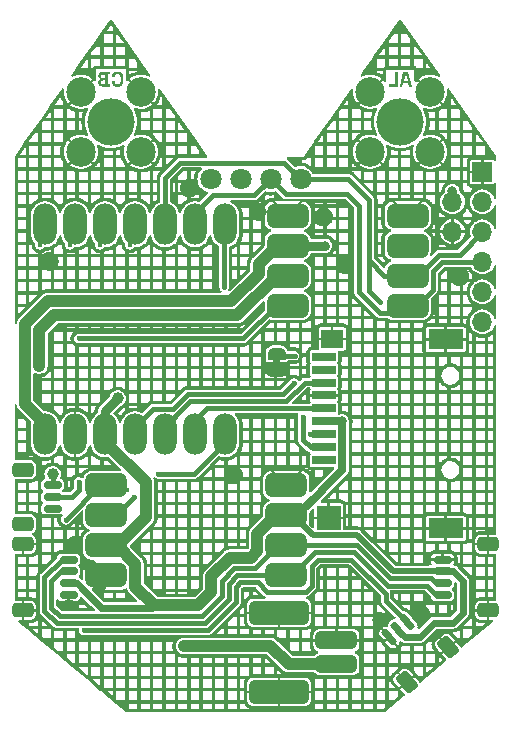
<source format=gbl>
G04 #@! TF.GenerationSoftware,KiCad,Pcbnew,7.0.7-7.0.7~ubuntu22.04.1*
G04 #@! TF.CreationDate,2024-07-01T00:22:52-07:00*
G04 #@! TF.ProjectId,v0.0-CutieCat,76302e30-2d43-4757-9469-654361742e6b,rev?*
G04 #@! TF.SameCoordinates,Original*
G04 #@! TF.FileFunction,Copper,L2,Bot*
G04 #@! TF.FilePolarity,Positive*
%FSLAX46Y46*%
G04 Gerber Fmt 4.6, Leading zero omitted, Abs format (unit mm)*
G04 Created by KiCad (PCBNEW 7.0.7-7.0.7~ubuntu22.04.1) date 2024-07-01 00:22:52*
%MOMM*%
%LPD*%
G01*
G04 APERTURE LIST*
G04 Aperture macros list*
%AMRoundRect*
0 Rectangle with rounded corners*
0 $1 Rounding radius*
0 $2 $3 $4 $5 $6 $7 $8 $9 X,Y pos of 4 corners*
0 Add a 4 corners polygon primitive as box body*
4,1,4,$2,$3,$4,$5,$6,$7,$8,$9,$2,$3,0*
0 Add four circle primitives for the rounded corners*
1,1,$1+$1,$2,$3*
1,1,$1+$1,$4,$5*
1,1,$1+$1,$6,$7*
1,1,$1+$1,$8,$9*
0 Add four rect primitives between the rounded corners*
20,1,$1+$1,$2,$3,$4,$5,0*
20,1,$1+$1,$4,$5,$6,$7,0*
20,1,$1+$1,$6,$7,$8,$9,0*
20,1,$1+$1,$8,$9,$2,$3,0*%
%AMFreePoly0*
4,1,19,0.500000,-0.750000,0.000000,-0.750000,0.000000,-0.744911,-0.071157,-0.744911,-0.207708,-0.704816,-0.327430,-0.627875,-0.420627,-0.520320,-0.479746,-0.390866,-0.500000,-0.250000,-0.500000,0.250000,-0.479746,0.390866,-0.420627,0.520320,-0.327430,0.627875,-0.207708,0.704816,-0.071157,0.744911,0.000000,0.744911,0.000000,0.750000,0.500000,0.750000,0.500000,-0.750000,0.500000,-0.750000,
$1*%
%AMFreePoly1*
4,1,19,0.000000,0.744911,0.071157,0.744911,0.207708,0.704816,0.327430,0.627875,0.420627,0.520320,0.479746,0.390866,0.500000,0.250000,0.500000,-0.250000,0.479746,-0.390866,0.420627,-0.520320,0.327430,-0.627875,0.207708,-0.704816,0.071157,-0.744911,0.000000,-0.744911,0.000000,-0.750000,-0.500000,-0.750000,-0.500000,0.750000,0.000000,0.750000,0.000000,0.744911,0.000000,0.744911,
$1*%
G04 Aperture macros list end*
%ADD10C,0.250000*%
G04 #@! TA.AperFunction,NonConductor*
%ADD11C,0.250000*%
G04 #@! TD*
G04 #@! TA.AperFunction,ComponentPad*
%ADD12C,1.800000*%
G04 #@! TD*
G04 #@! TA.AperFunction,SMDPad,CuDef*
%ADD13RoundRect,0.150000X0.625000X-0.150000X0.625000X0.150000X-0.625000X0.150000X-0.625000X-0.150000X0*%
G04 #@! TD*
G04 #@! TA.AperFunction,SMDPad,CuDef*
%ADD14RoundRect,0.250000X0.650000X-0.350000X0.650000X0.350000X-0.650000X0.350000X-0.650000X-0.350000X0*%
G04 #@! TD*
G04 #@! TA.AperFunction,SMDPad,CuDef*
%ADD15RoundRect,0.150000X-0.286836X0.575196X-0.516649X0.382360X0.286836X-0.575196X0.516649X-0.382360X0*%
G04 #@! TD*
G04 #@! TA.AperFunction,SMDPad,CuDef*
%ADD16RoundRect,0.250000X-0.149696X0.722905X-0.685928X0.272953X0.149696X-0.722905X0.685928X-0.272953X0*%
G04 #@! TD*
G04 #@! TA.AperFunction,SMDPad,CuDef*
%ADD17FreePoly0,90.000000*%
G04 #@! TD*
G04 #@! TA.AperFunction,SMDPad,CuDef*
%ADD18FreePoly1,90.000000*%
G04 #@! TD*
G04 #@! TA.AperFunction,SMDPad,CuDef*
%ADD19RoundRect,0.150000X-0.625000X0.150000X-0.625000X-0.150000X0.625000X-0.150000X0.625000X0.150000X0*%
G04 #@! TD*
G04 #@! TA.AperFunction,SMDPad,CuDef*
%ADD20RoundRect,0.250000X-0.650000X0.350000X-0.650000X-0.350000X0.650000X-0.350000X0.650000X0.350000X0*%
G04 #@! TD*
G04 #@! TA.AperFunction,SMDPad,CuDef*
%ADD21O,2.000000X3.500000*%
G04 #@! TD*
G04 #@! TA.AperFunction,ComponentPad*
%ADD22R,1.700000X1.700000*%
G04 #@! TD*
G04 #@! TA.AperFunction,SMDPad,CuDef*
%ADD23O,1.700000X1.700000*%
G04 #@! TD*
G04 #@! TA.AperFunction,ComponentPad*
%ADD24O,1.700000X1.700000*%
G04 #@! TD*
G04 #@! TA.AperFunction,ComponentPad*
%ADD25C,4.000000*%
G04 #@! TD*
G04 #@! TA.AperFunction,ComponentPad*
%ADD26C,2.500000*%
G04 #@! TD*
G04 #@! TA.AperFunction,SMDPad,CuDef*
%ADD27RoundRect,0.500000X-1.250000X0.500000X-1.250000X-0.500000X1.250000X-0.500000X1.250000X0.500000X0*%
G04 #@! TD*
G04 #@! TA.AperFunction,SMDPad,CuDef*
%ADD28RoundRect,0.375000X1.375000X-0.375000X1.375000X0.375000X-1.375000X0.375000X-1.375000X-0.375000X0*%
G04 #@! TD*
G04 #@! TA.AperFunction,SMDPad,CuDef*
%ADD29RoundRect,0.333335X2.166665X-0.666665X2.166665X0.666665X-2.166665X0.666665X-2.166665X-0.666665X0*%
G04 #@! TD*
G04 #@! TA.AperFunction,SMDPad,CuDef*
%ADD30RoundRect,0.500000X1.250000X-0.500000X1.250000X0.500000X-1.250000X0.500000X-1.250000X-0.500000X0*%
G04 #@! TD*
G04 #@! TA.AperFunction,SMDPad,CuDef*
%ADD31R,2.000000X0.700000*%
G04 #@! TD*
G04 #@! TA.AperFunction,SMDPad,CuDef*
%ADD32R,1.900000X1.600000*%
G04 #@! TD*
G04 #@! TA.AperFunction,SMDPad,CuDef*
%ADD33R,3.000000X1.700000*%
G04 #@! TD*
G04 #@! TA.AperFunction,SMDPad,CuDef*
%ADD34R,2.000000X2.100000*%
G04 #@! TD*
G04 #@! TA.AperFunction,ViaPad*
%ADD35C,0.400000*%
G04 #@! TD*
G04 #@! TA.AperFunction,ViaPad*
%ADD36C,1.000000*%
G04 #@! TD*
G04 #@! TA.AperFunction,ViaPad*
%ADD37C,0.600000*%
G04 #@! TD*
G04 #@! TA.AperFunction,ViaPad*
%ADD38C,0.800000*%
G04 #@! TD*
G04 #@! TA.AperFunction,Conductor*
%ADD39C,0.400000*%
G04 #@! TD*
G04 #@! TA.AperFunction,Conductor*
%ADD40C,1.000000*%
G04 #@! TD*
G04 #@! TA.AperFunction,Conductor*
%ADD41C,0.600000*%
G04 #@! TD*
G04 #@! TA.AperFunction,Conductor*
%ADD42C,0.700000*%
G04 #@! TD*
G04 #@! TA.AperFunction,Conductor*
%ADD43C,0.500000*%
G04 #@! TD*
G04 #@! TA.AperFunction,Conductor*
%ADD44C,0.800000*%
G04 #@! TD*
G04 #@! TA.AperFunction,Conductor*
%ADD45C,0.250000*%
G04 #@! TD*
G04 APERTURE END LIST*
D10*
D11*
G36*
X13246815Y24481250D02*
G01*
X13008678Y24481250D01*
X12942122Y24750833D01*
X12504622Y24750833D01*
X12438371Y24481250D01*
X12200235Y24481250D01*
X12327243Y24964240D01*
X12558966Y24964240D01*
X12888084Y24964240D01*
X12739401Y25561108D01*
X12707649Y25561108D01*
X12558966Y24964240D01*
X12327243Y24964240D01*
X12522330Y25706127D01*
X12924720Y25706127D01*
X13246815Y24481250D01*
G37*
G36*
X12053994Y24481250D02*
G01*
X12053994Y25706127D01*
X11822879Y25706127D01*
X11822879Y24691298D01*
X11262953Y24691298D01*
X11262953Y24481250D01*
X12053994Y24481250D01*
G37*
D10*
D11*
G36*
X-11687325Y24456825D02*
G01*
X-11673202Y24456949D01*
X-11659262Y24457320D01*
X-11645507Y24457939D01*
X-11631936Y24458805D01*
X-11618550Y24459919D01*
X-11605348Y24461280D01*
X-11592330Y24462888D01*
X-11579496Y24464744D01*
X-11566846Y24466847D01*
X-11554381Y24469198D01*
X-11542100Y24471797D01*
X-11530003Y24474643D01*
X-11518091Y24477736D01*
X-11494818Y24484665D01*
X-11472283Y24492584D01*
X-11450485Y24501492D01*
X-11429424Y24511391D01*
X-11409100Y24522279D01*
X-11389513Y24534157D01*
X-11370662Y24547025D01*
X-11352549Y24560883D01*
X-11335173Y24575731D01*
X-11326762Y24583526D01*
X-11310680Y24599829D01*
X-11295635Y24616986D01*
X-11281628Y24634996D01*
X-11268659Y24653860D01*
X-11256727Y24673579D01*
X-11245832Y24694151D01*
X-11235976Y24715577D01*
X-11227156Y24737857D01*
X-11219375Y24760991D01*
X-11215873Y24772878D01*
X-11212631Y24784979D01*
X-11209648Y24797293D01*
X-11206924Y24809821D01*
X-11204460Y24822562D01*
X-11202255Y24835516D01*
X-11200310Y24848684D01*
X-11198624Y24862066D01*
X-11197197Y24875661D01*
X-11196030Y24889469D01*
X-11195122Y24903491D01*
X-11194473Y24917726D01*
X-11194084Y24932175D01*
X-11193955Y24946837D01*
X-11193955Y25240845D01*
X-11194084Y25255507D01*
X-11194473Y25269955D01*
X-11195122Y25284189D01*
X-11196030Y25298208D01*
X-11197197Y25312014D01*
X-11198624Y25325606D01*
X-11200310Y25338983D01*
X-11202255Y25352147D01*
X-11204460Y25365096D01*
X-11206924Y25377832D01*
X-11209648Y25390353D01*
X-11212631Y25402660D01*
X-11215873Y25414754D01*
X-11219375Y25426633D01*
X-11223136Y25438298D01*
X-11231436Y25460986D01*
X-11240774Y25482817D01*
X-11251150Y25503793D01*
X-11262563Y25523912D01*
X-11275014Y25543174D01*
X-11288502Y25561581D01*
X-11303028Y25579131D01*
X-11318591Y25595825D01*
X-11326762Y25603851D01*
X-11343769Y25619230D01*
X-11361514Y25633618D01*
X-11379995Y25647013D01*
X-11399214Y25659416D01*
X-11419170Y25670827D01*
X-11439862Y25681245D01*
X-11461292Y25690671D01*
X-11483459Y25699105D01*
X-11506362Y25706547D01*
X-11530003Y25712997D01*
X-11542100Y25715849D01*
X-11554381Y25718454D01*
X-11566846Y25720811D01*
X-11579496Y25722919D01*
X-11592330Y25724780D01*
X-11605348Y25726392D01*
X-11618550Y25727756D01*
X-11631936Y25728872D01*
X-11645507Y25729741D01*
X-11659262Y25730361D01*
X-11673202Y25730733D01*
X-11687325Y25730857D01*
X-11701327Y25730736D01*
X-11715128Y25730374D01*
X-11728730Y25729770D01*
X-11742132Y25728925D01*
X-11755334Y25727838D01*
X-11768337Y25726510D01*
X-11781140Y25724940D01*
X-11793743Y25723129D01*
X-11806146Y25721076D01*
X-11818349Y25718782D01*
X-11830353Y25716246D01*
X-11853761Y25710450D01*
X-11876370Y25703688D01*
X-11898181Y25695960D01*
X-11919192Y25687266D01*
X-11939404Y25677606D01*
X-11958817Y25666980D01*
X-11977431Y25655388D01*
X-11995246Y25642830D01*
X-12012261Y25629306D01*
X-12028478Y25614816D01*
X-12036287Y25607209D01*
X-12051260Y25591432D01*
X-12065267Y25574937D01*
X-12078308Y25557725D01*
X-12090383Y25539794D01*
X-12101492Y25521146D01*
X-12111635Y25501779D01*
X-12120812Y25481695D01*
X-12129023Y25460892D01*
X-12136268Y25439372D01*
X-12142547Y25417134D01*
X-12147860Y25394178D01*
X-12152207Y25370503D01*
X-12154018Y25358397D01*
X-12155588Y25346111D01*
X-12156916Y25333646D01*
X-12158003Y25321001D01*
X-12158848Y25308177D01*
X-12159452Y25295173D01*
X-12159814Y25281990D01*
X-12159935Y25268627D01*
X-12159935Y25258247D01*
X-11932484Y25258247D01*
X-11932484Y25275649D01*
X-11932248Y25289084D01*
X-11931539Y25302216D01*
X-11930359Y25315044D01*
X-11928706Y25327570D01*
X-11926581Y25339793D01*
X-11922507Y25357559D01*
X-11917371Y25374644D01*
X-11911173Y25391047D01*
X-11903912Y25406769D01*
X-11895588Y25421809D01*
X-11886202Y25436167D01*
X-11875753Y25449844D01*
X-11872034Y25454252D01*
X-11860139Y25466746D01*
X-11847122Y25478012D01*
X-11832983Y25488049D01*
X-11817723Y25496856D01*
X-11801341Y25504435D01*
X-11789797Y25508804D01*
X-11777754Y25512628D01*
X-11765213Y25515905D01*
X-11752173Y25518636D01*
X-11738635Y25520821D01*
X-11724598Y25522460D01*
X-11710063Y25523552D01*
X-11695029Y25524098D01*
X-11687325Y25524166D01*
X-11672226Y25523872D01*
X-11657534Y25522988D01*
X-11643251Y25521515D01*
X-11629375Y25519453D01*
X-11615907Y25516802D01*
X-11602847Y25513562D01*
X-11590195Y25509733D01*
X-11577950Y25505314D01*
X-11566114Y25500306D01*
X-11554685Y25494709D01*
X-11543664Y25488523D01*
X-11533051Y25481748D01*
X-11522846Y25474384D01*
X-11513049Y25466431D01*
X-11503660Y25457888D01*
X-11494679Y25448756D01*
X-11486212Y25439156D01*
X-11478292Y25429131D01*
X-11470919Y25418682D01*
X-11464091Y25407808D01*
X-11457810Y25396509D01*
X-11452074Y25384786D01*
X-11446886Y25372638D01*
X-11442243Y25360066D01*
X-11438146Y25347069D01*
X-11434596Y25333647D01*
X-11431592Y25319802D01*
X-11429134Y25305531D01*
X-11427222Y25290836D01*
X-11425857Y25275716D01*
X-11425037Y25260172D01*
X-11424764Y25244203D01*
X-11424764Y24943174D01*
X-11425037Y24927422D01*
X-11425857Y24912071D01*
X-11427222Y24897121D01*
X-11429134Y24882571D01*
X-11431592Y24868422D01*
X-11434596Y24854674D01*
X-11438146Y24841326D01*
X-11442243Y24828380D01*
X-11446886Y24815834D01*
X-11452074Y24803688D01*
X-11457810Y24791944D01*
X-11464091Y24780600D01*
X-11470919Y24769656D01*
X-11478292Y24759114D01*
X-11486212Y24748972D01*
X-11494679Y24739231D01*
X-11503660Y24730025D01*
X-11513049Y24721414D01*
X-11522846Y24713396D01*
X-11533051Y24705972D01*
X-11543664Y24699142D01*
X-11554685Y24692906D01*
X-11566114Y24687264D01*
X-11577950Y24682216D01*
X-11590195Y24677761D01*
X-11602847Y24673901D01*
X-11615907Y24670634D01*
X-11629375Y24667962D01*
X-11643251Y24665883D01*
X-11657534Y24664398D01*
X-11672226Y24663507D01*
X-11687325Y24663210D01*
X-11702608Y24663487D01*
X-11717393Y24664317D01*
X-11731679Y24665701D01*
X-11745466Y24667637D01*
X-11758755Y24670127D01*
X-11771546Y24673171D01*
X-11783838Y24676768D01*
X-11795632Y24680918D01*
X-11806927Y24685622D01*
X-11822935Y24693715D01*
X-11837821Y24703053D01*
X-11851585Y24713636D01*
X-11864228Y24725464D01*
X-11872034Y24734041D01*
X-11882837Y24747638D01*
X-11892577Y24761869D01*
X-11901255Y24776733D01*
X-11908871Y24792230D01*
X-11915423Y24808360D01*
X-11920913Y24825124D01*
X-11925341Y24842521D01*
X-11928706Y24860551D01*
X-11930359Y24872923D01*
X-11931539Y24885576D01*
X-11932248Y24898511D01*
X-11932484Y24911728D01*
X-11932484Y24943174D01*
X-12159935Y24943174D01*
X-12159935Y24918750D01*
X-12159814Y24905387D01*
X-12159452Y24892204D01*
X-12158848Y24879200D01*
X-12158003Y24866376D01*
X-12156916Y24853731D01*
X-12155588Y24841266D01*
X-12154018Y24828980D01*
X-12152207Y24816874D01*
X-12147860Y24793199D01*
X-12142547Y24770243D01*
X-12136268Y24748005D01*
X-12129023Y24726485D01*
X-12120812Y24705682D01*
X-12111635Y24685598D01*
X-12101492Y24666231D01*
X-12090383Y24647583D01*
X-12078308Y24629652D01*
X-12065267Y24612439D01*
X-12051260Y24595945D01*
X-12036287Y24580168D01*
X-12020470Y24565232D01*
X-12003853Y24551259D01*
X-11986438Y24538251D01*
X-11968224Y24526205D01*
X-11949210Y24515124D01*
X-11929398Y24505006D01*
X-11908786Y24495852D01*
X-11887375Y24487661D01*
X-11865166Y24480434D01*
X-11842157Y24474170D01*
X-11818349Y24468870D01*
X-11806146Y24466582D01*
X-11793743Y24464534D01*
X-11781140Y24462727D01*
X-11768337Y24461161D01*
X-11755334Y24459837D01*
X-11742132Y24458752D01*
X-11728730Y24457909D01*
X-11715128Y24457307D01*
X-11701327Y24456946D01*
X-11687325Y24456825D01*
G37*
G36*
X-12312892Y25503101D02*
G01*
X-12473787Y25503101D01*
X-12473787Y24684276D01*
X-12312892Y24684276D01*
X-12312892Y24481250D01*
X-12949755Y24481250D01*
X-12956617Y24481287D01*
X-12970182Y24481588D01*
X-12983534Y24482189D01*
X-12996674Y24483090D01*
X-13009602Y24484292D01*
X-13022317Y24485795D01*
X-13034820Y24487598D01*
X-13047111Y24489702D01*
X-13059190Y24492106D01*
X-13076910Y24496276D01*
X-13094152Y24501122D01*
X-13110916Y24506645D01*
X-13127203Y24512843D01*
X-13143013Y24519718D01*
X-13153289Y24524660D01*
X-13168172Y24532574D01*
X-13182416Y24541089D01*
X-13196021Y24550205D01*
X-13208988Y24559922D01*
X-13221316Y24570241D01*
X-13233006Y24581160D01*
X-13244056Y24592681D01*
X-13254469Y24604802D01*
X-13264242Y24617525D01*
X-13273377Y24630848D01*
X-13276289Y24635418D01*
X-13284468Y24649462D01*
X-13291816Y24664011D01*
X-13298332Y24679065D01*
X-13304016Y24694623D01*
X-13308869Y24710685D01*
X-13312889Y24727252D01*
X-13316078Y24744323D01*
X-13318435Y24761899D01*
X-13319960Y24779979D01*
X-13320514Y24792313D01*
X-13320699Y24804871D01*
X-13320699Y24822579D01*
X-13320668Y24828004D01*
X-13320520Y24832959D01*
X-13089890Y24832959D01*
X-13089844Y24828734D01*
X-13089165Y24816425D01*
X-13086989Y24800864D01*
X-13083364Y24786276D01*
X-13078288Y24772662D01*
X-13071762Y24760020D01*
X-13063786Y24748352D01*
X-13054360Y24737657D01*
X-13043484Y24727935D01*
X-13031429Y24719348D01*
X-13018468Y24711906D01*
X-13004600Y24705609D01*
X-12989826Y24700457D01*
X-12974146Y24696450D01*
X-12961791Y24694196D01*
X-12948927Y24692586D01*
X-12935552Y24691620D01*
X-12921667Y24691298D01*
X-12704902Y24691298D01*
X-12704902Y24992328D01*
X-12921667Y24992328D01*
X-12935871Y24992003D01*
X-12949517Y24991029D01*
X-12962604Y24989406D01*
X-12975134Y24987133D01*
X-12990971Y24983092D01*
X-13005817Y24977897D01*
X-13019670Y24971548D01*
X-13032531Y24964044D01*
X-13044399Y24955386D01*
X-13047198Y24953065D01*
X-13057505Y24943162D01*
X-13066389Y24932266D01*
X-13073853Y24920379D01*
X-13079894Y24907499D01*
X-13084514Y24893626D01*
X-13087713Y24878762D01*
X-13089490Y24862905D01*
X-13089890Y24850362D01*
X-13089890Y24832959D01*
X-13320520Y24832959D01*
X-13320194Y24843893D01*
X-13319151Y24859202D01*
X-13317539Y24873932D01*
X-13315358Y24888082D01*
X-13312609Y24901653D01*
X-13309290Y24914643D01*
X-13305403Y24927055D01*
X-13300947Y24938886D01*
X-13295922Y24950139D01*
X-13288337Y24964240D01*
X-13280041Y24977425D01*
X-13271335Y24989809D01*
X-13262219Y25001391D01*
X-13252693Y25012172D01*
X-13242756Y25022152D01*
X-13232409Y25031330D01*
X-13221652Y25039707D01*
X-13210485Y25047282D01*
X-13199222Y25054242D01*
X-13188178Y25060620D01*
X-13177354Y25066416D01*
X-13164133Y25072843D01*
X-13151255Y25078360D01*
X-13138719Y25082968D01*
X-13126526Y25086666D01*
X-13126526Y25118113D01*
X-13136210Y25121495D01*
X-13148503Y25126434D01*
X-13161004Y25132163D01*
X-13173714Y25138682D01*
X-13186633Y25145991D01*
X-13197118Y25152407D01*
X-13207737Y25159329D01*
X-13218318Y25166957D01*
X-13228536Y25175338D01*
X-13238391Y25184473D01*
X-13247884Y25194362D01*
X-13257015Y25205005D01*
X-13265783Y25216401D01*
X-13274188Y25228552D01*
X-13282231Y25241455D01*
X-13289601Y25255294D01*
X-13295989Y25270097D01*
X-13300134Y25281831D01*
X-13303727Y25294107D01*
X-13306768Y25306925D01*
X-13309255Y25320286D01*
X-13311190Y25334188D01*
X-13311782Y25340374D01*
X-13082868Y25340374D01*
X-13082143Y25324632D01*
X-13079967Y25309767D01*
X-13076342Y25295780D01*
X-13071266Y25282671D01*
X-13064740Y25270440D01*
X-13056764Y25259087D01*
X-13047338Y25248611D01*
X-13036462Y25239013D01*
X-13027538Y25232466D01*
X-13014946Y25224738D01*
X-13001563Y25218154D01*
X-12987388Y25212716D01*
X-12972421Y25208423D01*
X-12956662Y25205275D01*
X-12944323Y25203665D01*
X-12931539Y25202699D01*
X-12918309Y25202377D01*
X-12704902Y25202377D01*
X-12704902Y25496384D01*
X-12918309Y25496384D01*
X-12931858Y25496067D01*
X-12944913Y25495117D01*
X-12957475Y25493534D01*
X-12969543Y25491318D01*
X-12984865Y25487377D01*
X-12999310Y25482311D01*
X-13012877Y25476119D01*
X-13025566Y25468802D01*
X-13037378Y25460358D01*
X-13040176Y25458095D01*
X-13050483Y25448443D01*
X-13059367Y25437826D01*
X-13066831Y25426246D01*
X-13072872Y25413702D01*
X-13077492Y25400195D01*
X-13080691Y25385724D01*
X-13082468Y25370290D01*
X-13082868Y25358081D01*
X-13082868Y25340374D01*
X-13311782Y25340374D01*
X-13312572Y25348632D01*
X-13313401Y25363619D01*
X-13313677Y25379147D01*
X-13313677Y25396550D01*
X-13313496Y25408465D01*
X-13312544Y25425940D01*
X-13310777Y25442937D01*
X-13308194Y25459456D01*
X-13304795Y25475498D01*
X-13300580Y25491062D01*
X-13295550Y25506149D01*
X-13289704Y25520758D01*
X-13283042Y25534889D01*
X-13275564Y25548543D01*
X-13267271Y25561719D01*
X-13261363Y25570258D01*
X-13251955Y25582601D01*
X-13241893Y25594386D01*
X-13231176Y25605613D01*
X-13219804Y25616282D01*
X-13207777Y25626393D01*
X-13195095Y25635946D01*
X-13181759Y25644940D01*
X-13167768Y25653377D01*
X-13153123Y25661255D01*
X-13137822Y25668575D01*
X-13127329Y25673122D01*
X-13111163Y25679393D01*
X-13094488Y25685004D01*
X-13077303Y25689955D01*
X-13059609Y25694246D01*
X-13047529Y25696739D01*
X-13035222Y25698940D01*
X-13022690Y25700847D01*
X-13009930Y25702460D01*
X-12996944Y25703780D01*
X-12983731Y25704807D01*
X-12970292Y25705541D01*
X-12956626Y25705981D01*
X-12942733Y25706127D01*
X-12312892Y25706127D01*
X-12312892Y25503101D01*
G37*
G04 #@! TA.AperFunction,EtchedComponent*
G36*
X2100000Y960000D02*
G01*
X1500000Y960000D01*
X1500000Y1460000D01*
X2100000Y1460000D01*
X2100000Y960000D01*
G37*
G04 #@! TD.AperFunction*
D12*
X-3810000Y16650000D03*
X-1270000Y16650000D03*
X1270000Y16650000D03*
X3810000Y16650000D03*
D13*
X-15830000Y-18570000D03*
X-15830000Y-17570000D03*
X-15830000Y-16570000D03*
X-15830000Y-15570000D03*
D14*
X-19705000Y-19870000D03*
X-19705000Y-14270000D03*
D15*
X12847144Y-20875379D03*
X12081100Y-21518166D03*
X11315055Y-22160954D03*
D16*
X16333804Y-23008177D03*
X12810000Y-25965000D03*
D17*
X1800000Y560000D03*
D18*
X1800000Y1860000D03*
D19*
X15830000Y-15570000D03*
X15830000Y-16570000D03*
X15830000Y-17570000D03*
X15830000Y-18570000D03*
D20*
X19705000Y-14270000D03*
X19705000Y-19870000D03*
D21*
X-17820000Y12820000D03*
X-15280000Y12820000D03*
X-12740000Y12820000D03*
X-10200000Y12820000D03*
X-7660000Y12820000D03*
X-5120000Y12820000D03*
X-2580000Y12820000D03*
X-2580000Y-4960000D03*
X-5120000Y-4960000D03*
X-7660000Y-4960000D03*
X-10200000Y-4960000D03*
X-12740000Y-4960000D03*
X-15280000Y-4960000D03*
X-17820000Y-4960000D03*
D22*
X19210000Y17250000D03*
D23*
X16670000Y12190000D03*
D24*
X19210000Y14710000D03*
X19210000Y12170000D03*
X19210000Y9630000D03*
X19210000Y7090000D03*
X19210000Y4550000D03*
D23*
X16670000Y14710000D03*
D25*
X12250000Y21500000D03*
D26*
X14790000Y18960000D03*
X14790000Y24040000D03*
X9710000Y18960000D03*
X9710000Y24040000D03*
D27*
X2610000Y-9290000D03*
X2610000Y-11830000D03*
X2610000Y-14370000D03*
X2610000Y-16910000D03*
X-12630000Y-16910000D03*
X-12630000Y-14370000D03*
X-12630000Y-11830000D03*
X-12630000Y-9290000D03*
D28*
X6850000Y-24420000D03*
X6850000Y-22420000D03*
D29*
X2000000Y-26770000D03*
X2000000Y-20070000D03*
D30*
X12870000Y13550000D03*
X12870000Y11010000D03*
X12870000Y8470000D03*
X12870000Y5930000D03*
X2710000Y13550000D03*
X2710000Y11010000D03*
X2710000Y8470000D03*
X2710000Y5930000D03*
D31*
X5790000Y-7180000D03*
X5790000Y-6080000D03*
X5790000Y-4980000D03*
X5790000Y-3880000D03*
X5790000Y-2780000D03*
X5790000Y-1680000D03*
X5790000Y-580000D03*
X5790000Y520000D03*
X5790000Y1620000D03*
D32*
X6490000Y3120000D03*
D33*
X16090000Y3070000D03*
D34*
X6190000Y-12030000D03*
D33*
X16090000Y-12930000D03*
D19*
X-17175000Y-9250000D03*
X-17175000Y-10250000D03*
X-17175000Y-11250000D03*
D20*
X-19700000Y-7950000D03*
X-19700000Y-12550000D03*
D25*
X-12250000Y21500000D03*
D26*
X-9710000Y18960000D03*
X-9710000Y24040000D03*
X-14790000Y18960000D03*
X-14790000Y24040000D03*
D35*
X-8230000Y-8315000D03*
X10567735Y6196265D03*
X8120000Y-14370000D03*
X10530000Y5290000D03*
X8372944Y-14970000D03*
D36*
X5748000Y13435000D03*
X-1872000Y-8409000D03*
X-5630000Y15905000D03*
X-15340000Y-14410000D03*
D37*
X10550000Y-20685000D03*
D36*
X13980000Y-20175000D03*
X17272000Y8382000D03*
X433726Y13850500D03*
X7660000Y9370000D03*
X-17475000Y9675000D03*
X-15810000Y-19405000D03*
X-11680000Y-1930000D03*
D37*
X-12750978Y-14751999D03*
D38*
X7310000Y-3870000D03*
D35*
X-14540000Y-21550000D03*
D36*
X-18310000Y845000D03*
X-6049500Y-22887000D03*
X-17180000Y-8355000D03*
D35*
X-14979500Y-8965000D03*
X-14979500Y3155000D03*
X3990000Y-3480000D03*
X3300000Y1690000D03*
X-18260000Y11080000D03*
X-15720000Y11080000D03*
X-13180000Y11080000D03*
X-10640000Y11080000D03*
X-10254000Y-10278500D03*
X-2660000Y7515000D03*
X3262178Y-640000D03*
X4590000Y-4980000D03*
D38*
X5900070Y11010000D03*
X16660000Y15635000D03*
D35*
X-16088498Y-12205000D03*
X-10889000Y-9679000D03*
D39*
X8124415Y-15570000D02*
X11020000Y-18465585D01*
X11020000Y-19048235D02*
X12847144Y-20875379D01*
X5281320Y-15570000D02*
X8124415Y-15570000D01*
X-1650000Y-19187005D02*
X-1650000Y-17867006D01*
X11020000Y-18465585D02*
X11020000Y-19048235D01*
X4760000Y-17782792D02*
X4760000Y-16091320D01*
X-4012994Y-21550000D02*
X-1650000Y-19187005D01*
X4760000Y-16091320D02*
X5281320Y-15570000D01*
X987208Y-18310000D02*
X4232792Y-18310000D01*
X187208Y-17510000D02*
X987208Y-18310000D01*
X-1292994Y-17510000D02*
X187208Y-17510000D01*
X-1650000Y-17867006D02*
X-1292994Y-17510000D01*
X4232792Y-18310000D02*
X4760000Y-17782792D01*
X-14540000Y-21550000D02*
X-4012994Y-21550000D01*
D40*
X-12005786Y-14370000D02*
X-11645000Y-14370000D01*
X-11645000Y-14370000D02*
X-9280000Y-12005000D01*
X-9280000Y-12005000D02*
X-9280000Y-9045000D01*
X-9280000Y-9045000D02*
X-12740000Y-5585000D01*
X-12740000Y-5585000D02*
X-12740000Y-4960000D01*
D41*
X-15830000Y-17570000D02*
X-15130000Y-17570000D01*
X-15130000Y-17570000D02*
X-14880000Y-17820000D01*
X-14880000Y-17820000D02*
X-14880000Y-17824214D01*
X-14880000Y-17824214D02*
X-13054214Y-19650000D01*
X-13054214Y-19650000D02*
X-8795000Y-19650000D01*
X-8795000Y-19650000D02*
X-8595000Y-19450000D01*
D40*
X-12630000Y-14370000D02*
X-11722944Y-14370000D01*
X160000Y-13372944D02*
X1702944Y-11830000D01*
X-11722944Y-14370000D02*
X-10180000Y-15912944D01*
X-10180000Y-15912944D02*
X-10180000Y-17865000D01*
X-10180000Y-17865000D02*
X-8595000Y-19450000D01*
X-4882843Y-19450000D02*
X-3750000Y-18317157D01*
X160000Y-14857208D02*
X160000Y-13372944D01*
X-8595000Y-19450000D02*
X-4882843Y-19450000D01*
X-3750000Y-18317157D02*
X-3750000Y-16997158D01*
X-392792Y-15410000D02*
X160000Y-14857208D01*
X-3750000Y-16997158D02*
X-2162842Y-15410000D01*
X-2162842Y-15410000D02*
X-392792Y-15410000D01*
X1702944Y-11830000D02*
X2610000Y-11830000D01*
D42*
X2610000Y-11830000D02*
X3535000Y-11830000D01*
X3535000Y-11830000D02*
X5630000Y-9735000D01*
X5630000Y-9690000D02*
X7340000Y-7980000D01*
X7340000Y-7980000D02*
X7340000Y-3900000D01*
X5630000Y-9735000D02*
X5630000Y-9690000D01*
X7340000Y-3900000D02*
X7310000Y-3870000D01*
D39*
X-2580000Y-4960000D02*
X-2580000Y-5710000D01*
X-2580000Y-5710000D02*
X-5185000Y-8315000D01*
X-5185000Y-8315000D02*
X-8230000Y-8315000D01*
X11421472Y-17170000D02*
X14877183Y-17170000D01*
X-16570000Y-20350000D02*
X-4510050Y-20350000D01*
X9630000Y9755000D02*
X9630000Y7134000D01*
X3160000Y-14370000D02*
X3380000Y-14590000D01*
X8621472Y-14370000D02*
X11421472Y-17170000D01*
X9630000Y14885000D02*
X9630000Y9755000D01*
X9630000Y7134000D02*
X10567735Y6196265D01*
X2610000Y-14370000D02*
X3160000Y-14370000D01*
X1920000Y-14370000D02*
X2610000Y-14370000D01*
X10915000Y8470000D02*
X9630000Y9755000D01*
X3600000Y-14370000D02*
X8621472Y-14370000D01*
X-16470000Y-16570000D02*
X-17280000Y-17380000D01*
X15277183Y-17570000D02*
X15830000Y-17570000D01*
X7865000Y16650000D02*
X9630000Y14885000D01*
X14420000Y8470000D02*
X14420000Y9090000D01*
X-2850000Y-18689949D02*
X-2850000Y-17369950D01*
X12870000Y8470000D02*
X10915000Y8470000D01*
X-17280000Y-17380000D02*
X-17280000Y-19640000D01*
X-7660000Y16755000D02*
X-7660000Y12820000D01*
X-2850000Y-17369950D02*
X-1790050Y-16310000D01*
X-4510050Y-20350000D02*
X-2850000Y-18689949D01*
X3810000Y16650000D02*
X7865000Y16650000D01*
X-6380000Y18035000D02*
X-7660000Y16755000D01*
X15560000Y10230000D02*
X17270000Y10230000D01*
X-17280000Y-19640000D02*
X-16570000Y-20350000D01*
X-1790050Y-16310000D02*
X-20000Y-16310000D01*
X14420000Y9090000D02*
X15560000Y10230000D01*
X-8100000Y11510000D02*
X-8100000Y12820000D01*
X3810000Y16650000D02*
X2425000Y18035000D01*
X3380000Y-14590000D02*
X3600000Y-14370000D01*
X-20000Y-16310000D02*
X1920000Y-14370000D01*
X14877183Y-17170000D02*
X15277183Y-17570000D01*
X17270000Y10230000D02*
X19210000Y12170000D01*
X-15830000Y-16570000D02*
X-16470000Y-16570000D01*
X12870000Y8470000D02*
X14420000Y8470000D01*
X2425000Y18035000D02*
X-6380000Y18035000D01*
X-8100000Y11423513D02*
X-8100000Y12820000D01*
X11172944Y-17770000D02*
X14477183Y-17770000D01*
X15277183Y-18570000D02*
X15830000Y-18570000D01*
X-17880000Y-19888528D02*
X-16818528Y-20950000D01*
X1270000Y16650000D02*
X2570000Y15350000D01*
X1270000Y16650000D02*
X-125000Y15255000D01*
X15020000Y7270000D02*
X15020000Y8841472D01*
X5032792Y-14970000D02*
X8372944Y-14970000D01*
X10530000Y5290000D02*
X12230000Y5290000D01*
X-4261522Y-20950000D02*
X-2250000Y-18938477D01*
X-15830000Y-15570000D02*
X-16382817Y-15570000D01*
X2610000Y-16910000D02*
X3092792Y-16910000D01*
X15020000Y8841472D02*
X15808528Y9630000D01*
X7781472Y15350000D02*
X8750000Y14381472D01*
X15808528Y9630000D02*
X19210000Y9630000D01*
X8750000Y7070000D02*
X10530000Y5290000D01*
X12230000Y5290000D02*
X12870000Y5930000D01*
X-5010000Y12270000D02*
X-5560000Y12820000D01*
X-125000Y15255000D02*
X-3600000Y15255000D01*
X-5120000Y13735000D02*
X-5120000Y12820000D01*
X12870000Y5930000D02*
X13680000Y5930000D01*
X3092792Y-16910000D02*
X5032792Y-14970000D01*
X8372944Y-14970000D02*
X11172944Y-17770000D01*
X2570000Y15350000D02*
X7781472Y15350000D01*
X-17880000Y-17067183D02*
X-17880000Y-19888528D01*
X-2250000Y-18938477D02*
X-2250000Y-17618478D01*
X-16818528Y-20950000D02*
X-4261522Y-20950000D01*
X13680000Y5930000D02*
X15020000Y7270000D01*
X-2250000Y-17618478D02*
X-1541522Y-16910000D01*
X8750000Y14381472D02*
X8750000Y7070000D01*
X-3600000Y15255000D02*
X-5120000Y13735000D01*
X-16382817Y-15570000D02*
X-17880000Y-17067183D01*
X14477183Y-17770000D02*
X15277183Y-18570000D01*
X-1541522Y-16910000D02*
X2610000Y-16910000D01*
D41*
X15830000Y-16570000D02*
X16750000Y-16570000D01*
D42*
X7310000Y-3860000D02*
X7060000Y-3880000D01*
D41*
X13893432Y-22121568D02*
X12684502Y-22121568D01*
X-12750978Y-14751999D02*
X-12387785Y-14751999D01*
D43*
X11670000Y-16570000D02*
X15830000Y-16570000D01*
D41*
X15105598Y-20909402D02*
X13893432Y-22121568D01*
X16746343Y-20909402D02*
X15105598Y-20909402D01*
D44*
X-12740000Y-4960000D02*
X-12740000Y-2990000D01*
D41*
X-12630000Y-14370000D02*
X-12005786Y-14370000D01*
D43*
X4830000Y-13520000D02*
X8620000Y-13520000D01*
D42*
X5790000Y-3880000D02*
X7020000Y-3880000D01*
D43*
X8620000Y-13520000D02*
X11670000Y-16570000D01*
X3140000Y-11830000D02*
X4830000Y-13520000D01*
D41*
X-12387785Y-14751999D02*
X-12005786Y-14370000D01*
D43*
X2610000Y-11830000D02*
X3140000Y-11830000D01*
D41*
X17550000Y-17370000D02*
X17550000Y-20105745D01*
X12684502Y-22121568D02*
X12081100Y-21518166D01*
D42*
X7020000Y-3880000D02*
X7310000Y-3860000D01*
D43*
X15780000Y-16520000D02*
X14775000Y-16520000D01*
D44*
X-12740000Y-2990000D02*
X-11680000Y-1930000D01*
D41*
X17550000Y-20105745D02*
X16746343Y-20909402D01*
D42*
X7060000Y-3880000D02*
X7040000Y-3880000D01*
D41*
X16750000Y-16570000D02*
X17550000Y-17370000D01*
D43*
X15830000Y-16570000D02*
X15780000Y-16520000D01*
D39*
X10920000Y-21765899D02*
X11315055Y-22160954D01*
X10009416Y-17455000D02*
X10009416Y-17455000D01*
D40*
X2710000Y8470000D02*
X1802944Y8470000D01*
X1262000Y-22887000D02*
X2795000Y-24420000D01*
D39*
X-17180000Y-8355000D02*
X-17175000Y-8360000D01*
X-17175000Y-8360000D02*
X-17175000Y-9250000D01*
D40*
X1802944Y8470000D02*
X-1544056Y5123000D01*
X-18310000Y3867944D02*
X-18310000Y845000D01*
X-1544056Y5123000D02*
X-17054944Y5123000D01*
X-6049500Y-22887000D02*
X1262000Y-22887000D01*
X-17054944Y5123000D02*
X-18310000Y3867944D01*
X2795000Y-24420000D02*
X6850000Y-24420000D01*
D39*
X-1050000Y3155000D02*
X1725000Y5930000D01*
X-14979500Y3155000D02*
X-1050000Y3155000D01*
X-15565000Y-10250000D02*
X-14979500Y-9664500D01*
X-17175000Y-10250000D02*
X-15565000Y-10250000D01*
X1725000Y5930000D02*
X2710000Y5930000D01*
X-14979500Y-9664500D02*
X-14979500Y-8965000D01*
X3990000Y-5410000D02*
X4660000Y-6080000D01*
X4660000Y-6080000D02*
X5790000Y-6080000D01*
X3990000Y-3480000D02*
X3990000Y-5410000D01*
X3300000Y1690000D02*
X1970000Y1690000D01*
X1970000Y1690000D02*
X1800000Y1860000D01*
X-11805500Y-11830000D02*
X-12630000Y-11830000D01*
X-3048000Y-5080000D02*
X-3020000Y-5052000D01*
D45*
X-12630000Y-11830000D02*
X-11830000Y-11830000D01*
D39*
X-10254000Y-10278500D02*
X-11805500Y-11830000D01*
X-2660000Y7515000D02*
X-2660000Y12460000D01*
X-3020000Y-5052000D02*
X-3020000Y-4960000D01*
X-2660000Y12460000D02*
X-3020000Y12820000D01*
X-5560000Y-4960000D02*
X-5560000Y-4210000D01*
X-5560000Y-4210000D02*
X-4130000Y-2780000D01*
X-4130000Y-2780000D02*
X5790000Y-2780000D01*
X4170000Y-580000D02*
X5790000Y-580000D01*
X-8100000Y-4770101D02*
X-5509899Y-2180000D01*
X-8100000Y-4960000D02*
X-8100000Y-4770101D01*
X-5509899Y-2180000D02*
X2570000Y-2180000D01*
X2570000Y-2180000D02*
X4170000Y-580000D01*
X-5758427Y-1580000D02*
X-6988427Y-2810000D01*
X2322178Y-1580000D02*
X-5758427Y-1580000D01*
X-10640000Y-4770101D02*
X-10640000Y-4960000D01*
X-6988427Y-2810000D02*
X-8679899Y-2810000D01*
X5790000Y-4980000D02*
X4590000Y-4980000D01*
X-8679899Y-2810000D02*
X-10640000Y-4770101D01*
X3262178Y-640000D02*
X2322178Y-1580000D01*
D44*
X16660000Y15635000D02*
X16660000Y14945000D01*
D40*
X-19510000Y4365000D02*
X-17552000Y6323000D01*
X-2041112Y6323000D02*
X260000Y8624112D01*
X260000Y8624112D02*
X260000Y9467056D01*
X-18260000Y-4960000D02*
X-18260000Y-3635000D01*
D44*
X16660000Y14945000D02*
X16670000Y14935000D01*
D40*
X-18260000Y-3635000D02*
X-19510000Y-2385000D01*
X-19510000Y-2385000D02*
X-19510000Y4365000D01*
X260000Y9467056D02*
X1802944Y11010000D01*
X-17552000Y6323000D02*
X-2041112Y6323000D01*
X1802944Y11010000D02*
X2710000Y11010000D01*
X2710000Y11010000D02*
X3617056Y11010000D01*
D44*
X5900070Y11010000D02*
X3617056Y11010000D01*
D39*
X-13173498Y-9290000D02*
X-12630000Y-9290000D01*
X-16088498Y-12205000D02*
X-13173498Y-9290000D01*
G04 #@! TA.AperFunction,Conductor*
G36*
X16974504Y-17502318D02*
G01*
X17020504Y-17548318D01*
X17048281Y-17602835D01*
X17049500Y-17618322D01*
X17049500Y-19857423D01*
X17030593Y-19915614D01*
X17020504Y-19927427D01*
X16568025Y-20379906D01*
X16513508Y-20407683D01*
X16498021Y-20408902D01*
X15170054Y-20408902D01*
X15149008Y-20406639D01*
X15141672Y-20405043D01*
X15141671Y-20405043D01*
X15121472Y-20406487D01*
X15089479Y-20408776D01*
X15085946Y-20408902D01*
X15069798Y-20408902D01*
X15053810Y-20411200D01*
X15050298Y-20411578D01*
X14998115Y-20415310D01*
X14991069Y-20417938D01*
X14970583Y-20423166D01*
X14963145Y-20424236D01*
X14963142Y-20424236D01*
X14963141Y-20424237D01*
X14963140Y-20424237D01*
X14963138Y-20424238D01*
X14915557Y-20445967D01*
X14912293Y-20447319D01*
X14863269Y-20465604D01*
X14863267Y-20465605D01*
X14857244Y-20470114D01*
X14839061Y-20480902D01*
X14832224Y-20484024D01*
X14792695Y-20518276D01*
X14789946Y-20520491D01*
X14777005Y-20530180D01*
X14765584Y-20541601D01*
X14762999Y-20544008D01*
X14723457Y-20578270D01*
X14723454Y-20578274D01*
X14719391Y-20584596D01*
X14706117Y-20601067D01*
X13875959Y-21431226D01*
X13821442Y-21459003D01*
X13761010Y-21449432D01*
X13717745Y-21406167D01*
X13707332Y-21352593D01*
X13707860Y-21346553D01*
X13707861Y-21346552D01*
X13718056Y-21230021D01*
X13689861Y-21116494D01*
X13653671Y-21057920D01*
X13653668Y-21057916D01*
X13653665Y-21057912D01*
X12807434Y-20049414D01*
X12807433Y-20049413D01*
X12807428Y-20049407D01*
X12756028Y-20003595D01*
X12649122Y-19956115D01*
X12649123Y-19956115D01*
X12524419Y-19945205D01*
X12524539Y-19943832D01*
X12473569Y-19931562D01*
X12455345Y-19917187D01*
X11929575Y-19391417D01*
X12351013Y-19391417D01*
X12613451Y-19653855D01*
X12689423Y-19660503D01*
X12693479Y-19661027D01*
X12705661Y-19663117D01*
X12709663Y-19663975D01*
X12737526Y-19671165D01*
X12741447Y-19672353D01*
X12753128Y-19676423D01*
X12756933Y-19677928D01*
X12889308Y-19736721D01*
X12892750Y-19738412D01*
X12902946Y-19743922D01*
X12906250Y-19745876D01*
X12928912Y-19760497D01*
X12932054Y-19762701D01*
X12941278Y-19769721D01*
X12944239Y-19772160D01*
X13011064Y-19831719D01*
X13016260Y-19836698D01*
X13026272Y-19847013D01*
X13031097Y-19852359D01*
X13100500Y-19935070D01*
X13100500Y-19391417D01*
X14448500Y-19391417D01*
X14448500Y-19522601D01*
X14573455Y-19633302D01*
X14589282Y-19651167D01*
X14685847Y-19791067D01*
X14696938Y-19812199D01*
X14757218Y-19971143D01*
X14762929Y-19994316D01*
X14781033Y-20143417D01*
X14862592Y-20143417D01*
X14863914Y-20142924D01*
X14867267Y-20141808D01*
X14891096Y-20134810D01*
X14894524Y-20133935D01*
X14904950Y-20131668D01*
X14906997Y-20131298D01*
X14908982Y-20130638D01*
X14919216Y-20127634D01*
X14922640Y-20126760D01*
X14946903Y-20121482D01*
X14950379Y-20120855D01*
X14960948Y-20119335D01*
X14964464Y-20118957D01*
X15020185Y-20114969D01*
X15034424Y-20112923D01*
X15041487Y-20112166D01*
X15055620Y-20111155D01*
X15062717Y-20110902D01*
X15077070Y-20110902D01*
X15132799Y-20106916D01*
X15136332Y-20106790D01*
X15147007Y-20106790D01*
X15150538Y-20106916D01*
X15175315Y-20108687D01*
X15178833Y-20109065D01*
X15189406Y-20110586D01*
X15191157Y-20110902D01*
X15200500Y-20110902D01*
X15200500Y-19391417D01*
X15498500Y-19391417D01*
X15498500Y-20110902D01*
X16250500Y-20110902D01*
X16250500Y-19977993D01*
X16548499Y-19977993D01*
X16751500Y-19774993D01*
X16751500Y-19391417D01*
X16548500Y-19391417D01*
X16548499Y-19977993D01*
X16250500Y-19977993D01*
X16250500Y-19391417D01*
X15498500Y-19391417D01*
X15200500Y-19391417D01*
X14448500Y-19391417D01*
X13100500Y-19391417D01*
X12351013Y-19391417D01*
X11929575Y-19391417D01*
X11449496Y-18911338D01*
X11421719Y-18856821D01*
X11420500Y-18841334D01*
X11420500Y-18468500D01*
X11718500Y-18468500D01*
X11718500Y-18758904D01*
X12050500Y-19090904D01*
X12050500Y-18468500D01*
X12348500Y-18468500D01*
X12348500Y-19093417D01*
X13100500Y-19093417D01*
X13100500Y-18468500D01*
X13398500Y-18468500D01*
X13398500Y-19093417D01*
X14150500Y-19093417D01*
X14150500Y-18468500D01*
X13398500Y-18468500D01*
X13100500Y-18468500D01*
X12348500Y-18468500D01*
X12050500Y-18468500D01*
X11718500Y-18468500D01*
X11420500Y-18468500D01*
X11420500Y-18402155D01*
X11420500Y-18402152D01*
X11413040Y-18379193D01*
X11409421Y-18364119D01*
X11405646Y-18340281D01*
X11394694Y-18318788D01*
X11388752Y-18304440D01*
X11387339Y-18300091D01*
X11387340Y-18238906D01*
X11423305Y-18189406D01*
X11481494Y-18170500D01*
X14270282Y-18170500D01*
X14328473Y-18189407D01*
X14340286Y-18199497D01*
X14825503Y-18684715D01*
X14853280Y-18739231D01*
X14854106Y-18749694D01*
X14854241Y-18749685D01*
X14854499Y-18753254D01*
X14864427Y-18821395D01*
X14893221Y-18880293D01*
X14915802Y-18926483D01*
X14998517Y-19009198D01*
X15039414Y-19029191D01*
X15103604Y-19060572D01*
X15103605Y-19060572D01*
X15103607Y-19060573D01*
X15171740Y-19070500D01*
X15171743Y-19070500D01*
X16488257Y-19070500D01*
X16488260Y-19070500D01*
X16556393Y-19060573D01*
X16661483Y-19009198D01*
X16744198Y-18926483D01*
X16795573Y-18821393D01*
X16805500Y-18753260D01*
X16805500Y-18386740D01*
X16795573Y-18318607D01*
X16792269Y-18311849D01*
X16744198Y-18213518D01*
X16744198Y-18213517D01*
X16670682Y-18140001D01*
X16642907Y-18085487D01*
X16652478Y-18025055D01*
X16670681Y-17999999D01*
X16744198Y-17926483D01*
X16795573Y-17821393D01*
X16805500Y-17753260D01*
X16805500Y-17572321D01*
X16824407Y-17514131D01*
X16873907Y-17478167D01*
X16935093Y-17478167D01*
X16974504Y-17502318D01*
G37*
G04 #@! TD.AperFunction*
G04 #@! TA.AperFunction,Conductor*
G36*
X-15770809Y-18488907D02*
G01*
X-15734845Y-18538407D01*
X-15730000Y-18569000D01*
X-15730000Y-19069997D01*
X-15729999Y-19069999D01*
X-15171787Y-19069999D01*
X-15171783Y-19069998D01*
X-15103749Y-19060087D01*
X-14998811Y-19008785D01*
X-14916213Y-18926187D01*
X-14864911Y-18821246D01*
X-14858497Y-18777226D01*
X-14831397Y-18722370D01*
X-14777229Y-18693919D01*
X-14716683Y-18702741D01*
X-14690535Y-18721491D01*
X-13894651Y-19517376D01*
X-13631531Y-19780496D01*
X-13603754Y-19835013D01*
X-13613325Y-19895445D01*
X-13656590Y-19938710D01*
X-13701535Y-19949500D01*
X-16363099Y-19949500D01*
X-16421290Y-19930593D01*
X-16433103Y-19920504D01*
X-16850504Y-19503103D01*
X-16878281Y-19448586D01*
X-16879500Y-19433099D01*
X-16879500Y-19391417D01*
X-14951500Y-19391417D01*
X-14951500Y-19651500D01*
X-14199500Y-19651500D01*
X-14199500Y-19633962D01*
X-14442045Y-19391417D01*
X-14951500Y-19391417D01*
X-16879500Y-19391417D01*
X-16879500Y-19029482D01*
X-16860593Y-18971291D01*
X-16811093Y-18935327D01*
X-16749907Y-18935327D01*
X-16710496Y-18959478D01*
X-16661187Y-19008786D01*
X-16556248Y-19060087D01*
X-16488215Y-19069999D01*
X-15930001Y-19069999D01*
X-15930000Y-19069998D01*
X-15930000Y-18569000D01*
X-15911093Y-18510809D01*
X-15861593Y-18474845D01*
X-15831000Y-18470000D01*
X-15829000Y-18470000D01*
X-15770809Y-18488907D01*
G37*
G04 #@! TD.AperFunction*
G04 #@! TA.AperFunction,Conductor*
G36*
X3589749Y-3199407D02*
G01*
X3625713Y-3248907D01*
X3625713Y-3310093D01*
X3619767Y-3324445D01*
X3604356Y-3354689D01*
X3604354Y-3354696D01*
X3584508Y-3480000D01*
X3587635Y-3499746D01*
X3588281Y-3503820D01*
X3589500Y-3519308D01*
X3589500Y-5473437D01*
X3596953Y-5496374D01*
X3600579Y-5511474D01*
X3604354Y-5535306D01*
X3615301Y-5556788D01*
X3621247Y-5571142D01*
X3628703Y-5594088D01*
X3628702Y-5594088D01*
X3642884Y-5613608D01*
X3650997Y-5626847D01*
X3661950Y-5648342D01*
X3661951Y-5648343D01*
X3682031Y-5668424D01*
X4399093Y-6385486D01*
X4421656Y-6408048D01*
X4421658Y-6408050D01*
X4443147Y-6418999D01*
X4456392Y-6427115D01*
X4475910Y-6441296D01*
X4498851Y-6448749D01*
X4513201Y-6454694D01*
X4534691Y-6465644D01*
X4534693Y-6465644D01*
X4534696Y-6465646D01*
X4534698Y-6465646D01*
X4542108Y-6468054D01*
X4541697Y-6469317D01*
X4588915Y-6493372D01*
X4601231Y-6508378D01*
X4645746Y-6574998D01*
X4662355Y-6633886D01*
X4645746Y-6685002D01*
X4601134Y-6751766D01*
X4601132Y-6751772D01*
X4589501Y-6810241D01*
X4589500Y-6810253D01*
X4589500Y-7549746D01*
X4589501Y-7549758D01*
X4601132Y-7608227D01*
X4601133Y-7608231D01*
X4645448Y-7674552D01*
X4711769Y-7718867D01*
X4756231Y-7727711D01*
X4770241Y-7730498D01*
X4770246Y-7730498D01*
X4770252Y-7730500D01*
X6571967Y-7730500D01*
X6630158Y-7749407D01*
X6666122Y-7798907D01*
X6666122Y-7860093D01*
X6641971Y-7899503D01*
X5931335Y-8610139D01*
X5247382Y-9294092D01*
X5198956Y-9339319D01*
X5198955Y-9339321D01*
X5175624Y-9377684D01*
X5172773Y-9381873D01*
X5145639Y-9417656D01*
X5138272Y-9436338D01*
X5130767Y-9451448D01*
X5130342Y-9452147D01*
X5115754Y-9470718D01*
X4729002Y-9857469D01*
X4674486Y-9885246D01*
X4614054Y-9875675D01*
X4570789Y-9832410D01*
X4559999Y-9787465D01*
X4559999Y-8733433D01*
X4559998Y-8733417D01*
X4553591Y-8662896D01*
X4553589Y-8662890D01*
X4503020Y-8500607D01*
X4503017Y-8500599D01*
X4415075Y-8355127D01*
X4294872Y-8234924D01*
X4149400Y-8146982D01*
X4149392Y-8146979D01*
X3987107Y-8096409D01*
X3948518Y-8092902D01*
X2680003Y-9361417D01*
X2625486Y-9389194D01*
X2565054Y-9379623D01*
X2539995Y-9361417D01*
X1271481Y-8092903D01*
X1271480Y-8092903D01*
X1232897Y-8096408D01*
X1232890Y-8096410D01*
X1070607Y-8146979D01*
X1070599Y-8146982D01*
X925127Y-8234924D01*
X804924Y-8355127D01*
X716982Y-8500599D01*
X716979Y-8500607D01*
X666410Y-8662889D01*
X666408Y-8662895D01*
X660000Y-8733418D01*
X660000Y-9846566D01*
X660001Y-9846582D01*
X666408Y-9917103D01*
X666410Y-9917109D01*
X716979Y-10079392D01*
X716982Y-10079400D01*
X804924Y-10224872D01*
X925127Y-10345075D01*
X1070599Y-10433017D01*
X1070607Y-10433020D01*
X1173942Y-10465221D01*
X1223873Y-10500584D01*
X1243482Y-10558542D01*
X1225279Y-10616957D01*
X1176217Y-10653516D01*
X1173942Y-10654255D01*
X1070399Y-10686519D01*
X1070392Y-10686522D01*
X924816Y-10774527D01*
X804527Y-10894816D01*
X716522Y-11040392D01*
X716521Y-11040394D01*
X665913Y-11202805D01*
X659500Y-11273379D01*
X659500Y-11841778D01*
X640593Y-11899969D01*
X630504Y-11911782D01*
X-319312Y-12861598D01*
X-321489Y-12863648D01*
X-368177Y-12905009D01*
X-368179Y-12905011D01*
X-368183Y-12905015D01*
X-403637Y-12956379D01*
X-405380Y-12958748D01*
X-433152Y-12994196D01*
X-443873Y-13007880D01*
X-443880Y-13007890D01*
X-448968Y-13019196D01*
X-457772Y-13034806D01*
X-464818Y-13045014D01*
X-482416Y-13091417D01*
X-486942Y-13103350D01*
X-488086Y-13106112D01*
X-513695Y-13163012D01*
X-515932Y-13175223D01*
X-520744Y-13192482D01*
X-525140Y-13204072D01*
X-532662Y-13266028D01*
X-533101Y-13268914D01*
X-544358Y-13330338D01*
X-540589Y-13392636D01*
X-540500Y-13395602D01*
X-540500Y-14526043D01*
X-559407Y-14584234D01*
X-569496Y-14596047D01*
X-653953Y-14680504D01*
X-708470Y-14708281D01*
X-723957Y-14709500D01*
X-2140194Y-14709500D01*
X-2143158Y-14709410D01*
X-2167771Y-14707921D01*
X-2205446Y-14705642D01*
X-2266825Y-14716889D01*
X-2269780Y-14717339D01*
X-2306580Y-14721808D01*
X-2331714Y-14724860D01*
X-2343314Y-14729259D01*
X-2360570Y-14734069D01*
X-2372772Y-14736305D01*
X-2429657Y-14761907D01*
X-2432419Y-14763051D01*
X-2490760Y-14785176D01*
X-2490768Y-14785180D01*
X-2490772Y-14785182D01*
X-2500991Y-14792236D01*
X-2516594Y-14801035D01*
X-2527897Y-14806121D01*
X-2542437Y-14817512D01*
X-2577025Y-14844610D01*
X-2579389Y-14846350D01*
X-2616201Y-14871760D01*
X-2628615Y-14880329D01*
X-2630771Y-14881817D01*
X-2655015Y-14909183D01*
X-2672136Y-14928508D01*
X-2674186Y-14930686D01*
X-4229312Y-16485812D01*
X-4231489Y-16487862D01*
X-4278177Y-16529223D01*
X-4278179Y-16529225D01*
X-4278183Y-16529229D01*
X-4313637Y-16580593D01*
X-4315380Y-16582962D01*
X-4327831Y-16598855D01*
X-4353873Y-16632094D01*
X-4353880Y-16632104D01*
X-4358968Y-16643410D01*
X-4367772Y-16659020D01*
X-4374818Y-16669228D01*
X-4386901Y-16701089D01*
X-4396942Y-16727564D01*
X-4398086Y-16730326D01*
X-4423695Y-16787226D01*
X-4425932Y-16799437D01*
X-4430744Y-16816696D01*
X-4435140Y-16828286D01*
X-4442662Y-16890242D01*
X-4443101Y-16893128D01*
X-4454358Y-16954552D01*
X-4450589Y-17016850D01*
X-4450500Y-17019816D01*
X-4450500Y-17985992D01*
X-4469407Y-18044183D01*
X-4479496Y-18055996D01*
X-5144004Y-18720504D01*
X-5198521Y-18748281D01*
X-5214008Y-18749500D01*
X-8263836Y-18749500D01*
X-8322027Y-18730593D01*
X-8333840Y-18720504D01*
X-8712927Y-18341417D01*
X-7601500Y-18341417D01*
X-7601500Y-18451500D01*
X-6849500Y-18451500D01*
X-6849500Y-18341417D01*
X-6551500Y-18341417D01*
X-6551500Y-18451500D01*
X-5799500Y-18451500D01*
X-5799500Y-18341417D01*
X-6551500Y-18341417D01*
X-6849500Y-18341417D01*
X-7601500Y-18341417D01*
X-8712927Y-18341417D01*
X-9450504Y-17603839D01*
X-9478281Y-17549322D01*
X-9479500Y-17533835D01*
X-9479500Y-17291417D01*
X-8651500Y-17291417D01*
X-8651500Y-17981406D01*
X-8589490Y-18043417D01*
X-7899500Y-18043417D01*
X-7899500Y-17291417D01*
X-7601500Y-17291417D01*
X-7601500Y-18043417D01*
X-6849500Y-18043417D01*
X-6849500Y-17291417D01*
X-6551500Y-17291417D01*
X-6551500Y-18043417D01*
X-5799500Y-18043417D01*
X-5799500Y-17291417D01*
X-5501500Y-17291417D01*
X-5501500Y-18043417D01*
X-4888355Y-18043417D01*
X-4749500Y-17904562D01*
X-4749500Y-17291417D01*
X-5501500Y-17291417D01*
X-5799500Y-17291417D01*
X-6551500Y-17291417D01*
X-6849500Y-17291417D01*
X-7601500Y-17291417D01*
X-7899500Y-17291417D01*
X-8651500Y-17291417D01*
X-9479500Y-17291417D01*
X-9479500Y-16241417D01*
X-9181500Y-16241417D01*
X-9181500Y-16993417D01*
X-8949500Y-16993417D01*
X-8949500Y-16241417D01*
X-8651500Y-16241417D01*
X-8651500Y-16993417D01*
X-7899500Y-16993417D01*
X-7899500Y-16241417D01*
X-7601500Y-16241417D01*
X-7601500Y-16993417D01*
X-6849500Y-16993417D01*
X-6849500Y-16241417D01*
X-6551500Y-16241417D01*
X-6551500Y-16993417D01*
X-5799500Y-16993417D01*
X-5799500Y-16241417D01*
X-5501500Y-16241417D01*
X-5501500Y-16993417D01*
X-4750551Y-16993417D01*
X-4752449Y-16962061D01*
X-4752539Y-16959071D01*
X-4752539Y-16950037D01*
X-4752449Y-16947048D01*
X-4751180Y-16926076D01*
X-4750910Y-16923101D01*
X-4749822Y-16914131D01*
X-4749500Y-16912016D01*
X-4749500Y-16241417D01*
X-5501500Y-16241417D01*
X-5799500Y-16241417D01*
X-6551500Y-16241417D01*
X-6849500Y-16241417D01*
X-7601500Y-16241417D01*
X-7899500Y-16241417D01*
X-8651500Y-16241417D01*
X-8949500Y-16241417D01*
X-9181500Y-16241417D01*
X-9479500Y-16241417D01*
X-9479500Y-15935591D01*
X-9479410Y-15932626D01*
X-9476664Y-15887218D01*
X-9475642Y-15870338D01*
X-9486889Y-15808959D01*
X-9487339Y-15806005D01*
X-9494860Y-15744068D01*
X-9499260Y-15732466D01*
X-9504069Y-15715215D01*
X-9506305Y-15703014D01*
X-9506306Y-15703010D01*
X-9531908Y-15646124D01*
X-9533052Y-15643362D01*
X-9555181Y-15585014D01*
X-9555183Y-15585011D01*
X-9562235Y-15574794D01*
X-9571029Y-15559201D01*
X-9576120Y-15547890D01*
X-9576124Y-15547884D01*
X-9614597Y-15498777D01*
X-9616368Y-15496369D01*
X-9651816Y-15445015D01*
X-9698509Y-15403648D01*
X-9700686Y-15401599D01*
X-9910868Y-15191417D01*
X-9488678Y-15191417D01*
X-9446337Y-15228931D01*
X-9444156Y-15230984D01*
X-9437769Y-15237372D01*
X-9435722Y-15239547D01*
X-9421792Y-15255271D01*
X-9419877Y-15257569D01*
X-9414308Y-15264678D01*
X-9412538Y-15267083D01*
X-9375382Y-15320907D01*
X-9335060Y-15372379D01*
X-9333289Y-15374786D01*
X-9328155Y-15382223D01*
X-9326530Y-15384737D01*
X-9315663Y-15402717D01*
X-9314194Y-15405321D01*
X-9310001Y-15413311D01*
X-9308695Y-15415992D01*
X-9306712Y-15420396D01*
X-9303956Y-15424390D01*
X-9302333Y-15426902D01*
X-9297663Y-15434628D01*
X-9296197Y-15437228D01*
X-9286436Y-15455826D01*
X-9285126Y-15458515D01*
X-9281419Y-15466751D01*
X-9280275Y-15469514D01*
X-9257080Y-15530665D01*
X-9230249Y-15590289D01*
X-9229108Y-15593043D01*
X-9225904Y-15601487D01*
X-9224925Y-15604322D01*
X-9218675Y-15624381D01*
X-9217874Y-15627256D01*
X-9215711Y-15636025D01*
X-9215083Y-15638951D01*
X-9214209Y-15643714D01*
X-9212493Y-15648244D01*
X-9211518Y-15651070D01*
X-9208832Y-15659691D01*
X-9208031Y-15662567D01*
X-9203005Y-15682958D01*
X-9202378Y-15685880D01*
X-9200750Y-15694762D01*
X-9200299Y-15697719D01*
X-9192415Y-15762633D01*
X-9180629Y-15826963D01*
X-9180179Y-15829920D01*
X-9179091Y-15838886D01*
X-9178821Y-15841862D01*
X-9177552Y-15862832D01*
X-9177462Y-15865822D01*
X-9177462Y-15874855D01*
X-9177552Y-15877845D01*
X-9181500Y-15943101D01*
X-9181500Y-15943417D01*
X-8949500Y-15943417D01*
X-8949500Y-15191417D01*
X-8651500Y-15191417D01*
X-8651500Y-15943417D01*
X-7899500Y-15943417D01*
X-7899500Y-15191417D01*
X-7601500Y-15191417D01*
X-7601500Y-15943417D01*
X-6849500Y-15943417D01*
X-6849500Y-15191417D01*
X-6551500Y-15191417D01*
X-6551500Y-15943417D01*
X-5799500Y-15943417D01*
X-5799500Y-15191417D01*
X-5501500Y-15191417D01*
X-5501500Y-15943417D01*
X-4749500Y-15943417D01*
X-4749500Y-15191417D01*
X-4451500Y-15191417D01*
X-4451500Y-15943417D01*
X-4108353Y-15943417D01*
X-3699499Y-15534564D01*
X-3699500Y-15191417D01*
X-4451500Y-15191417D01*
X-4749500Y-15191417D01*
X-5501500Y-15191417D01*
X-5799500Y-15191417D01*
X-6551500Y-15191417D01*
X-6849500Y-15191417D01*
X-7601500Y-15191417D01*
X-7899500Y-15191417D01*
X-8651500Y-15191417D01*
X-8949500Y-15191417D01*
X-9488678Y-15191417D01*
X-9910868Y-15191417D01*
X-10623310Y-14478975D01*
X-10651087Y-14424458D01*
X-10641516Y-14364026D01*
X-10623310Y-14338967D01*
X-10425760Y-14141417D01*
X-9701500Y-14141417D01*
X-9701500Y-14893417D01*
X-8949500Y-14893417D01*
X-8949500Y-14141417D01*
X-8651500Y-14141417D01*
X-8651500Y-14893417D01*
X-7899500Y-14893417D01*
X-7899500Y-14141417D01*
X-7601500Y-14141417D01*
X-7601500Y-14893417D01*
X-6849500Y-14893417D01*
X-6849500Y-14141417D01*
X-6551500Y-14141417D01*
X-6551500Y-14893417D01*
X-5799500Y-14893417D01*
X-5799500Y-14141417D01*
X-5501500Y-14141417D01*
X-5501500Y-14893417D01*
X-4749500Y-14893417D01*
X-4749500Y-14141417D01*
X-4451500Y-14141417D01*
X-4451500Y-14893417D01*
X-3699500Y-14893417D01*
X-3699500Y-14141417D01*
X-3401500Y-14141417D01*
X-3401500Y-14893417D01*
X-3058354Y-14893417D01*
X-2890200Y-14725263D01*
X-2846861Y-14676344D01*
X-2844811Y-14674166D01*
X-2838422Y-14667777D01*
X-2836244Y-14665727D01*
X-2820516Y-14651793D01*
X-2818218Y-14649878D01*
X-2811108Y-14644308D01*
X-2808700Y-14642536D01*
X-2754879Y-14605385D01*
X-2703411Y-14565063D01*
X-2701002Y-14563290D01*
X-2693566Y-14558157D01*
X-2691054Y-14556533D01*
X-2673070Y-14545661D01*
X-2670459Y-14544189D01*
X-2662457Y-14539991D01*
X-2659773Y-14538684D01*
X-2655381Y-14536707D01*
X-2651412Y-14533968D01*
X-2649500Y-14532731D01*
X-2649500Y-14141417D01*
X-2351500Y-14141417D01*
X-2351500Y-14427073D01*
X-2313139Y-14422414D01*
X-2248825Y-14410630D01*
X-2245867Y-14410180D01*
X-2236900Y-14409091D01*
X-2233924Y-14408821D01*
X-2212954Y-14407552D01*
X-2209964Y-14407462D01*
X-2200931Y-14407462D01*
X-2197941Y-14407552D01*
X-2132684Y-14411500D01*
X-1599500Y-14411500D01*
X-1599500Y-14141417D01*
X-1301500Y-14141417D01*
X-1301500Y-14411500D01*
X-838500Y-14411500D01*
X-838500Y-14141417D01*
X-1301500Y-14141417D01*
X-1599500Y-14141417D01*
X-2351500Y-14141417D01*
X-2649500Y-14141417D01*
X-3401500Y-14141417D01*
X-3699500Y-14141417D01*
X-4451500Y-14141417D01*
X-4749500Y-14141417D01*
X-5501500Y-14141417D01*
X-5799500Y-14141417D01*
X-6551500Y-14141417D01*
X-6849500Y-14141417D01*
X-7601500Y-14141417D01*
X-7899500Y-14141417D01*
X-8651500Y-14141417D01*
X-8949500Y-14141417D01*
X-9701500Y-14141417D01*
X-10425760Y-14141417D01*
X-10127760Y-13843417D01*
X-9701500Y-13843417D01*
X-8949500Y-13843417D01*
X-8949500Y-13091417D01*
X-8651500Y-13091417D01*
X-8651500Y-13843417D01*
X-7899500Y-13843417D01*
X-7899500Y-13091417D01*
X-7601500Y-13091417D01*
X-7601500Y-13843417D01*
X-6849500Y-13843417D01*
X-6849500Y-13091417D01*
X-6551500Y-13091417D01*
X-6551500Y-13843417D01*
X-5799500Y-13843417D01*
X-5799500Y-13091417D01*
X-5501500Y-13091417D01*
X-5501500Y-13843417D01*
X-4749500Y-13843417D01*
X-4749500Y-13091417D01*
X-4451500Y-13091417D01*
X-4451500Y-13843417D01*
X-3699500Y-13843417D01*
X-3699500Y-13091417D01*
X-3401500Y-13091417D01*
X-3401500Y-13843417D01*
X-2649500Y-13843417D01*
X-2649500Y-13091417D01*
X-2351500Y-13091417D01*
X-2351500Y-13843417D01*
X-1599500Y-13843417D01*
X-1599500Y-13091417D01*
X-1301500Y-13091417D01*
X-1301500Y-13843417D01*
X-838500Y-13843417D01*
X-838500Y-13403100D01*
X-842449Y-13337847D01*
X-842539Y-13334857D01*
X-842539Y-13325823D01*
X-842449Y-13322834D01*
X-841180Y-13301862D01*
X-840910Y-13298887D01*
X-839822Y-13289917D01*
X-839371Y-13286954D01*
X-827579Y-13222622D01*
X-819701Y-13157728D01*
X-819252Y-13154772D01*
X-817623Y-13145885D01*
X-816995Y-13142958D01*
X-811966Y-13122554D01*
X-811162Y-13119671D01*
X-808473Y-13111043D01*
X-807498Y-13108218D01*
X-805791Y-13103717D01*
X-804921Y-13098969D01*
X-804293Y-13096042D01*
X-803153Y-13091417D01*
X-1301500Y-13091417D01*
X-1599500Y-13091417D01*
X-2351500Y-13091417D01*
X-2649500Y-13091417D01*
X-3401500Y-13091417D01*
X-3699500Y-13091417D01*
X-4451500Y-13091417D01*
X-4749500Y-13091417D01*
X-5501500Y-13091417D01*
X-5799500Y-13091417D01*
X-6551500Y-13091417D01*
X-6849500Y-13091417D01*
X-7601500Y-13091417D01*
X-7899500Y-13091417D01*
X-8651500Y-13091417D01*
X-8949500Y-13091417D01*
X-8954322Y-13091417D01*
X-9701500Y-13838595D01*
X-9701500Y-13843417D01*
X-10127760Y-13843417D01*
X-9077759Y-12793417D01*
X-8651500Y-12793417D01*
X-7899500Y-12793417D01*
X-7899500Y-12041417D01*
X-7601500Y-12041417D01*
X-7601500Y-12793417D01*
X-6849500Y-12793417D01*
X-6849500Y-12041417D01*
X-6551500Y-12041417D01*
X-6551500Y-12793417D01*
X-5799500Y-12793417D01*
X-5799500Y-12041417D01*
X-5501500Y-12041417D01*
X-5501500Y-12793417D01*
X-4749500Y-12793417D01*
X-4749500Y-12041417D01*
X-4451500Y-12041417D01*
X-4451500Y-12793417D01*
X-3699500Y-12793417D01*
X-3699500Y-12041417D01*
X-3401500Y-12041417D01*
X-3401500Y-12793417D01*
X-2649500Y-12793417D01*
X-2649500Y-12041417D01*
X-2351500Y-12041417D01*
X-2351500Y-12793417D01*
X-1599500Y-12793417D01*
X-1599500Y-12041417D01*
X-1301500Y-12041417D01*
X-1301500Y-12793417D01*
X-654416Y-12793417D01*
X-644605Y-12780895D01*
X-607464Y-12727086D01*
X-605692Y-12724678D01*
X-600122Y-12717568D01*
X-598207Y-12715270D01*
X-584275Y-12699544D01*
X-582229Y-12697370D01*
X-575841Y-12690981D01*
X-573659Y-12688927D01*
X-549500Y-12667523D01*
X-549500Y-12041417D01*
X-1301500Y-12041417D01*
X-1599500Y-12041417D01*
X-2351500Y-12041417D01*
X-2649500Y-12041417D01*
X-3401500Y-12041417D01*
X-3699500Y-12041417D01*
X-4451500Y-12041417D01*
X-4749500Y-12041417D01*
X-5501500Y-12041417D01*
X-5799500Y-12041417D01*
X-6551500Y-12041417D01*
X-6849500Y-12041417D01*
X-7601500Y-12041417D01*
X-7899500Y-12041417D01*
X-8277512Y-12041417D01*
X-8277462Y-12043089D01*
X-8277462Y-12052122D01*
X-8277552Y-12055112D01*
X-8278821Y-12076082D01*
X-8279091Y-12079057D01*
X-8280179Y-12088024D01*
X-8280630Y-12090983D01*
X-8292415Y-12155307D01*
X-8300300Y-12220224D01*
X-8300750Y-12223183D01*
X-8302378Y-12232063D01*
X-8303004Y-12234981D01*
X-8308030Y-12255377D01*
X-8308833Y-12258259D01*
X-8311523Y-12266890D01*
X-8312499Y-12269719D01*
X-8314208Y-12274227D01*
X-8315080Y-12278982D01*
X-8315706Y-12281901D01*
X-8317868Y-12290675D01*
X-8318674Y-12293564D01*
X-8324925Y-12313622D01*
X-8325898Y-12316440D01*
X-8329099Y-12324885D01*
X-8330246Y-12327653D01*
X-8357089Y-12387296D01*
X-8380272Y-12448426D01*
X-8381416Y-12451186D01*
X-8385124Y-12459425D01*
X-8386434Y-12462118D01*
X-8396200Y-12480723D01*
X-8397669Y-12483327D01*
X-8402341Y-12491056D01*
X-8403964Y-12493565D01*
X-8406706Y-12497539D01*
X-8408693Y-12501951D01*
X-8410001Y-12504636D01*
X-8414197Y-12512632D01*
X-8415667Y-12515237D01*
X-8426536Y-12533216D01*
X-8428160Y-12535728D01*
X-8433290Y-12543160D01*
X-8435062Y-12545568D01*
X-8475384Y-12597037D01*
X-8512538Y-12650860D01*
X-8514309Y-12653268D01*
X-8519879Y-12660377D01*
X-8521794Y-12662675D01*
X-8535726Y-12678402D01*
X-8537777Y-12680580D01*
X-8544166Y-12686969D01*
X-8546344Y-12689019D01*
X-8595263Y-12732358D01*
X-8651500Y-12788595D01*
X-8651500Y-12793417D01*
X-9077759Y-12793417D01*
X-8800686Y-12516344D01*
X-8798508Y-12514294D01*
X-8775110Y-12493565D01*
X-8751817Y-12472929D01*
X-8746970Y-12465907D01*
X-8716369Y-12421576D01*
X-8714598Y-12419168D01*
X-8712558Y-12416564D01*
X-8676122Y-12370057D01*
X-8676121Y-12370055D01*
X-8676120Y-12370054D01*
X-8671029Y-12358743D01*
X-8662229Y-12343141D01*
X-8655183Y-12332934D01*
X-8655183Y-12332932D01*
X-8633060Y-12274600D01*
X-8631916Y-12271837D01*
X-8630962Y-12269719D01*
X-8609735Y-12222554D01*
X-8606305Y-12214933D01*
X-8606303Y-12214926D01*
X-8604067Y-12202723D01*
X-8599255Y-12185461D01*
X-8594861Y-12173875D01*
X-8594860Y-12173872D01*
X-8587340Y-12111943D01*
X-8586890Y-12108988D01*
X-8575642Y-12047604D01*
X-8578404Y-12001963D01*
X-8579410Y-11985316D01*
X-8579500Y-11982352D01*
X-8579500Y-10991417D01*
X-8281500Y-10991417D01*
X-8281500Y-11743417D01*
X-7899500Y-11743417D01*
X-7899500Y-10991417D01*
X-7601500Y-10991417D01*
X-7601500Y-11743417D01*
X-6849500Y-11743417D01*
X-6849500Y-10991417D01*
X-6551500Y-10991417D01*
X-6551500Y-11743417D01*
X-5799500Y-11743417D01*
X-5799500Y-10991417D01*
X-5501500Y-10991417D01*
X-5501500Y-11743417D01*
X-4749500Y-11743417D01*
X-4749500Y-10991417D01*
X-4451500Y-10991417D01*
X-4451500Y-11743417D01*
X-3699500Y-11743417D01*
X-3699500Y-10991417D01*
X-3401500Y-10991417D01*
X-3401500Y-11743417D01*
X-2649500Y-11743417D01*
X-2649500Y-10991417D01*
X-2351500Y-10991417D01*
X-2351500Y-11743417D01*
X-1599500Y-11743417D01*
X-1599500Y-10991417D01*
X-1301500Y-10991417D01*
X-1301500Y-11743417D01*
X-549500Y-11743417D01*
X-549500Y-10991417D01*
X-251500Y-10991417D01*
X-251500Y-11743417D01*
X361500Y-11743417D01*
X361500Y-11268894D01*
X361602Y-11264389D01*
X362009Y-11255397D01*
X362316Y-11250896D01*
X369969Y-11166683D01*
X370274Y-11164086D01*
X371404Y-11156261D01*
X371847Y-11153678D01*
X375433Y-11135654D01*
X376009Y-11133111D01*
X377957Y-11125452D01*
X378671Y-11122927D01*
X419651Y-10991417D01*
X-251500Y-10991417D01*
X-549500Y-10991417D01*
X-1301500Y-10991417D01*
X-1599500Y-10991417D01*
X-2351500Y-10991417D01*
X-2649500Y-10991417D01*
X-3401500Y-10991417D01*
X-3699500Y-10991417D01*
X-4451500Y-10991417D01*
X-4749500Y-10991417D01*
X-5501500Y-10991417D01*
X-5799500Y-10991417D01*
X-6551500Y-10991417D01*
X-6849500Y-10991417D01*
X-7601500Y-10991417D01*
X-7899500Y-10991417D01*
X-8281500Y-10991417D01*
X-8579500Y-10991417D01*
X-8579500Y-9941417D01*
X-8281500Y-9941417D01*
X-8281500Y-10693417D01*
X-7899500Y-10693417D01*
X-7899500Y-9941417D01*
X-7601500Y-9941417D01*
X-7601500Y-10693417D01*
X-6849500Y-10693417D01*
X-6849500Y-9941417D01*
X-6551500Y-9941417D01*
X-6551500Y-10693417D01*
X-5799500Y-10693417D01*
X-5799500Y-9941417D01*
X-5501500Y-9941417D01*
X-5501500Y-10693417D01*
X-4749500Y-10693417D01*
X-4749500Y-9941417D01*
X-4451500Y-9941417D01*
X-4451500Y-10693417D01*
X-3699500Y-10693417D01*
X-3699500Y-9941417D01*
X-3401500Y-9941417D01*
X-3401500Y-10693417D01*
X-2649500Y-10693417D01*
X-2649500Y-9941417D01*
X-2351500Y-9941417D01*
X-2351500Y-10693417D01*
X-1599500Y-10693417D01*
X-1599500Y-9941417D01*
X-1301500Y-9941417D01*
X-1301500Y-10693417D01*
X-549500Y-10693417D01*
X-549500Y-9941417D01*
X-251500Y-9941417D01*
X-251500Y-10693417D01*
X500500Y-10693417D01*
X500500Y-10297318D01*
X456526Y-10224578D01*
X455056Y-10221973D01*
X450858Y-10213975D01*
X449549Y-10211285D01*
X440926Y-10192126D01*
X439783Y-10189366D01*
X436578Y-10180918D01*
X435601Y-10178087D01*
X379167Y-9996985D01*
X378455Y-9994467D01*
X376505Y-9986805D01*
X375927Y-9984251D01*
X372342Y-9966226D01*
X371901Y-9963656D01*
X370770Y-9955833D01*
X370463Y-9953225D01*
X369390Y-9941417D01*
X-251500Y-9941417D01*
X-549500Y-9941417D01*
X-1301500Y-9941417D01*
X-1599500Y-9941417D01*
X-2351500Y-9941417D01*
X-2649500Y-9941417D01*
X-3401500Y-9941417D01*
X-3699500Y-9941417D01*
X-4451500Y-9941417D01*
X-4749500Y-9941417D01*
X-5501500Y-9941417D01*
X-5799500Y-9941417D01*
X-6551500Y-9941417D01*
X-6849500Y-9941417D01*
X-7601500Y-9941417D01*
X-7899500Y-9941417D01*
X-8281500Y-9941417D01*
X-8579500Y-9941417D01*
X-8579500Y-9643417D01*
X-8281500Y-9643417D01*
X-7899500Y-9643417D01*
X-7899500Y-9013500D01*
X-7601500Y-9013500D01*
X-7601500Y-9643417D01*
X-6849500Y-9643417D01*
X-6849500Y-9013500D01*
X-6551500Y-9013500D01*
X-6551500Y-9643417D01*
X-5799500Y-9643417D01*
X-5501500Y-9643417D01*
X-4749500Y-9643417D01*
X-4749500Y-8891417D01*
X-4451500Y-8891417D01*
X-4451500Y-9643417D01*
X-3699500Y-9643417D01*
X-3699500Y-8891417D01*
X-3401500Y-8891417D01*
X-3401500Y-9643417D01*
X-2649500Y-9643417D01*
X-2649500Y-9051653D01*
X-2351500Y-9051653D01*
X-2351500Y-9643417D01*
X-1599500Y-9643417D01*
X-1301500Y-9643417D01*
X-549500Y-9643417D01*
X-549500Y-8891417D01*
X-251500Y-8891417D01*
X-251500Y-9643417D01*
X362001Y-9643417D01*
X362000Y-8891417D01*
X-251500Y-8891417D01*
X-549500Y-8891417D01*
X-1234131Y-8891417D01*
X-1262718Y-8932833D01*
X-1278545Y-8950698D01*
X-1301500Y-8971034D01*
X-1301500Y-9643417D01*
X-1599500Y-9643417D01*
X-1599500Y-9164746D01*
X-1763312Y-9205123D01*
X-1787005Y-9208000D01*
X-1956995Y-9208000D01*
X-1980688Y-9205123D01*
X-2145739Y-9164441D01*
X-2168053Y-9155978D01*
X-2318573Y-9076980D01*
X-2338215Y-9063423D01*
X-2351500Y-9051653D01*
X-2649500Y-9051653D01*
X-2649500Y-8891417D01*
X-3401500Y-8891417D01*
X-3699500Y-8891417D01*
X-4451500Y-8891417D01*
X-4749500Y-8891417D01*
X-4781518Y-8891417D01*
X-4782552Y-8892168D01*
X-4785787Y-8894330D01*
X-4795804Y-8900468D01*
X-4799195Y-8902367D01*
X-4818906Y-8912409D01*
X-4836805Y-8925414D01*
X-4840034Y-8927572D01*
X-4850049Y-8933710D01*
X-4853446Y-8935613D01*
X-4877799Y-8948021D01*
X-4881330Y-8949648D01*
X-4892184Y-8954144D01*
X-4895833Y-8955491D01*
X-4916868Y-8962324D01*
X-4936578Y-8972367D01*
X-4940109Y-8973995D01*
X-4950960Y-8978490D01*
X-4954607Y-8979836D01*
X-4980603Y-8988283D01*
X-4984353Y-8989341D01*
X-4995778Y-8992082D01*
X-4999587Y-8992840D01*
X-5021424Y-8996298D01*
X-5042476Y-9003138D01*
X-5046219Y-9004193D01*
X-5057640Y-9006935D01*
X-5061453Y-9007693D01*
X-5088444Y-9011968D01*
X-5092303Y-9012425D01*
X-5104014Y-9013347D01*
X-5107902Y-9013500D01*
X-5501500Y-9013500D01*
X-5501500Y-9643417D01*
X-5799500Y-9643417D01*
X-5799500Y-9013500D01*
X-6551500Y-9013500D01*
X-6849500Y-9013500D01*
X-7601500Y-9013500D01*
X-7899500Y-9013500D01*
X-8175032Y-9013500D01*
X-8196879Y-9016960D01*
X-8200737Y-9017417D01*
X-8212446Y-9018339D01*
X-8216334Y-9018492D01*
X-8243666Y-9018492D01*
X-8247554Y-9018339D01*
X-8259264Y-9017417D01*
X-8263122Y-9016960D01*
X-8277836Y-9014629D01*
X-8281500Y-9075156D01*
X-8281500Y-9643417D01*
X-8579500Y-9643417D01*
X-8579500Y-9067658D01*
X-8579410Y-9064692D01*
X-8577707Y-9036527D01*
X-8575641Y-9002395D01*
X-8586891Y-8941000D01*
X-8587341Y-8938046D01*
X-8594860Y-8876126D01*
X-8599258Y-8864529D01*
X-8604066Y-8847282D01*
X-8606305Y-8835066D01*
X-8631915Y-8778165D01*
X-8633059Y-8775402D01*
X-8651016Y-8728055D01*
X-8653972Y-8666941D01*
X-8620441Y-8615761D01*
X-8563232Y-8594065D01*
X-8504196Y-8610139D01*
X-8488449Y-8622942D01*
X-8468342Y-8643050D01*
X-8355304Y-8700646D01*
X-8230000Y-8720492D01*
X-8206177Y-8716718D01*
X-8190691Y-8715500D01*
X-5121569Y-8715500D01*
X-5121567Y-8715500D01*
X-5098613Y-8708042D01*
X-5083517Y-8704418D01*
X-5059696Y-8700646D01*
X-5059693Y-8700644D01*
X-5059691Y-8700644D01*
X-5038201Y-8689694D01*
X-5023851Y-8683749D01*
X-5000910Y-8676296D01*
X-4985991Y-8665457D01*
X-4981391Y-8662115D01*
X-4968147Y-8653999D01*
X-4946658Y-8643050D01*
X-4940557Y-8636949D01*
X-4924092Y-8620485D01*
X-4897024Y-8593417D01*
X-4451500Y-8593417D01*
X-3699500Y-8593417D01*
X-3699500Y-7841417D01*
X-3401500Y-7841417D01*
X-3401500Y-8593417D01*
X-2654009Y-8593417D01*
X-2654929Y-8589684D01*
X-2675419Y-8420933D01*
X-2675419Y-8397067D01*
X-2654929Y-8228316D01*
X-2649500Y-8206287D01*
X-2649500Y-7841417D01*
X-1301500Y-7841417D01*
X-1301500Y-7846966D01*
X-1278545Y-7867303D01*
X-1262718Y-7885167D01*
X-1166153Y-8025067D01*
X-1155062Y-8046199D01*
X-1094782Y-8205143D01*
X-1089071Y-8228316D01*
X-1068581Y-8397067D01*
X-1068581Y-8420933D01*
X-1089071Y-8589684D01*
X-1089991Y-8593417D01*
X-549500Y-8593417D01*
X-549500Y-7841417D01*
X-251500Y-7841417D01*
X-251500Y-8593417D01*
X376454Y-8593417D01*
X376505Y-8593193D01*
X378455Y-8585532D01*
X379167Y-8583014D01*
X435601Y-8401913D01*
X436578Y-8399082D01*
X439783Y-8390634D01*
X440926Y-8387874D01*
X449549Y-8368715D01*
X450858Y-8366025D01*
X455056Y-8358027D01*
X456525Y-8355423D01*
X500500Y-8282680D01*
X500500Y-8090000D01*
X1551422Y-8090000D01*
X2609999Y-9148577D01*
X3668577Y-8090000D01*
X1551422Y-8090000D01*
X500500Y-8090000D01*
X500500Y-7841417D01*
X4170478Y-7841417D01*
X4248087Y-7865601D01*
X4250918Y-7866578D01*
X4259366Y-7869783D01*
X4262126Y-7870926D01*
X4281285Y-7879549D01*
X4283975Y-7880858D01*
X4291973Y-7885056D01*
X4294577Y-7886525D01*
X4458029Y-7985336D01*
X4460537Y-7986958D01*
X4467971Y-7992088D01*
X4470383Y-7993863D01*
X4486922Y-8006820D01*
X4489216Y-8008732D01*
X4495980Y-8014723D01*
X4498161Y-8016776D01*
X4633224Y-8151839D01*
X4635277Y-8154020D01*
X4641268Y-8160784D01*
X4643180Y-8163078D01*
X4656137Y-8179617D01*
X4657912Y-8182029D01*
X4663042Y-8189463D01*
X4664664Y-8191971D01*
X4700500Y-8251250D01*
X4700500Y-8028500D01*
X4998500Y-8028500D01*
X4998500Y-8593417D01*
X5526620Y-8593417D01*
X5750499Y-8369537D01*
X5750500Y-8028500D01*
X4998500Y-8028500D01*
X4700500Y-8028500D01*
X4700500Y-8020463D01*
X4636865Y-8007805D01*
X4632150Y-8006624D01*
X4618098Y-8002361D01*
X4613522Y-8000724D01*
X4581937Y-7987641D01*
X4577544Y-7985563D01*
X4564591Y-7978640D01*
X4560421Y-7976141D01*
X4465675Y-7912832D01*
X4461771Y-7909937D01*
X4450419Y-7900620D01*
X4446817Y-7897356D01*
X4422644Y-7873183D01*
X4419380Y-7869581D01*
X4410063Y-7858229D01*
X4407168Y-7854325D01*
X4398543Y-7841417D01*
X4170478Y-7841417D01*
X500500Y-7841417D01*
X-251500Y-7841417D01*
X-549500Y-7841417D01*
X-1301500Y-7841417D01*
X-2649500Y-7841417D01*
X-3401500Y-7841417D01*
X-3699500Y-7841417D01*
X-3723587Y-7841417D01*
X-4451500Y-8569330D01*
X-4451500Y-8593417D01*
X-4897024Y-8593417D01*
X-3847024Y-7543417D01*
X-3401500Y-7543417D01*
X-2649500Y-7543417D01*
X-2351500Y-7543417D01*
X-1599500Y-7543417D01*
X-1599500Y-6843871D01*
X-1658612Y-6897759D01*
X-1660340Y-6899263D01*
X-1665652Y-6903673D01*
X-1667441Y-6905090D01*
X-1680257Y-6914769D01*
X-1682112Y-6916103D01*
X-1687813Y-6920009D01*
X-1689732Y-6921260D01*
X-1892550Y-7046839D01*
X-1894518Y-7047995D01*
X-1900553Y-7051357D01*
X-1902578Y-7052425D01*
X-1916959Y-7059586D01*
X-1919034Y-7060560D01*
X-1925353Y-7063350D01*
X-1927463Y-7064223D01*
X-2149898Y-7150395D01*
X-2152046Y-7151171D01*
X-2158598Y-7153367D01*
X-2160789Y-7154046D01*
X-2176237Y-7158440D01*
X-2178442Y-7159013D01*
X-2185163Y-7160594D01*
X-2187406Y-7161068D01*
X-2351499Y-7191742D01*
X-2351500Y-7543417D01*
X-2649500Y-7543417D01*
X-2649500Y-7208500D01*
X-2699277Y-7208500D01*
X-2701569Y-7208447D01*
X-2708471Y-7208127D01*
X-2710748Y-7207969D01*
X-2726737Y-7206487D01*
X-2729007Y-7206224D01*
X-2735847Y-7205270D01*
X-2738106Y-7204902D01*
X-2972593Y-7161068D01*
X-2974831Y-7160596D01*
X-2981556Y-7159014D01*
X-2983770Y-7158439D01*
X-2999216Y-7154044D01*
X-3001396Y-7153369D01*
X-3007946Y-7151174D01*
X-3010101Y-7150396D01*
X-3026293Y-7144122D01*
X-3401500Y-7519328D01*
X-3401500Y-7543417D01*
X-3847024Y-7543417D01*
X-3145322Y-6841715D01*
X-3090805Y-6813938D01*
X-3039556Y-6819403D01*
X-2909940Y-6869618D01*
X-2691243Y-6910500D01*
X-2468757Y-6910500D01*
X-2250060Y-6869618D01*
X-2048200Y-6791417D01*
X-1301500Y-6791417D01*
X-1301500Y-7543417D01*
X-549500Y-7543417D01*
X-549500Y-6791417D01*
X-251500Y-6791417D01*
X-251500Y-7543417D01*
X500500Y-7543417D01*
X500500Y-6791417D01*
X798500Y-6791417D01*
X798500Y-7543417D01*
X1550500Y-7543417D01*
X1550500Y-6791417D01*
X1848500Y-6791417D01*
X1848500Y-7543417D01*
X2600500Y-7543417D01*
X2600500Y-6791417D01*
X2898500Y-6791417D01*
X2898500Y-7543417D01*
X3650500Y-7543417D01*
X3650500Y-6791417D01*
X3948500Y-6791417D01*
X3948500Y-7543417D01*
X4291500Y-7543417D01*
X4291500Y-6801718D01*
X4291560Y-6799287D01*
X4291920Y-6791959D01*
X4291960Y-6791417D01*
X3948500Y-6791417D01*
X3650500Y-6791417D01*
X2898500Y-6791417D01*
X2600500Y-6791417D01*
X1848500Y-6791417D01*
X1550500Y-6791417D01*
X798500Y-6791417D01*
X500500Y-6791417D01*
X-251500Y-6791417D01*
X-549500Y-6791417D01*
X-1301500Y-6791417D01*
X-2048200Y-6791417D01*
X-2042599Y-6789247D01*
X-1853438Y-6672124D01*
X-1689019Y-6522236D01*
X-1667256Y-6493417D01*
X-1296574Y-6493417D01*
X-549500Y-6493417D01*
X-549500Y-5741417D01*
X-251500Y-5741417D01*
X-251500Y-6493417D01*
X500500Y-6493417D01*
X500500Y-5741417D01*
X798500Y-5741417D01*
X798500Y-6493417D01*
X1550500Y-6493417D01*
X1550500Y-5741417D01*
X1848500Y-5741417D01*
X1848500Y-6493417D01*
X2600500Y-6493417D01*
X2600500Y-5741417D01*
X2898500Y-5741417D01*
X2898500Y-6493417D01*
X3650500Y-6493417D01*
X3650500Y-6058328D01*
X3441567Y-5849395D01*
X3438924Y-5846536D01*
X3431297Y-5837604D01*
X3428894Y-5834555D01*
X3412833Y-5812450D01*
X3410674Y-5809218D01*
X3404536Y-5799203D01*
X3402637Y-5795812D01*
X3392589Y-5776094D01*
X3379583Y-5758191D01*
X3377423Y-5754959D01*
X3371286Y-5744945D01*
X3369388Y-5741554D01*
X3369318Y-5741417D01*
X2898500Y-5741417D01*
X2600500Y-5741417D01*
X1848500Y-5741417D01*
X1550500Y-5741417D01*
X798500Y-5741417D01*
X500500Y-5741417D01*
X-251500Y-5741417D01*
X-549500Y-5741417D01*
X-1081500Y-5741417D01*
X-1081500Y-5770080D01*
X-1081606Y-5774674D01*
X-1082029Y-5783840D01*
X-1082348Y-5788428D01*
X-1098898Y-5967028D01*
X-1099161Y-5969296D01*
X-1100115Y-5976137D01*
X-1100483Y-5978397D01*
X-1103435Y-5994187D01*
X-1103907Y-5996426D01*
X-1105489Y-6003150D01*
X-1106063Y-6005363D01*
X-1171344Y-6234801D01*
X-1172018Y-6236979D01*
X-1174213Y-6243531D01*
X-1174993Y-6245691D01*
X-1180798Y-6260672D01*
X-1181672Y-6262783D01*
X-1184462Y-6269100D01*
X-1185433Y-6271170D01*
X-1291762Y-6484705D01*
X-1292826Y-6486724D01*
X-1296187Y-6492758D01*
X-1296574Y-6493417D01*
X-1667256Y-6493417D01*
X-1554942Y-6344689D01*
X-1455771Y-6145528D01*
X-1394885Y-5931536D01*
X-1386181Y-5837604D01*
X-1379500Y-5765505D01*
X-1379500Y-4691417D01*
X-1081500Y-4691417D01*
X-1081500Y-5443417D01*
X-549500Y-5443417D01*
X-549500Y-4691417D01*
X-251500Y-4691417D01*
X-251500Y-5443417D01*
X500500Y-5443417D01*
X500500Y-4691417D01*
X798500Y-4691417D01*
X798500Y-5443417D01*
X1550500Y-5443417D01*
X1550500Y-4691417D01*
X1848500Y-4691417D01*
X1848500Y-5443417D01*
X2600500Y-5443417D01*
X2600500Y-4691417D01*
X2898500Y-4691417D01*
X2898500Y-5443417D01*
X3291500Y-5443417D01*
X3291500Y-4691417D01*
X2898500Y-4691417D01*
X2600500Y-4691417D01*
X1848500Y-4691417D01*
X1550500Y-4691417D01*
X798500Y-4691417D01*
X500500Y-4691417D01*
X-251500Y-4691417D01*
X-549500Y-4691417D01*
X-1081500Y-4691417D01*
X-1379500Y-4691417D01*
X-1379500Y-4154494D01*
X-1394885Y-3988464D01*
X-1421653Y-3894385D01*
X-1455771Y-3774472D01*
X-1455772Y-3774469D01*
X-1522024Y-3641417D01*
X-1189124Y-3641417D01*
X-1185433Y-3648830D01*
X-1184462Y-3650900D01*
X-1181672Y-3657217D01*
X-1180798Y-3659328D01*
X-1174993Y-3674309D01*
X-1174213Y-3676469D01*
X-1172018Y-3683021D01*
X-1171344Y-3685199D01*
X-1106063Y-3914637D01*
X-1105489Y-3916850D01*
X-1103907Y-3923574D01*
X-1103435Y-3925813D01*
X-1100483Y-3941603D01*
X-1100115Y-3943863D01*
X-1099161Y-3950704D01*
X-1098898Y-3952972D01*
X-1082348Y-4131572D01*
X-1082029Y-4136160D01*
X-1081606Y-4145326D01*
X-1081500Y-4149920D01*
X-1081500Y-4393417D01*
X-549500Y-4393417D01*
X-549500Y-3641417D01*
X-251500Y-3641417D01*
X-251500Y-4393417D01*
X500500Y-4393417D01*
X500500Y-3641417D01*
X798500Y-3641417D01*
X798500Y-4393417D01*
X1550500Y-4393417D01*
X1550500Y-3641417D01*
X1848500Y-3641417D01*
X1848500Y-4393417D01*
X2600500Y-4393417D01*
X2600500Y-3641417D01*
X2898500Y-3641417D01*
X2898500Y-4393417D01*
X3291500Y-4393417D01*
X3291500Y-3641417D01*
X2898500Y-3641417D01*
X2600500Y-3641417D01*
X1848500Y-3641417D01*
X1550500Y-3641417D01*
X798500Y-3641417D01*
X500500Y-3641417D01*
X-251500Y-3641417D01*
X-549500Y-3641417D01*
X-1189124Y-3641417D01*
X-1522024Y-3641417D01*
X-1554938Y-3575318D01*
X-1554943Y-3575309D01*
X-1689020Y-3397763D01*
X-1726063Y-3363994D01*
X-1738494Y-3352660D01*
X-1768760Y-3299486D01*
X-1761989Y-3238676D01*
X-1720769Y-3193460D01*
X-1671798Y-3180500D01*
X3531558Y-3180500D01*
X3589749Y-3199407D01*
G37*
G04 #@! TD.AperFunction*
G04 #@! TA.AperFunction,Conductor*
G36*
X887738Y15617892D02*
G01*
X967544Y15586976D01*
X967546Y15586975D01*
X967552Y15586974D01*
X1168024Y15549500D01*
X1371976Y15549500D01*
X1572447Y15586974D01*
X1572460Y15586977D01*
X1652259Y15617891D01*
X1713351Y15621281D01*
X1758024Y15595580D01*
X2309084Y15044521D01*
X2309092Y15044515D01*
X2331658Y15021950D01*
X2331657Y15021950D01*
X2338546Y15018440D01*
X2352811Y15011171D01*
X2353155Y15010996D01*
X2366392Y15002884D01*
X2385911Y14988704D01*
X2385914Y14988702D01*
X2408857Y14981246D01*
X2423196Y14975307D01*
X2444695Y14964354D01*
X2444701Y14964352D01*
X2468525Y14960578D01*
X2483624Y14956953D01*
X2506560Y14949501D01*
X2506566Y14949500D01*
X2506567Y14949500D01*
X2538481Y14949500D01*
X7574571Y14949500D01*
X7632762Y14930593D01*
X7644575Y14920504D01*
X8320504Y14244575D01*
X8348281Y14190058D01*
X8349500Y14174571D01*
X8349500Y7006569D01*
X8349501Y7006562D01*
X8356953Y6983624D01*
X8360577Y6968529D01*
X8364352Y6944701D01*
X8364355Y6944691D01*
X8375305Y6923202D01*
X8381249Y6908852D01*
X8388701Y6885915D01*
X8388706Y6885906D01*
X8402887Y6866385D01*
X8410997Y6853151D01*
X8421948Y6831660D01*
X8421950Y6831658D01*
X8444515Y6809092D01*
X10291657Y4961950D01*
X10313150Y4950999D01*
X10326393Y4942884D01*
X10345911Y4928703D01*
X10362532Y4923302D01*
X10368853Y4921248D01*
X10383202Y4915305D01*
X10404691Y4904355D01*
X10404701Y4904352D01*
X10428529Y4900577D01*
X10443624Y4896953D01*
X10466562Y4889501D01*
X10466565Y4889500D01*
X10466567Y4889500D01*
X10490691Y4889500D01*
X10506177Y4888281D01*
X10530000Y4884508D01*
X10553822Y4888281D01*
X10569309Y4889500D01*
X11132451Y4889500D01*
X11183668Y4875222D01*
X11184813Y4874529D01*
X11184815Y4874528D01*
X11214111Y4856818D01*
X11330393Y4786522D01*
X11330394Y4786521D01*
X11492805Y4735913D01*
X11563379Y4729500D01*
X11563384Y4729500D01*
X14176620Y4729500D01*
X14247194Y4735913D01*
X14409605Y4786521D01*
X14409607Y4786522D01*
X14525889Y4856818D01*
X14555185Y4874528D01*
X14675472Y4994815D01*
X14712812Y5056583D01*
X15049494Y5056583D01*
X15200500Y5056583D01*
X15200500Y5808583D01*
X15498500Y5808583D01*
X15498500Y5056583D01*
X16250500Y5056583D01*
X16250500Y5808583D01*
X16548500Y5808583D01*
X16548500Y5056583D01*
X17300500Y5056583D01*
X17300500Y5808583D01*
X17598500Y5808583D01*
X17598500Y5056583D01*
X17954861Y5056583D01*
X17955308Y5057833D01*
X17956184Y5060103D01*
X17962714Y5075871D01*
X17963698Y5078090D01*
X17966837Y5084728D01*
X17967931Y5086902D01*
X18073524Y5284449D01*
X18074718Y5286557D01*
X18078489Y5292851D01*
X18079792Y5294909D01*
X18089274Y5309100D01*
X18090671Y5311083D01*
X18095044Y5316981D01*
X18096542Y5318900D01*
X18238645Y5492054D01*
X18240231Y5493893D01*
X18245160Y5499331D01*
X18246837Y5501093D01*
X18258907Y5513163D01*
X18260669Y5514840D01*
X18266107Y5519769D01*
X18267946Y5521355D01*
X18350500Y5589104D01*
X18350500Y5808583D01*
X17598500Y5808583D01*
X17300500Y5808583D01*
X16548500Y5808583D01*
X16250500Y5808583D01*
X15498500Y5808583D01*
X15200500Y5808583D01*
X15118500Y5808583D01*
X15118500Y5368894D01*
X15118398Y5364389D01*
X15117991Y5355397D01*
X15117684Y5350896D01*
X15110031Y5266683D01*
X15109726Y5264086D01*
X15108596Y5256261D01*
X15108153Y5253678D01*
X15104567Y5235654D01*
X15103991Y5233111D01*
X15102043Y5225452D01*
X15101329Y5222927D01*
X15049494Y5056583D01*
X14712812Y5056583D01*
X14763478Y5140394D01*
X14814086Y5302804D01*
X14820500Y5373384D01*
X14820500Y6106583D01*
X15498500Y6106583D01*
X16250500Y6106583D01*
X16250500Y6858583D01*
X16548500Y6858583D01*
X16548500Y6106583D01*
X17300500Y6106583D01*
X17300500Y6858583D01*
X17598500Y6858583D01*
X17598500Y6106583D01*
X18282644Y6106583D01*
X18267946Y6118645D01*
X18266107Y6120231D01*
X18260669Y6125160D01*
X18258907Y6126837D01*
X18246837Y6138907D01*
X18245160Y6140669D01*
X18240231Y6146107D01*
X18238645Y6147946D01*
X18096542Y6321100D01*
X18095044Y6323019D01*
X18090671Y6328917D01*
X18089274Y6330900D01*
X18079792Y6345091D01*
X18078489Y6347149D01*
X18074718Y6353443D01*
X18073524Y6355551D01*
X17967931Y6553098D01*
X17966837Y6555272D01*
X17963698Y6561910D01*
X17962714Y6564129D01*
X17956184Y6579897D01*
X17955308Y6582167D01*
X17952837Y6589076D01*
X17952076Y6591379D01*
X17887056Y6805725D01*
X17886409Y6808062D01*
X17884625Y6815179D01*
X17884092Y6817552D01*
X17880762Y6834291D01*
X17880347Y6836683D01*
X17879269Y6843946D01*
X17878971Y6846362D01*
X17877767Y6858583D01*
X17598500Y6858583D01*
X17300500Y6858583D01*
X16548500Y6858583D01*
X16250500Y6858583D01*
X15590652Y6858583D01*
X15581106Y6845444D01*
X15578699Y6842392D01*
X15571071Y6833460D01*
X15568432Y6830605D01*
X15536202Y6798374D01*
X15498500Y6760671D01*
X15498500Y6106583D01*
X14820500Y6106583D01*
X14820500Y6463100D01*
X14839407Y6521291D01*
X14849496Y6533104D01*
X15325483Y7009090D01*
X15348048Y7031656D01*
X15348050Y7031658D01*
X15359001Y7053152D01*
X15367119Y7066398D01*
X15381293Y7085905D01*
X15381293Y7085906D01*
X15381296Y7085910D01*
X15388748Y7108849D01*
X15394694Y7123201D01*
X15405644Y7144691D01*
X15405644Y7144693D01*
X15405646Y7144696D01*
X15407528Y7156583D01*
X15714297Y7156583D01*
X16250500Y7156583D01*
X16250500Y7908583D01*
X16548500Y7908583D01*
X16548500Y7156583D01*
X17300500Y7156583D01*
X17598500Y7156583D01*
X17861533Y7156583D01*
X17878971Y7333639D01*
X17879269Y7336054D01*
X17880347Y7343317D01*
X17880762Y7345709D01*
X17884092Y7362448D01*
X17884625Y7364821D01*
X17886409Y7371938D01*
X17887056Y7374275D01*
X17952076Y7588621D01*
X17952837Y7590924D01*
X17955308Y7597833D01*
X17956184Y7600103D01*
X17962714Y7615871D01*
X17963698Y7618090D01*
X17966837Y7624728D01*
X17967931Y7626902D01*
X18073524Y7824449D01*
X18074718Y7826557D01*
X18078489Y7832851D01*
X18079792Y7834909D01*
X18089274Y7849100D01*
X18090671Y7851083D01*
X18095044Y7856981D01*
X18096542Y7858900D01*
X18137316Y7908583D01*
X17916081Y7908583D01*
X17881282Y7858167D01*
X17865455Y7840302D01*
X17738215Y7727577D01*
X17718573Y7714020D01*
X17598500Y7651001D01*
X17598500Y7156583D01*
X17300500Y7156583D01*
X17300500Y7583000D01*
X17187005Y7583000D01*
X17163312Y7585877D01*
X16998261Y7626559D01*
X16975947Y7635022D01*
X16825427Y7714020D01*
X16805785Y7727577D01*
X16678545Y7840302D01*
X16662718Y7858167D01*
X16627919Y7908583D01*
X16548500Y7908583D01*
X16250500Y7908583D01*
X15718500Y7908583D01*
X15718500Y7192902D01*
X15718347Y7189014D01*
X15717425Y7177303D01*
X15716968Y7173444D01*
X15714297Y7156583D01*
X15407528Y7156583D01*
X15409418Y7168517D01*
X15413042Y7183613D01*
X15420500Y7206567D01*
X15420500Y7333433D01*
X15420500Y8206583D01*
X15718500Y8206583D01*
X16250500Y8206583D01*
X16250500Y8931500D01*
X17856648Y8931500D01*
X17865455Y8923698D01*
X17881282Y8905833D01*
X17977847Y8765933D01*
X17988938Y8744801D01*
X18049218Y8585857D01*
X18054929Y8562684D01*
X18075419Y8393933D01*
X18075419Y8370067D01*
X18055569Y8206583D01*
X18350500Y8206583D01*
X18350500Y8590894D01*
X18267946Y8658645D01*
X18266107Y8660231D01*
X18260669Y8665160D01*
X18258907Y8666837D01*
X18246837Y8678907D01*
X18245160Y8680669D01*
X18240231Y8686107D01*
X18238645Y8687946D01*
X18096542Y8861100D01*
X18095044Y8863019D01*
X18090671Y8868917D01*
X18089274Y8870900D01*
X18079792Y8885091D01*
X18078489Y8887149D01*
X18074718Y8893443D01*
X18073524Y8895551D01*
X18054309Y8931500D01*
X17856648Y8931500D01*
X16250500Y8931500D01*
X16097859Y8931500D01*
X15718500Y8552141D01*
X15718500Y8206583D01*
X15420500Y8206583D01*
X15420500Y8634571D01*
X15439407Y8692762D01*
X15449496Y8704575D01*
X15945425Y9200504D01*
X15999942Y9228281D01*
X16015429Y9229500D01*
X18173584Y9229500D01*
X18231775Y9210593D01*
X18260894Y9177169D01*
X18332316Y9043547D01*
X18463585Y8883595D01*
X18463595Y8883585D01*
X18623547Y8752316D01*
X18806045Y8654768D01*
X19004065Y8594699D01*
X19004070Y8594698D01*
X19209997Y8574417D01*
X19210000Y8574417D01*
X19210003Y8574417D01*
X19415929Y8594698D01*
X19415934Y8594699D01*
X19613954Y8654768D01*
X19796452Y8752316D01*
X19956404Y8883585D01*
X19956410Y8883590D01*
X19992874Y8928022D01*
X20087683Y9043547D01*
X20087685Y9043550D01*
X20185232Y9226046D01*
X20205762Y9293728D01*
X20240746Y9343924D01*
X20298554Y9363971D01*
X20357105Y9346210D01*
X20394034Y9297426D01*
X20399499Y9264990D01*
X20399499Y7455009D01*
X20380592Y7396818D01*
X20331092Y7360854D01*
X20269906Y7360854D01*
X20220406Y7396818D01*
X20205765Y7426262D01*
X20185232Y7493954D01*
X20087685Y7676450D01*
X19956410Y7836410D01*
X19796450Y7967685D01*
X19613954Y8065232D01*
X19415934Y8125300D01*
X19415929Y8125301D01*
X19210003Y8145583D01*
X19209997Y8145583D01*
X19004070Y8125301D01*
X19004065Y8125300D01*
X18996101Y8122884D01*
X18806046Y8065232D01*
X18623550Y7967685D01*
X18623548Y7967683D01*
X18623547Y7967683D01*
X18532341Y7892832D01*
X18463590Y7836410D01*
X18463585Y7836404D01*
X18332316Y7676452D01*
X18234768Y7493954D01*
X18174699Y7295934D01*
X18174698Y7295929D01*
X18154417Y7090003D01*
X18154417Y7089996D01*
X18174698Y6884070D01*
X18174699Y6884065D01*
X18234768Y6686045D01*
X18332316Y6503547D01*
X18463585Y6343595D01*
X18463595Y6343585D01*
X18623547Y6212316D01*
X18806045Y6114768D01*
X19004065Y6054699D01*
X19004070Y6054698D01*
X19209997Y6034417D01*
X19210000Y6034417D01*
X19210003Y6034417D01*
X19415929Y6054698D01*
X19415934Y6054699D01*
X19613954Y6114768D01*
X19796452Y6212316D01*
X19956404Y6343585D01*
X19956410Y6343590D01*
X20049622Y6457170D01*
X20087683Y6503547D01*
X20087685Y6503550D01*
X20185232Y6686046D01*
X20205762Y6753728D01*
X20240746Y6803924D01*
X20298554Y6823971D01*
X20357105Y6806210D01*
X20394034Y6757426D01*
X20399499Y6724990D01*
X20399499Y4915009D01*
X20380592Y4856818D01*
X20331092Y4820854D01*
X20269906Y4820854D01*
X20220406Y4856818D01*
X20205765Y4886262D01*
X20185232Y4953954D01*
X20087685Y5136450D01*
X19956410Y5296410D01*
X19796450Y5427685D01*
X19613954Y5525232D01*
X19415934Y5585300D01*
X19415929Y5585301D01*
X19210003Y5605583D01*
X19209997Y5605583D01*
X19004070Y5585301D01*
X19004065Y5585300D01*
X18959895Y5571901D01*
X18806046Y5525232D01*
X18623550Y5427685D01*
X18623548Y5427683D01*
X18623547Y5427683D01*
X18546423Y5364389D01*
X18463590Y5296410D01*
X18463585Y5296404D01*
X18332316Y5136452D01*
X18234768Y4953954D01*
X18174699Y4755934D01*
X18174698Y4755929D01*
X18154417Y4550003D01*
X18154417Y4549996D01*
X18174698Y4344070D01*
X18174699Y4344065D01*
X18234768Y4146045D01*
X18332316Y3963547D01*
X18463585Y3803595D01*
X18463595Y3803585D01*
X18623547Y3672316D01*
X18806045Y3574768D01*
X19004065Y3514699D01*
X19004070Y3514698D01*
X19209997Y3494417D01*
X19210000Y3494417D01*
X19210003Y3494417D01*
X19415929Y3514698D01*
X19415934Y3514699D01*
X19613954Y3574768D01*
X19796452Y3672316D01*
X19956404Y3803585D01*
X19956410Y3803590D01*
X19980413Y3832838D01*
X20087683Y3963547D01*
X20106118Y3998036D01*
X20185232Y4146046D01*
X20205762Y4213728D01*
X20240746Y4263924D01*
X20298554Y4283971D01*
X20357105Y4266210D01*
X20394034Y4217426D01*
X20399499Y4184990D01*
X20399500Y-13371000D01*
X20380593Y-13429191D01*
X20331093Y-13465155D01*
X20300500Y-13470000D01*
X19805001Y-13470000D01*
X19805000Y-13470001D01*
X19805000Y-15069997D01*
X19805001Y-15069999D01*
X20300500Y-15069999D01*
X20358691Y-15088906D01*
X20394655Y-15138406D01*
X20399500Y-15168999D01*
X20399500Y-18971000D01*
X20380593Y-19029191D01*
X20331093Y-19065155D01*
X20300500Y-19070000D01*
X19805001Y-19070000D01*
X19805000Y-19070001D01*
X19805000Y-20669998D01*
X19805001Y-20669999D01*
X20015872Y-20669999D01*
X20074063Y-20688906D01*
X20110027Y-20738406D01*
X20110027Y-20799592D01*
X20079508Y-20844838D01*
X17504869Y-23005203D01*
X17448139Y-23028123D01*
X17388771Y-23013321D01*
X17365395Y-22993000D01*
X17010916Y-22570550D01*
X16442981Y-23047104D01*
X16442970Y-23047115D01*
X15785247Y-23599009D01*
X15785246Y-23599010D01*
X16139721Y-24021456D01*
X16162642Y-24078186D01*
X16147840Y-24137554D01*
X16127519Y-24160931D01*
X13981057Y-25962016D01*
X13924327Y-25984936D01*
X13864959Y-25970134D01*
X13841583Y-25949813D01*
X13487112Y-25527373D01*
X12919177Y-26003927D01*
X12919166Y-26003938D01*
X12261443Y-26555832D01*
X12261442Y-26555833D01*
X12615909Y-26978269D01*
X12638830Y-27034999D01*
X12624028Y-27094367D01*
X12603707Y-27117744D01*
X10991024Y-28470939D01*
X10934294Y-28493859D01*
X10927388Y-28494100D01*
X-10927387Y-28494100D01*
X-10985578Y-28475193D01*
X-10991023Y-28470939D01*
X-11800850Y-27791417D01*
X-10751500Y-27791417D01*
X-10751500Y-28196100D01*
X-9999500Y-28196100D01*
X-9999500Y-27791417D01*
X-9701500Y-27791417D01*
X-9701500Y-28196100D01*
X-8949500Y-28196100D01*
X-8949500Y-27791417D01*
X-8651500Y-27791417D01*
X-8651500Y-28196100D01*
X-7899500Y-28196100D01*
X-7899500Y-27791417D01*
X-7601500Y-27791417D01*
X-7601500Y-28196100D01*
X-6849500Y-28196100D01*
X-6849500Y-27791417D01*
X-6551500Y-27791417D01*
X-6551500Y-28196100D01*
X-5799500Y-28196100D01*
X-5799500Y-27791417D01*
X-5501500Y-27791417D01*
X-5501500Y-28196100D01*
X-4749500Y-28196100D01*
X-4749500Y-27791417D01*
X-4451500Y-27791417D01*
X-4451500Y-28196100D01*
X-3699500Y-28196100D01*
X-3699500Y-27791417D01*
X-3401500Y-27791417D01*
X-3401500Y-28196100D01*
X-2649500Y-28196100D01*
X-2649500Y-27791417D01*
X-2351500Y-27791417D01*
X-2351500Y-28196100D01*
X-1599500Y-28196100D01*
X-1599500Y-27791417D01*
X-1301500Y-27791417D01*
X-1301500Y-28196100D01*
X-549500Y-28196100D01*
X-549500Y-28179335D01*
X-550886Y-28178789D01*
X-553985Y-28177443D01*
X-563209Y-28173057D01*
X-566214Y-28171500D01*
X-586921Y-28159856D01*
X-589804Y-28158103D01*
X-598345Y-28152502D01*
X-601112Y-28150549D01*
X-736863Y-28047604D01*
X-739487Y-28045470D01*
X-747184Y-28038758D01*
X-749654Y-28036451D01*
X-766451Y-28019654D01*
X-768758Y-28017184D01*
X-775470Y-28009487D01*
X-777604Y-28006863D01*
X-880549Y-27871112D01*
X-882502Y-27868345D01*
X-888103Y-27859804D01*
X-889857Y-27856919D01*
X-901500Y-27836213D01*
X-903055Y-27833212D01*
X-907441Y-27823989D01*
X-908788Y-27820887D01*
X-920409Y-27791417D01*
X-1301500Y-27791417D01*
X-1599500Y-27791417D01*
X-2351500Y-27791417D01*
X-2649500Y-27791417D01*
X-3401500Y-27791417D01*
X-3699500Y-27791417D01*
X-4451500Y-27791417D01*
X-4749500Y-27791417D01*
X-5501500Y-27791417D01*
X-5799500Y-27791417D01*
X-6551500Y-27791417D01*
X-6849500Y-27791417D01*
X-7601500Y-27791417D01*
X-7899500Y-27791417D01*
X-8651500Y-27791417D01*
X-8949500Y-27791417D01*
X-9701500Y-27791417D01*
X-9999500Y-27791417D01*
X-10751500Y-27791417D01*
X-11800850Y-27791417D01*
X-13052199Y-26741417D01*
X-12588589Y-26741417D01*
X-12099500Y-27151808D01*
X-12099500Y-26741417D01*
X-11801500Y-26741417D01*
X-11801500Y-27401859D01*
X-11692386Y-27493417D01*
X-11049500Y-27493417D01*
X-11049500Y-26741417D01*
X-10751500Y-26741417D01*
X-10751500Y-27493417D01*
X-9999500Y-27493417D01*
X-9999500Y-26741417D01*
X-9701500Y-26741417D01*
X-9701500Y-27493417D01*
X-8949500Y-27493417D01*
X-8949500Y-26741417D01*
X-8651500Y-26741417D01*
X-8651500Y-27493417D01*
X-7899500Y-27493417D01*
X-7899500Y-26741417D01*
X-7601500Y-26741417D01*
X-7601500Y-27493417D01*
X-6849500Y-27493417D01*
X-6849500Y-26741417D01*
X-6551500Y-26741417D01*
X-6551500Y-27493417D01*
X-5799500Y-27493417D01*
X-5799500Y-26741417D01*
X-5501500Y-26741417D01*
X-5501500Y-27493417D01*
X-4749500Y-27493417D01*
X-4749500Y-26741417D01*
X-4451500Y-26741417D01*
X-4451500Y-27493417D01*
X-3699500Y-27493417D01*
X-3699500Y-26741417D01*
X-3401500Y-26741417D01*
X-3401500Y-27493417D01*
X-2649500Y-27493417D01*
X-2649500Y-26741417D01*
X-2351500Y-26741417D01*
X-2351500Y-27493417D01*
X-1599500Y-27493417D01*
X-1599500Y-26741417D01*
X-1301500Y-26741417D01*
X-1301500Y-27493417D01*
X-997635Y-27493417D01*
X-997822Y-27490280D01*
X-997999Y-27484345D01*
X-997999Y-27478412D01*
X-699999Y-27478412D01*
X-699998Y-27478422D01*
X-689706Y-27564125D01*
X-635922Y-27700514D01*
X-547334Y-27817334D01*
X-430515Y-27905921D01*
X-294125Y-27959706D01*
X-208417Y-27969999D01*
X1899997Y-27969999D01*
X1899998Y-27969998D01*
X2100000Y-27969998D01*
X2100001Y-27969999D01*
X4208413Y-27969999D01*
X4208422Y-27969998D01*
X4294125Y-27959706D01*
X4430514Y-27905922D01*
X4547334Y-27817334D01*
X4566988Y-27791417D01*
X4998500Y-27791417D01*
X4998500Y-28196100D01*
X5750500Y-28196100D01*
X5750500Y-27791417D01*
X6048500Y-27791417D01*
X6048500Y-28196100D01*
X6800500Y-28196100D01*
X6800500Y-27791417D01*
X7098500Y-27791417D01*
X7098500Y-28196100D01*
X7850500Y-28196100D01*
X7850500Y-27791417D01*
X8148500Y-27791417D01*
X8148500Y-28196100D01*
X8900500Y-28196100D01*
X8900500Y-27791417D01*
X9198500Y-27791417D01*
X9198500Y-28196100D01*
X9950500Y-28196100D01*
X9950500Y-27791417D01*
X10248500Y-27791417D01*
X10248500Y-28196100D01*
X10854956Y-28196100D01*
X11000500Y-28073974D01*
X11000500Y-27791417D01*
X10248500Y-27791417D01*
X9950500Y-27791417D01*
X9198500Y-27791417D01*
X8900500Y-27791417D01*
X8148500Y-27791417D01*
X7850500Y-27791417D01*
X7098500Y-27791417D01*
X6800500Y-27791417D01*
X6048500Y-27791417D01*
X5750500Y-27791417D01*
X4998500Y-27791417D01*
X4566988Y-27791417D01*
X4635921Y-27700515D01*
X4689706Y-27564125D01*
X4699999Y-27478419D01*
X4700000Y-27478415D01*
X4700000Y-26870001D01*
X4699999Y-26870000D01*
X2100001Y-26870000D01*
X2100000Y-26870001D01*
X2100000Y-27969998D01*
X1899998Y-27969998D01*
X1899999Y-27969997D01*
X1899999Y-26870000D01*
X-699998Y-26870000D01*
X-699999Y-26870001D01*
X-699999Y-27478412D01*
X-997999Y-27478412D01*
X-997999Y-26809102D01*
X-990463Y-26771216D01*
X-989959Y-26770001D01*
X-990464Y-26768784D01*
X-995908Y-26741417D01*
X4998500Y-26741417D01*
X4998500Y-27493417D01*
X5750500Y-27493417D01*
X5750500Y-26741417D01*
X6048500Y-26741417D01*
X6048500Y-27493417D01*
X6800500Y-27493417D01*
X6800500Y-26741417D01*
X7098500Y-26741417D01*
X7098500Y-27493417D01*
X7850500Y-27493417D01*
X7850500Y-26741417D01*
X8148500Y-26741417D01*
X8148500Y-27493417D01*
X8900500Y-27493417D01*
X8900500Y-26741417D01*
X9198500Y-26741417D01*
X9198500Y-27493417D01*
X9950500Y-27493417D01*
X9950500Y-26741417D01*
X10248500Y-26741417D01*
X10248500Y-27493417D01*
X11000500Y-27493417D01*
X11000500Y-26741417D01*
X11298500Y-26741417D01*
X11298500Y-27493417D01*
X11692386Y-27493417D01*
X12050500Y-27192924D01*
X12050500Y-26768044D01*
X12028156Y-26741417D01*
X11298500Y-26741417D01*
X11000500Y-26741417D01*
X10248500Y-26741417D01*
X9950500Y-26741417D01*
X9198500Y-26741417D01*
X8900500Y-26741417D01*
X8148500Y-26741417D01*
X7850500Y-26741417D01*
X7098500Y-26741417D01*
X6800500Y-26741417D01*
X6048500Y-26741417D01*
X5750500Y-26741417D01*
X4998500Y-26741417D01*
X-995908Y-26741417D01*
X-1301500Y-26741417D01*
X-1599500Y-26741417D01*
X-2351500Y-26741417D01*
X-2649500Y-26741417D01*
X-3401500Y-26741417D01*
X-3699500Y-26741417D01*
X-4451500Y-26741417D01*
X-4749500Y-26741417D01*
X-5501500Y-26741417D01*
X-5799500Y-26741417D01*
X-6551500Y-26741417D01*
X-6849500Y-26741417D01*
X-7601500Y-26741417D01*
X-7899500Y-26741417D01*
X-8651500Y-26741417D01*
X-8949500Y-26741417D01*
X-9701500Y-26741417D01*
X-9999500Y-26741417D01*
X-10751500Y-26741417D01*
X-11049500Y-26741417D01*
X-11801500Y-26741417D01*
X-12099500Y-26741417D01*
X-12588589Y-26741417D01*
X-13052199Y-26741417D01*
X-13137312Y-26669999D01*
X-700000Y-26669999D01*
X-699999Y-26670000D01*
X1899999Y-26670000D01*
X1899999Y-25570001D01*
X1899998Y-25570000D01*
X2100000Y-25570000D01*
X2100000Y-26669999D01*
X2100001Y-26670000D01*
X4699998Y-26670000D01*
X4699999Y-26669998D01*
X4699999Y-26061587D01*
X4699998Y-26061577D01*
X4689706Y-25975874D01*
X4635922Y-25839485D01*
X4547334Y-25722665D01*
X4506128Y-25691417D01*
X4998500Y-25691417D01*
X4998500Y-26443417D01*
X5750500Y-26443417D01*
X5750500Y-25691417D01*
X6048500Y-25691417D01*
X6048500Y-26443417D01*
X6800500Y-26443417D01*
X6800500Y-25691417D01*
X7098500Y-25691417D01*
X7098500Y-26443417D01*
X7850500Y-26443417D01*
X7850500Y-25691417D01*
X8148500Y-25691417D01*
X8148500Y-26443417D01*
X8900500Y-26443417D01*
X8900500Y-25691417D01*
X9198500Y-25691417D01*
X9198500Y-26443417D01*
X9950500Y-26443417D01*
X9950500Y-25691417D01*
X10248500Y-25691417D01*
X10248500Y-26443417D01*
X11000500Y-26443417D01*
X11000500Y-25691417D01*
X11298500Y-25691417D01*
X11298500Y-26443417D01*
X11778104Y-26443417D01*
X11513249Y-26127777D01*
X11510340Y-26124142D01*
X11504712Y-26116758D01*
X11501980Y-26112997D01*
X11475977Y-26075363D01*
X11474345Y-26072840D01*
X11469641Y-26065062D01*
X11468160Y-26062436D01*
X11458343Y-26043717D01*
X11457028Y-26041013D01*
X11453304Y-26032726D01*
X11452156Y-26029947D01*
X11395833Y-25881010D01*
X11394654Y-25877500D01*
X11391491Y-25866773D01*
X11390577Y-25863185D01*
X11385102Y-25837743D01*
X11384460Y-25834099D01*
X11382929Y-25823014D01*
X11382560Y-25819325D01*
X11374578Y-25691417D01*
X11298500Y-25691417D01*
X11000500Y-25691417D01*
X10248500Y-25691417D01*
X9950500Y-25691417D01*
X9198500Y-25691417D01*
X8900500Y-25691417D01*
X8148500Y-25691417D01*
X7850500Y-25691417D01*
X7098500Y-25691417D01*
X6800500Y-25691417D01*
X6048500Y-25691417D01*
X5750500Y-25691417D01*
X4998500Y-25691417D01*
X4506128Y-25691417D01*
X4454654Y-25652383D01*
X11670722Y-25652383D01*
X11679170Y-25787772D01*
X11727153Y-25914657D01*
X11744508Y-25939774D01*
X11744521Y-25939792D01*
X12132886Y-26402625D01*
X12669116Y-25952673D01*
X12026328Y-25186630D01*
X11793293Y-25382172D01*
X11793292Y-25382172D01*
X11771841Y-25403890D01*
X11702553Y-25520517D01*
X11670722Y-25652383D01*
X4454654Y-25652383D01*
X4430515Y-25634078D01*
X4294125Y-25580293D01*
X4208419Y-25570000D01*
X2100000Y-25570000D01*
X1899998Y-25570000D01*
X-208412Y-25570000D01*
X-208422Y-25570001D01*
X-294125Y-25580293D01*
X-430514Y-25634077D01*
X-547334Y-25722665D01*
X-635921Y-25839484D01*
X-689706Y-25975874D01*
X-699999Y-26061580D01*
X-700000Y-26061584D01*
X-700000Y-26669999D01*
X-13137312Y-26669999D01*
X-14303547Y-25691417D01*
X-13839936Y-25691417D01*
X-13149500Y-26270758D01*
X-13149500Y-25691417D01*
X-12851500Y-25691417D01*
X-12851500Y-26443417D01*
X-12099500Y-26443417D01*
X-12099500Y-25691417D01*
X-11801500Y-25691417D01*
X-11801500Y-26443417D01*
X-11049500Y-26443417D01*
X-11049500Y-25691417D01*
X-10751500Y-25691417D01*
X-10751500Y-26443417D01*
X-9999500Y-26443417D01*
X-9999500Y-25691417D01*
X-9701500Y-25691417D01*
X-9701500Y-26443417D01*
X-8949500Y-26443417D01*
X-8949500Y-25691417D01*
X-8651500Y-25691417D01*
X-8651500Y-26443417D01*
X-7899500Y-26443417D01*
X-7899500Y-25691417D01*
X-7601500Y-25691417D01*
X-7601500Y-26443417D01*
X-6849500Y-26443417D01*
X-6849500Y-25691417D01*
X-6551500Y-25691417D01*
X-6551500Y-26443417D01*
X-5799500Y-26443417D01*
X-5799500Y-25691417D01*
X-5501500Y-25691417D01*
X-5501500Y-26443417D01*
X-4749500Y-26443417D01*
X-4749500Y-25691417D01*
X-4451500Y-25691417D01*
X-4451500Y-26443417D01*
X-3699500Y-26443417D01*
X-3699500Y-25691417D01*
X-3401500Y-25691417D01*
X-3401500Y-26443417D01*
X-2649500Y-26443417D01*
X-2649500Y-25691417D01*
X-2351500Y-25691417D01*
X-2351500Y-26443417D01*
X-1599500Y-26443417D01*
X-1599500Y-25691417D01*
X-1301500Y-25691417D01*
X-1301500Y-26443417D01*
X-998000Y-26443417D01*
X-998000Y-26055656D01*
X-997823Y-26049720D01*
X-997115Y-26037871D01*
X-996582Y-26031940D01*
X-984254Y-25929287D01*
X-983776Y-25926154D01*
X-982028Y-25916739D01*
X-981349Y-25913640D01*
X-975892Y-25892052D01*
X-975019Y-25889010D01*
X-972084Y-25879898D01*
X-971016Y-25876910D01*
X-908789Y-25719114D01*
X-907443Y-25716015D01*
X-903057Y-25706791D01*
X-901500Y-25703786D01*
X-894545Y-25691417D01*
X-1301500Y-25691417D01*
X-1599500Y-25691417D01*
X-2351500Y-25691417D01*
X-2649500Y-25691417D01*
X-3401500Y-25691417D01*
X-3699500Y-25691417D01*
X-4451500Y-25691417D01*
X-4749500Y-25691417D01*
X-5501500Y-25691417D01*
X-5799500Y-25691417D01*
X-6551500Y-25691417D01*
X-6849500Y-25691417D01*
X-7601500Y-25691417D01*
X-7899500Y-25691417D01*
X-8651500Y-25691417D01*
X-8949500Y-25691417D01*
X-9701500Y-25691417D01*
X-9999500Y-25691417D01*
X-10751500Y-25691417D01*
X-11049500Y-25691417D01*
X-11801500Y-25691417D01*
X-12099500Y-25691417D01*
X-12851500Y-25691417D01*
X-13149500Y-25691417D01*
X-13839936Y-25691417D01*
X-14303547Y-25691417D01*
X-15554895Y-24641417D01*
X-14951500Y-24641417D01*
X-14951500Y-24758709D01*
X-14199500Y-25389709D01*
X-14199500Y-24641417D01*
X-13901500Y-24641417D01*
X-13901500Y-25393417D01*
X-13149500Y-25393417D01*
X-13149500Y-24641417D01*
X-12851500Y-24641417D01*
X-12851500Y-25393417D01*
X-12099500Y-25393417D01*
X-12099500Y-24641417D01*
X-11801500Y-24641417D01*
X-11801500Y-25393417D01*
X-11049500Y-25393417D01*
X-11049500Y-24641417D01*
X-10751500Y-24641417D01*
X-10751500Y-25393417D01*
X-9999500Y-25393417D01*
X-9999500Y-24641417D01*
X-9701500Y-24641417D01*
X-9701500Y-25393417D01*
X-8949500Y-25393417D01*
X-8949500Y-24641417D01*
X-8651500Y-24641417D01*
X-8651500Y-25393417D01*
X-7899500Y-25393417D01*
X-7899500Y-24641417D01*
X-7601500Y-24641417D01*
X-7601500Y-25393417D01*
X-6849500Y-25393417D01*
X-6849500Y-24641417D01*
X-6551500Y-24641417D01*
X-6551500Y-25393417D01*
X-5799500Y-25393417D01*
X-5799500Y-24641417D01*
X-5501500Y-24641417D01*
X-5501500Y-25393417D01*
X-4749500Y-25393417D01*
X-4749500Y-24641417D01*
X-4451500Y-24641417D01*
X-4451500Y-25393417D01*
X-3699500Y-25393417D01*
X-3699500Y-24641417D01*
X-3401500Y-24641417D01*
X-3401500Y-25393417D01*
X-2649500Y-25393417D01*
X-2649500Y-24641417D01*
X-2351500Y-24641417D01*
X-2351500Y-25393417D01*
X-1599500Y-25393417D01*
X-1599500Y-24641417D01*
X-1301500Y-24641417D01*
X-1301500Y-25393417D01*
X-606343Y-25393417D01*
X-601112Y-25389450D01*
X-598345Y-25387498D01*
X-589804Y-25381897D01*
X-586919Y-25380143D01*
X-566213Y-25368500D01*
X-563212Y-25366945D01*
X-553990Y-25362559D01*
X-550888Y-25361212D01*
X-549500Y-25360664D01*
X-549500Y-24641417D01*
X-251500Y-24641417D01*
X-251500Y-25275033D01*
X-238058Y-25273419D01*
X-232129Y-25272886D01*
X-220280Y-25272178D01*
X-214345Y-25272001D01*
X500500Y-25272000D01*
X500500Y-24641417D01*
X798500Y-24641417D01*
X798500Y-25272000D01*
X1550500Y-25272000D01*
X1550500Y-24885595D01*
X1848500Y-24885595D01*
X1848500Y-25272000D01*
X1960897Y-25272000D01*
X1998783Y-25279536D01*
X1999999Y-25280039D01*
X2001216Y-25279536D01*
X2039102Y-25272000D01*
X2264520Y-25272000D01*
X2264265Y-25271835D01*
X2256834Y-25266704D01*
X2254429Y-25264935D01*
X2202967Y-25224616D01*
X2149144Y-25187467D01*
X2146733Y-25185693D01*
X2139622Y-25180121D01*
X2137325Y-25178207D01*
X2121598Y-25164274D01*
X2119420Y-25162224D01*
X2113031Y-25155835D01*
X2110981Y-25153657D01*
X2067637Y-25104732D01*
X1848500Y-24885595D01*
X1550500Y-24885595D01*
X1550500Y-24641417D01*
X798500Y-24641417D01*
X500500Y-24641417D01*
X-251500Y-24641417D01*
X-549500Y-24641417D01*
X-1301500Y-24641417D01*
X-1599500Y-24641417D01*
X-2351500Y-24641417D01*
X-2649500Y-24641417D01*
X-3401500Y-24641417D01*
X-3699500Y-24641417D01*
X-4451500Y-24641417D01*
X-4749500Y-24641417D01*
X-5501500Y-24641417D01*
X-5799500Y-24641417D01*
X-6551500Y-24641417D01*
X-6849500Y-24641417D01*
X-7601500Y-24641417D01*
X-7899500Y-24641417D01*
X-8651500Y-24641417D01*
X-8949500Y-24641417D01*
X-9701500Y-24641417D01*
X-9999500Y-24641417D01*
X-10751500Y-24641417D01*
X-11049500Y-24641417D01*
X-11801500Y-24641417D01*
X-12099500Y-24641417D01*
X-12851500Y-24641417D01*
X-13149500Y-24641417D01*
X-13901500Y-24641417D01*
X-14199500Y-24641417D01*
X-14951500Y-24641417D01*
X-15554895Y-24641417D01*
X-16806243Y-23591417D01*
X-16001500Y-23591417D01*
X-16001500Y-23877659D01*
X-15446429Y-24343417D01*
X-15249500Y-24343417D01*
X-15249500Y-23591417D01*
X-14951500Y-23591417D01*
X-14951500Y-24343417D01*
X-14199500Y-24343417D01*
X-14199500Y-23591417D01*
X-13901500Y-23591417D01*
X-13901500Y-24343417D01*
X-13149500Y-24343417D01*
X-13149500Y-23591417D01*
X-12851500Y-23591417D01*
X-12851500Y-24343417D01*
X-12099500Y-24343417D01*
X-12099500Y-23591417D01*
X-11801500Y-23591417D01*
X-11801500Y-24343417D01*
X-11049500Y-24343417D01*
X-11049500Y-23591417D01*
X-10751500Y-23591417D01*
X-10751500Y-24343417D01*
X-9999500Y-24343417D01*
X-9999500Y-23591417D01*
X-9701500Y-23591417D01*
X-9701500Y-24343417D01*
X-8949500Y-24343417D01*
X-8949500Y-23591417D01*
X-8651500Y-23591417D01*
X-8651500Y-24343417D01*
X-7899500Y-24343417D01*
X-7899500Y-23591417D01*
X-7601500Y-23591417D01*
X-7601500Y-24343417D01*
X-6849500Y-24343417D01*
X-6849500Y-23753762D01*
X-6551500Y-23753762D01*
X-6551500Y-24343417D01*
X-5799500Y-24343417D01*
X-5799500Y-23885500D01*
X-5501500Y-23885500D01*
X-5501500Y-24343417D01*
X-4749500Y-24343417D01*
X-4749500Y-23885500D01*
X-4451500Y-23885500D01*
X-4451500Y-24343417D01*
X-3699500Y-24343417D01*
X-3699500Y-23885500D01*
X-3401500Y-23885500D01*
X-3401500Y-24343417D01*
X-2649500Y-24343417D01*
X-2649500Y-23885500D01*
X-2351500Y-23885500D01*
X-2351500Y-24343417D01*
X-1599500Y-24343417D01*
X-1599500Y-23885500D01*
X-1301500Y-23885500D01*
X-1301500Y-24343417D01*
X-549500Y-24343417D01*
X-549500Y-23885500D01*
X-251500Y-23885500D01*
X-251500Y-24343417D01*
X500500Y-24343417D01*
X500500Y-23885500D01*
X798500Y-23885500D01*
X798500Y-24343417D01*
X1306322Y-24343417D01*
X848405Y-23885500D01*
X798500Y-23885500D01*
X500500Y-23885500D01*
X-251500Y-23885500D01*
X-549500Y-23885500D01*
X-1301500Y-23885500D01*
X-1599500Y-23885500D01*
X-2351500Y-23885500D01*
X-2649500Y-23885500D01*
X-3401500Y-23885500D01*
X-3699500Y-23885500D01*
X-4451500Y-23885500D01*
X-4749500Y-23885500D01*
X-5501500Y-23885500D01*
X-5799500Y-23885500D01*
X-6145062Y-23885500D01*
X-6148052Y-23885410D01*
X-6157072Y-23884864D01*
X-6160053Y-23884593D01*
X-6180911Y-23882060D01*
X-6183863Y-23881610D01*
X-6192749Y-23879982D01*
X-6195677Y-23879354D01*
X-6229812Y-23870938D01*
X-6264712Y-23866703D01*
X-6267670Y-23866253D01*
X-6276563Y-23864623D01*
X-6279490Y-23863995D01*
X-6299896Y-23858964D01*
X-6302777Y-23858161D01*
X-6311402Y-23855473D01*
X-6314229Y-23854497D01*
X-6347093Y-23842031D01*
X-6381236Y-23833617D01*
X-6384115Y-23832815D01*
X-6392738Y-23830128D01*
X-6395567Y-23829152D01*
X-6415215Y-23821702D01*
X-6417979Y-23820557D01*
X-6426223Y-23816846D01*
X-6428915Y-23815536D01*
X-6460043Y-23799196D01*
X-6492921Y-23786729D01*
X-6495687Y-23785584D01*
X-6503924Y-23781876D01*
X-6506610Y-23780568D01*
X-6525217Y-23770804D01*
X-6527824Y-23769334D01*
X-6535562Y-23764656D01*
X-6538076Y-23763030D01*
X-6551500Y-23753762D01*
X-6849500Y-23753762D01*
X-6849500Y-23591417D01*
X-7601500Y-23591417D01*
X-7899500Y-23591417D01*
X-8651500Y-23591417D01*
X-8949500Y-23591417D01*
X-9701500Y-23591417D01*
X-9999500Y-23591417D01*
X-10751500Y-23591417D01*
X-11049500Y-23591417D01*
X-11801500Y-23591417D01*
X-12099500Y-23591417D01*
X-12851500Y-23591417D01*
X-13149500Y-23591417D01*
X-13901500Y-23591417D01*
X-14199500Y-23591417D01*
X-14951500Y-23591417D01*
X-15249500Y-23591417D01*
X-16001500Y-23591417D01*
X-16806243Y-23591417D01*
X-18057591Y-22541417D01*
X-17051500Y-22541417D01*
X-17051500Y-22996609D01*
X-16697777Y-23293417D01*
X-16299500Y-23293417D01*
X-16299500Y-22541417D01*
X-16001500Y-22541417D01*
X-16001500Y-23293417D01*
X-15249500Y-23293417D01*
X-15249500Y-22541417D01*
X-14951500Y-22541417D01*
X-14951500Y-23293417D01*
X-14199500Y-23293417D01*
X-14199500Y-22541417D01*
X-13901500Y-22541417D01*
X-13901500Y-23293417D01*
X-13149500Y-23293417D01*
X-13149500Y-22541417D01*
X-12851500Y-22541417D01*
X-12851500Y-23293417D01*
X-12099500Y-23293417D01*
X-12099500Y-22541417D01*
X-11801500Y-22541417D01*
X-11801500Y-23293417D01*
X-11049500Y-23293417D01*
X-11049500Y-22541417D01*
X-10751500Y-22541417D01*
X-10751500Y-23293417D01*
X-9999500Y-23293417D01*
X-9999500Y-22541417D01*
X-9701500Y-22541417D01*
X-9701500Y-23293417D01*
X-8949500Y-23293417D01*
X-8949500Y-22541417D01*
X-8651500Y-22541417D01*
X-8651500Y-23293417D01*
X-7899500Y-23293417D01*
X-7899500Y-22541417D01*
X-7601500Y-22541417D01*
X-7601500Y-23293417D01*
X-6963862Y-23293417D01*
X-6978036Y-23266415D01*
X-6979346Y-23263723D01*
X-6983057Y-23255479D01*
X-6984202Y-23252715D01*
X-6991652Y-23233067D01*
X-6992628Y-23230238D01*
X-6995315Y-23221615D01*
X-6996117Y-23218736D01*
X-7004531Y-23184593D01*
X-7016997Y-23151729D01*
X-7017973Y-23148902D01*
X-7020661Y-23140277D01*
X-7021464Y-23137396D01*
X-7026495Y-23116990D01*
X-7027123Y-23114063D01*
X-7028753Y-23105170D01*
X-7029203Y-23102212D01*
X-7033438Y-23067312D01*
X-7041854Y-23033177D01*
X-7042482Y-23030249D01*
X-7044110Y-23021363D01*
X-7044560Y-23018411D01*
X-7047093Y-22997553D01*
X-7047364Y-22994572D01*
X-7047910Y-22985552D01*
X-7048000Y-22982562D01*
X-7048000Y-22947396D01*
X-7052238Y-22912493D01*
X-7052509Y-22909515D01*
X-7053055Y-22900497D01*
X-7053145Y-22897507D01*
X-7053145Y-22887000D01*
X-6755145Y-22887000D01*
X-6750630Y-22924187D01*
X-6750361Y-22926395D01*
X-6750000Y-22932367D01*
X-6750000Y-22972056D01*
X-6740498Y-23010602D01*
X-6739424Y-23016464D01*
X-6734640Y-23055872D01*
X-6720563Y-23092988D01*
X-6718790Y-23098681D01*
X-6717190Y-23105170D01*
X-6709290Y-23137225D01*
X-6690845Y-23172367D01*
X-6688395Y-23177809D01*
X-6674318Y-23214930D01*
X-6651759Y-23247610D01*
X-6648685Y-23252694D01*
X-6630234Y-23287852D01*
X-6603906Y-23317569D01*
X-6600236Y-23322254D01*
X-6577683Y-23354929D01*
X-6547967Y-23381253D01*
X-6543753Y-23385467D01*
X-6517429Y-23415183D01*
X-6484754Y-23437736D01*
X-6480069Y-23441406D01*
X-6450352Y-23467734D01*
X-6415194Y-23486185D01*
X-6410110Y-23489259D01*
X-6377430Y-23511818D01*
X-6340309Y-23525895D01*
X-6334867Y-23528345D01*
X-6299725Y-23546790D01*
X-6268697Y-23554437D01*
X-6261181Y-23556290D01*
X-6255488Y-23558063D01*
X-6218372Y-23572140D01*
X-6178964Y-23576924D01*
X-6173102Y-23577998D01*
X-6134556Y-23587500D01*
X-6091872Y-23587500D01*
X930835Y-23587500D01*
X989026Y-23606407D01*
X1000839Y-23616496D01*
X2283653Y-24899311D01*
X2285703Y-24901489D01*
X2327069Y-24948182D01*
X2327073Y-24948185D01*
X2341531Y-24958164D01*
X2378437Y-24983638D01*
X2380812Y-24985386D01*
X2429943Y-25023877D01*
X2441248Y-25028964D01*
X2456856Y-25037767D01*
X2467070Y-25044818D01*
X2525429Y-25066950D01*
X2528153Y-25068078D01*
X2585068Y-25093694D01*
X2597275Y-25095930D01*
X2614528Y-25100740D01*
X2626128Y-25105140D01*
X2688100Y-25112664D01*
X2690986Y-25113103D01*
X2752394Y-25124357D01*
X2814683Y-25120589D01*
X2817648Y-25120500D01*
X4950541Y-25120500D01*
X5008732Y-25139407D01*
X5029082Y-25159232D01*
X5064545Y-25205447D01*
X5064544Y-25205447D01*
X5064548Y-25205450D01*
X5064549Y-25205451D01*
X5184767Y-25297698D01*
X5324764Y-25355687D01*
X5437280Y-25370500D01*
X5437281Y-25370500D01*
X8262719Y-25370500D01*
X8262720Y-25370500D01*
X8375236Y-25355687D01*
X8515233Y-25297698D01*
X8635451Y-25205451D01*
X8727698Y-25085233D01*
X8785687Y-24945236D01*
X8800500Y-24832720D01*
X8800500Y-24641417D01*
X9198500Y-24641417D01*
X9198500Y-25393417D01*
X9950500Y-25393417D01*
X9950500Y-24641417D01*
X10248500Y-24641417D01*
X10248500Y-25393417D01*
X11000500Y-25393417D01*
X11000500Y-24641417D01*
X11298500Y-24641417D01*
X11298500Y-25393417D01*
X11432666Y-25393417D01*
X11432958Y-25392770D01*
X11437937Y-25382751D01*
X11439709Y-25379499D01*
X11521041Y-25242600D01*
X11522657Y-25240059D01*
X11527764Y-25232543D01*
X11529528Y-25230111D01*
X11542448Y-25213381D01*
X11544358Y-25211056D01*
X11550343Y-25204211D01*
X11552393Y-25202005D01*
X11584542Y-25169455D01*
X11587898Y-25166213D01*
X11594713Y-25159932D01*
X11598191Y-25156871D01*
X11715934Y-25058072D01*
X12179537Y-25058072D01*
X12822324Y-25824115D01*
X12822325Y-25824116D01*
X13358555Y-25374166D01*
X13358556Y-25374165D01*
X13009489Y-24958164D01*
X13398499Y-24958164D01*
X13625981Y-25229266D01*
X13644561Y-25263132D01*
X13644957Y-25264387D01*
X13646125Y-25264996D01*
X13676248Y-25289173D01*
X13763720Y-25393417D01*
X14150500Y-25393417D01*
X14150500Y-24641417D01*
X14448500Y-24641417D01*
X14448500Y-25180772D01*
X15091283Y-24641417D01*
X14448500Y-24641417D01*
X14150500Y-24641417D01*
X13398500Y-24641417D01*
X13398499Y-24958164D01*
X13009489Y-24958164D01*
X12970192Y-24911332D01*
X12948455Y-24889861D01*
X12831830Y-24820576D01*
X12699967Y-24788745D01*
X12564577Y-24797193D01*
X12437693Y-24845175D01*
X12412575Y-24862531D01*
X12412557Y-24862544D01*
X12179538Y-25058071D01*
X12179537Y-25058072D01*
X11715934Y-25058072D01*
X11881428Y-24919205D01*
X11915294Y-24900625D01*
X11916549Y-24900229D01*
X11917159Y-24899059D01*
X11941337Y-24868935D01*
X12050500Y-24777336D01*
X12050500Y-24641417D01*
X11298500Y-24641417D01*
X11000500Y-24641417D01*
X10248500Y-24641417D01*
X9950500Y-24641417D01*
X9198500Y-24641417D01*
X8800500Y-24641417D01*
X8800500Y-24007280D01*
X8785687Y-23894764D01*
X8727698Y-23754767D01*
X8635451Y-23634549D01*
X8579241Y-23591417D01*
X9198500Y-23591417D01*
X9198500Y-24343417D01*
X9950500Y-24343417D01*
X9950500Y-23591417D01*
X10248500Y-23591417D01*
X10248500Y-24343417D01*
X11000500Y-24343417D01*
X11000500Y-23591417D01*
X11298500Y-23591417D01*
X11298500Y-24343417D01*
X12050500Y-24343417D01*
X12050500Y-23591417D01*
X12348500Y-23591417D01*
X12348500Y-24343417D01*
X13100500Y-24343417D01*
X13100500Y-23591417D01*
X13398500Y-23591417D01*
X13398500Y-24343417D01*
X14150500Y-24343417D01*
X14150500Y-23591417D01*
X14448500Y-23591417D01*
X14448500Y-24343417D01*
X15200500Y-24343417D01*
X15200500Y-24299724D01*
X15498499Y-24299724D01*
X15783524Y-24060561D01*
X15517822Y-23743910D01*
X15499242Y-23710044D01*
X15498845Y-23708788D01*
X15498500Y-23708607D01*
X15498499Y-24299724D01*
X15200500Y-24299724D01*
X15200500Y-23591417D01*
X14448500Y-23591417D01*
X14150500Y-23591417D01*
X13398500Y-23591417D01*
X13100500Y-23591417D01*
X12348500Y-23591417D01*
X12050500Y-23591417D01*
X11298500Y-23591417D01*
X11000500Y-23591417D01*
X10248500Y-23591417D01*
X9950500Y-23591417D01*
X9198500Y-23591417D01*
X8579241Y-23591417D01*
X8515233Y-23542302D01*
X8441631Y-23511815D01*
X8440130Y-23511193D01*
X8393605Y-23471456D01*
X8379321Y-23411961D01*
X8402736Y-23355434D01*
X8440131Y-23328264D01*
X8514982Y-23297260D01*
X8635089Y-23205099D01*
X8635099Y-23205089D01*
X8727261Y-23084981D01*
X8727263Y-23084977D01*
X8785198Y-22945109D01*
X8785200Y-22945101D01*
X8799999Y-22832690D01*
X8800000Y-22832689D01*
X8800000Y-22541417D01*
X9198500Y-22541417D01*
X9198500Y-23293417D01*
X9950500Y-23293417D01*
X9950500Y-22541417D01*
X10248500Y-22541417D01*
X10248500Y-23293417D01*
X11000500Y-23293417D01*
X12348500Y-23293417D01*
X13100500Y-23293417D01*
X13398500Y-23293417D01*
X14150500Y-23293417D01*
X14448500Y-23293417D01*
X15139813Y-23293417D01*
X15037053Y-23170954D01*
X15034144Y-23167319D01*
X15028516Y-23159935D01*
X15025784Y-23156174D01*
X14999781Y-23118540D01*
X14998149Y-23116017D01*
X14993445Y-23108239D01*
X14991964Y-23105613D01*
X14982147Y-23086894D01*
X14980832Y-23084190D01*
X14977108Y-23075903D01*
X14975960Y-23073124D01*
X14919637Y-22924187D01*
X14918458Y-22920677D01*
X14915295Y-22909950D01*
X14914381Y-22906362D01*
X14908906Y-22880920D01*
X14908264Y-22877276D01*
X14906733Y-22866191D01*
X14906364Y-22862502D01*
X14896294Y-22701136D01*
X14896202Y-22697437D01*
X14896225Y-22695560D01*
X15194526Y-22695560D01*
X15202974Y-22830949D01*
X15250957Y-22957834D01*
X15268312Y-22982951D01*
X15268325Y-22982969D01*
X15656690Y-23445802D01*
X16192920Y-22995850D01*
X15550132Y-22229807D01*
X15317097Y-22425349D01*
X15317096Y-22425349D01*
X15295645Y-22447067D01*
X15226357Y-22563694D01*
X15194526Y-22695560D01*
X14896225Y-22695560D01*
X14896341Y-22686252D01*
X14896525Y-22682551D01*
X14898794Y-22656627D01*
X14899254Y-22652958D01*
X14901058Y-22641918D01*
X14901792Y-22638285D01*
X14925176Y-22541417D01*
X14602832Y-22541417D01*
X14518553Y-22625695D01*
X14517545Y-22627148D01*
X14511146Y-22635697D01*
X14508928Y-22638449D01*
X14492659Y-22657227D01*
X14490249Y-22659815D01*
X14482694Y-22667370D01*
X14480105Y-22669780D01*
X14448500Y-22697162D01*
X14448500Y-23293417D01*
X14150500Y-23293417D01*
X14150500Y-22881997D01*
X14148392Y-22882960D01*
X14145130Y-22884311D01*
X14135122Y-22888045D01*
X14131760Y-22889164D01*
X14107922Y-22896162D01*
X14104502Y-22897035D01*
X14094067Y-22899306D01*
X14092021Y-22899675D01*
X14090075Y-22900323D01*
X14079829Y-22903332D01*
X14076407Y-22904205D01*
X14052133Y-22909488D01*
X14048650Y-22910116D01*
X14038075Y-22911637D01*
X14034559Y-22912015D01*
X13978841Y-22915997D01*
X13964641Y-22918041D01*
X13957576Y-22918801D01*
X13943435Y-22919813D01*
X13936329Y-22920068D01*
X13921960Y-22920068D01*
X13866231Y-22924054D01*
X13862698Y-22924180D01*
X13852023Y-22924180D01*
X13848492Y-22924054D01*
X13823715Y-22922283D01*
X13820197Y-22921905D01*
X13809624Y-22920384D01*
X13807873Y-22920068D01*
X13398500Y-22920068D01*
X13398500Y-23293417D01*
X13100500Y-23293417D01*
X13100500Y-22920068D01*
X12770061Y-22920068D01*
X12768310Y-22920384D01*
X12757737Y-22921905D01*
X12754219Y-22922283D01*
X12729442Y-22924054D01*
X12725911Y-22924180D01*
X12715236Y-22924180D01*
X12711703Y-22924054D01*
X12655974Y-22920068D01*
X12641606Y-22920068D01*
X12634500Y-22919813D01*
X12620359Y-22918801D01*
X12613295Y-22918041D01*
X12599084Y-22915997D01*
X12543372Y-22912015D01*
X12539850Y-22911636D01*
X12529276Y-22910114D01*
X12525803Y-22909487D01*
X12501533Y-22904207D01*
X12498106Y-22903333D01*
X12487863Y-22900325D01*
X12485908Y-22899673D01*
X12483872Y-22899306D01*
X12473437Y-22897037D01*
X12470009Y-22896162D01*
X12446174Y-22889163D01*
X12442822Y-22888048D01*
X12432817Y-22884317D01*
X12429549Y-22882963D01*
X12396578Y-22867905D01*
X12394745Y-22872035D01*
X12393053Y-22875477D01*
X12387542Y-22885676D01*
X12385587Y-22888981D01*
X12370965Y-22911644D01*
X12368761Y-22914787D01*
X12361739Y-22924013D01*
X12359299Y-22926974D01*
X12348500Y-22939088D01*
X12348500Y-23293417D01*
X11000500Y-23293417D01*
X11000500Y-23027547D01*
X10728887Y-22703851D01*
X10710307Y-22669985D01*
X10709911Y-22668730D01*
X10708742Y-22668122D01*
X10678618Y-22643944D01*
X10607300Y-22558951D01*
X10996311Y-22558951D01*
X11355124Y-22986567D01*
X11406449Y-23032314D01*
X11406452Y-23032316D01*
X11513201Y-23079727D01*
X11629568Y-23089908D01*
X11742930Y-23061755D01*
X11742936Y-23061752D01*
X11801416Y-23025619D01*
X11865168Y-22972124D01*
X11302728Y-22301836D01*
X10996312Y-22558950D01*
X10996311Y-22558951D01*
X10607300Y-22558951D01*
X10592587Y-22541417D01*
X10248500Y-22541417D01*
X9950500Y-22541417D01*
X9198500Y-22541417D01*
X8800000Y-22541417D01*
X8800000Y-22520001D01*
X8799999Y-22520000D01*
X4900001Y-22520000D01*
X4900000Y-22520001D01*
X4900000Y-22832690D01*
X4914799Y-22945101D01*
X4914801Y-22945109D01*
X4972736Y-23084977D01*
X4972738Y-23084981D01*
X5064900Y-23205089D01*
X5064910Y-23205099D01*
X5185018Y-23297261D01*
X5185022Y-23297263D01*
X5259868Y-23328265D01*
X5306394Y-23368001D01*
X5320678Y-23427496D01*
X5297264Y-23484024D01*
X5259869Y-23511193D01*
X5184768Y-23542301D01*
X5064544Y-23634552D01*
X5029082Y-23680768D01*
X4978658Y-23715423D01*
X4950541Y-23719500D01*
X3126165Y-23719500D01*
X3067974Y-23700593D01*
X3056161Y-23690504D01*
X1907075Y-22541417D01*
X2898500Y-22541417D01*
X2898500Y-23111405D01*
X3080511Y-23293417D01*
X3650500Y-23293417D01*
X3650500Y-22541417D01*
X3948500Y-22541417D01*
X3948500Y-23293417D01*
X4700500Y-23293417D01*
X4700500Y-23206450D01*
X4635127Y-23048627D01*
X4633984Y-23045590D01*
X4630839Y-23036323D01*
X4629901Y-23033227D01*
X4624008Y-23011238D01*
X4623271Y-23008079D01*
X4621362Y-22998479D01*
X4620835Y-22995285D01*
X4603702Y-22865149D01*
X4603063Y-22858668D01*
X4602213Y-22845696D01*
X4602000Y-22839187D01*
X4602000Y-22541417D01*
X3948500Y-22541417D01*
X3650500Y-22541417D01*
X2898500Y-22541417D01*
X1907075Y-22541417D01*
X1773344Y-22407686D01*
X1771294Y-22405508D01*
X1754173Y-22386183D01*
X1729929Y-22358817D01*
X1729925Y-22358814D01*
X1678576Y-22323369D01*
X1676168Y-22321598D01*
X1674127Y-22319999D01*
X4900000Y-22319999D01*
X4900001Y-22320000D01*
X6749999Y-22320000D01*
X6749999Y-22319999D01*
X6949999Y-22319999D01*
X6950001Y-22320000D01*
X8799999Y-22320000D01*
X8800000Y-22319999D01*
X8800000Y-22007311D01*
X8799999Y-22007309D01*
X8785200Y-21894898D01*
X8785198Y-21894890D01*
X8727263Y-21755022D01*
X8727261Y-21755018D01*
X8635099Y-21634910D01*
X8635089Y-21634900D01*
X8514981Y-21542738D01*
X8514977Y-21542736D01*
X8391081Y-21491417D01*
X9198500Y-21491417D01*
X9198500Y-22243417D01*
X9950500Y-22243417D01*
X9950500Y-21806271D01*
X10444647Y-21806271D01*
X10472800Y-21919633D01*
X10472802Y-21919637D01*
X10508938Y-21978123D01*
X10508943Y-21978130D01*
X10867754Y-22405743D01*
X11174171Y-22148627D01*
X10611732Y-21478340D01*
X10547988Y-21531828D01*
X10502241Y-21583152D01*
X10502239Y-21583154D01*
X10454829Y-21689903D01*
X10454827Y-21689910D01*
X10444647Y-21806271D01*
X9950500Y-21806271D01*
X9950500Y-21491417D01*
X9198500Y-21491417D01*
X8391081Y-21491417D01*
X8375109Y-21484801D01*
X8375101Y-21484799D01*
X8262690Y-21470000D01*
X6950001Y-21470000D01*
X6949999Y-21470001D01*
X6949999Y-22319999D01*
X6749999Y-22319999D01*
X6749999Y-21470000D01*
X5437309Y-21470000D01*
X5324898Y-21484799D01*
X5324890Y-21484801D01*
X5185022Y-21542736D01*
X5185018Y-21542738D01*
X5064910Y-21634900D01*
X5064900Y-21634910D01*
X4972738Y-21755018D01*
X4972736Y-21755022D01*
X4914801Y-21894890D01*
X4914799Y-21894898D01*
X4900000Y-22007309D01*
X4900000Y-22319999D01*
X1674127Y-22319999D01*
X1627057Y-22283122D01*
X1627055Y-22283121D01*
X1627054Y-22283120D01*
X1615743Y-22278029D01*
X1600141Y-22269229D01*
X1589933Y-22262183D01*
X1531600Y-22240060D01*
X1528848Y-22238920D01*
X1480129Y-22216994D01*
X1471933Y-22213305D01*
X1471926Y-22213303D01*
X1459723Y-22211067D01*
X1442461Y-22206255D01*
X1430875Y-22201861D01*
X1430873Y-22201860D01*
X1368954Y-22194341D01*
X1365999Y-22193891D01*
X1304602Y-22182641D01*
X1265598Y-22185001D01*
X1242306Y-22186410D01*
X1239341Y-22186500D01*
X-5964444Y-22186500D01*
X-6134556Y-22186500D01*
X-6162620Y-22193417D01*
X-6173089Y-22195997D01*
X-6178972Y-22197075D01*
X-6218372Y-22201860D01*
X-6255480Y-22215932D01*
X-6261186Y-22217710D01*
X-6299726Y-22227210D01*
X-6334862Y-22245651D01*
X-6340318Y-22248107D01*
X-6377427Y-22262180D01*
X-6377428Y-22262180D01*
X-6410096Y-22284729D01*
X-6415214Y-22287823D01*
X-6436626Y-22299062D01*
X-6450352Y-22306266D01*
X-6467658Y-22321598D01*
X-6480048Y-22332574D01*
X-6484756Y-22336263D01*
X-6517426Y-22358814D01*
X-6517428Y-22358816D01*
X-6517429Y-22358817D01*
X-6543745Y-22388522D01*
X-6547976Y-22392753D01*
X-6577683Y-22419071D01*
X-6577685Y-22419074D01*
X-6600232Y-22451737D01*
X-6603921Y-22456446D01*
X-6630234Y-22486148D01*
X-6648675Y-22521286D01*
X-6651761Y-22526391D01*
X-6674318Y-22559070D01*
X-6683638Y-22583645D01*
X-6688391Y-22596178D01*
X-6690846Y-22601633D01*
X-6704237Y-22627148D01*
X-6709290Y-22636775D01*
X-6718789Y-22675319D01*
X-6720563Y-22681010D01*
X-6734640Y-22718128D01*
X-6738829Y-22752638D01*
X-6739422Y-22757520D01*
X-6740500Y-22763406D01*
X-6750000Y-22801944D01*
X-6750000Y-22801946D01*
X-6750000Y-22841632D01*
X-6750361Y-22847604D01*
X-6754818Y-22884311D01*
X-6755145Y-22887000D01*
X-7053145Y-22887000D01*
X-7053145Y-22876494D01*
X-7053055Y-22873504D01*
X-7052509Y-22864486D01*
X-7052238Y-22861509D01*
X-7048000Y-22826603D01*
X-7048000Y-22791438D01*
X-7047910Y-22788448D01*
X-7047364Y-22779428D01*
X-7047093Y-22776447D01*
X-7044560Y-22755590D01*
X-7044110Y-22752638D01*
X-7042482Y-22743753D01*
X-7041854Y-22740826D01*
X-7033438Y-22706682D01*
X-7029203Y-22671786D01*
X-7028753Y-22668828D01*
X-7027123Y-22659934D01*
X-7026494Y-22657005D01*
X-7021464Y-22636604D01*
X-7020662Y-22633727D01*
X-7017976Y-22625106D01*
X-7017000Y-22622278D01*
X-7004530Y-22589399D01*
X-6996118Y-22555264D01*
X-6995315Y-22552381D01*
X-6992626Y-22543755D01*
X-6991820Y-22541417D01*
X-7601500Y-22541417D01*
X-7899500Y-22541417D01*
X-8651500Y-22541417D01*
X-8949500Y-22541417D01*
X-9701500Y-22541417D01*
X-9999500Y-22541417D01*
X-10751500Y-22541417D01*
X-11049500Y-22541417D01*
X-11801500Y-22541417D01*
X-12099500Y-22541417D01*
X-12851500Y-22541417D01*
X-13149500Y-22541417D01*
X-13901500Y-22541417D01*
X-14199500Y-22541417D01*
X-14951500Y-22541417D01*
X-15249500Y-22541417D01*
X-16001500Y-22541417D01*
X-16299500Y-22541417D01*
X-17051500Y-22541417D01*
X-18057591Y-22541417D01*
X-19308939Y-21491417D01*
X-18845330Y-21491417D01*
X-18399500Y-21865510D01*
X-18399500Y-21491417D01*
X-18101500Y-21491417D01*
X-18101500Y-22115560D01*
X-17949127Y-22243417D01*
X-17349500Y-22243417D01*
X-17349500Y-21613884D01*
X-17051500Y-21613884D01*
X-17051500Y-22243417D01*
X-16299500Y-22243417D01*
X-16299500Y-21648500D01*
X-16001500Y-21648500D01*
X-16001500Y-22243417D01*
X-15249500Y-22243417D01*
X-15249500Y-22078046D01*
X1848500Y-22078046D01*
X1854038Y-22082384D01*
X1907860Y-22119538D01*
X1910268Y-22121309D01*
X1917377Y-22126879D01*
X1919675Y-22128794D01*
X1935402Y-22142726D01*
X1937580Y-22144777D01*
X1943969Y-22151166D01*
X1946019Y-22153344D01*
X1989358Y-22202263D01*
X2030512Y-22243417D01*
X2600500Y-22243417D01*
X2600500Y-21567999D01*
X2898500Y-21567999D01*
X2898500Y-22243417D01*
X3650500Y-22243417D01*
X3948500Y-22243417D01*
X4602000Y-22243417D01*
X4602000Y-22000813D01*
X4602213Y-21994304D01*
X4603063Y-21981332D01*
X4603702Y-21974851D01*
X4620835Y-21844715D01*
X4621362Y-21841521D01*
X4623271Y-21831921D01*
X4624008Y-21828762D01*
X4629901Y-21806773D01*
X4630839Y-21803677D01*
X4633984Y-21794410D01*
X4635127Y-21791373D01*
X4700500Y-21633549D01*
X4700500Y-21491417D01*
X4518864Y-21491417D01*
X4393088Y-21541016D01*
X4390101Y-21542084D01*
X4380989Y-21545019D01*
X4377946Y-21545892D01*
X4356357Y-21551349D01*
X4353261Y-21552028D01*
X4343846Y-21553775D01*
X4340712Y-21554254D01*
X4238058Y-21566581D01*
X4232129Y-21567114D01*
X4220280Y-21567822D01*
X4214345Y-21567999D01*
X3948500Y-21567999D01*
X3948500Y-22243417D01*
X3650500Y-22243417D01*
X3650500Y-21567999D01*
X2898500Y-21567999D01*
X2600500Y-21567999D01*
X2039102Y-21567999D01*
X2001216Y-21560463D01*
X1999999Y-21559959D01*
X1998783Y-21560463D01*
X1960897Y-21567999D01*
X1848500Y-21567999D01*
X1848500Y-22078046D01*
X-15249500Y-22078046D01*
X-15249500Y-21648500D01*
X-16001500Y-21648500D01*
X-16299500Y-21648500D01*
X-16895627Y-21648500D01*
X-16899515Y-21648347D01*
X-16911226Y-21647425D01*
X-16915084Y-21646968D01*
X-16942079Y-21642693D01*
X-16945896Y-21641933D01*
X-16957320Y-21639190D01*
X-16961063Y-21638134D01*
X-16982095Y-21631298D01*
X-17003938Y-21627841D01*
X-17007756Y-21627082D01*
X-17019181Y-21624339D01*
X-17022923Y-21623283D01*
X-17048918Y-21614837D01*
X-17051500Y-21613884D01*
X-17349500Y-21613884D01*
X-17349500Y-21491417D01*
X-18101500Y-21491417D01*
X-18399500Y-21491417D01*
X-18845330Y-21491417D01*
X-19308939Y-21491417D01*
X-19664084Y-21193417D01*
X-19151500Y-21193417D01*
X-18399500Y-21193417D01*
X-18399500Y-20654857D01*
X-18101500Y-20654857D01*
X-18101500Y-21193417D01*
X-17562940Y-21193417D01*
X-18101500Y-20654857D01*
X-18399500Y-20654857D01*
X-18399500Y-20590392D01*
X-18403068Y-20596072D01*
X-18405156Y-20599134D01*
X-18501167Y-20729223D01*
X-18503478Y-20732121D01*
X-18510776Y-20740600D01*
X-18513292Y-20743311D01*
X-18531689Y-20761708D01*
X-18534400Y-20764224D01*
X-18542879Y-20771522D01*
X-18545777Y-20773833D01*
X-18675866Y-20869844D01*
X-18678928Y-20871932D01*
X-18688402Y-20877884D01*
X-18691609Y-20879735D01*
X-18714617Y-20891894D01*
X-18717950Y-20893499D01*
X-18728200Y-20897972D01*
X-18731649Y-20899326D01*
X-18881947Y-20951916D01*
X-18884815Y-20952823D01*
X-18893556Y-20955297D01*
X-18896472Y-20956028D01*
X-18917124Y-20960540D01*
X-18920082Y-20961092D01*
X-18929068Y-20962490D01*
X-18932057Y-20962862D01*
X-18977622Y-20967133D01*
X-18982265Y-20967458D01*
X-18991505Y-20967890D01*
X-18996150Y-20967999D01*
X-19151500Y-20967999D01*
X-19151500Y-21193417D01*
X-19664084Y-21193417D01*
X-20079507Y-20844838D01*
X-20111930Y-20792950D01*
X-20107662Y-20731913D01*
X-20068333Y-20685042D01*
X-20015871Y-20669999D01*
X-19805001Y-20669999D01*
X-19805000Y-20669998D01*
X-19605000Y-20669998D01*
X-19604999Y-20669999D01*
X-19000797Y-20669999D01*
X-18970399Y-20667149D01*
X-18970397Y-20667149D01*
X-18842352Y-20622345D01*
X-18733209Y-20541792D01*
X-18733207Y-20541790D01*
X-18652654Y-20432647D01*
X-18607850Y-20304601D01*
X-18605000Y-20274211D01*
X-18605000Y-19970001D01*
X-18605001Y-19970000D01*
X-19604999Y-19970000D01*
X-19605000Y-19970001D01*
X-19605000Y-20669998D01*
X-19805000Y-20669998D01*
X-19805000Y-19951961D01*
X-18280500Y-19951961D01*
X-18273043Y-19974910D01*
X-18269421Y-19989993D01*
X-18265646Y-20013832D01*
X-18254690Y-20035330D01*
X-18248748Y-20049679D01*
X-18246145Y-20057693D01*
X-18241752Y-20071216D01*
X-18241296Y-20072618D01*
X-18227111Y-20092140D01*
X-18219000Y-20105377D01*
X-18208050Y-20126870D01*
X-18191133Y-20143785D01*
X-18191127Y-20143794D01*
X-17146578Y-21188342D01*
X-17056870Y-21278050D01*
X-17035371Y-21289002D01*
X-17022133Y-21297115D01*
X-17002618Y-21311296D01*
X-16979670Y-21318751D01*
X-16965330Y-21324690D01*
X-16943832Y-21335646D01*
X-16919993Y-21339421D01*
X-16904910Y-21343043D01*
X-16881961Y-21350500D01*
X-16850047Y-21350500D01*
X-15029808Y-21350500D01*
X-14971617Y-21369407D01*
X-14935653Y-21418907D01*
X-14932027Y-21464985D01*
X-14945492Y-21550000D01*
X-14925646Y-21675304D01*
X-14868050Y-21788342D01*
X-14778342Y-21878050D01*
X-14665304Y-21935646D01*
X-14540000Y-21955492D01*
X-14516177Y-21951718D01*
X-14500691Y-21950500D01*
X-3949563Y-21950500D01*
X-3949561Y-21950500D01*
X-3926607Y-21943042D01*
X-3911511Y-21939418D01*
X-3887690Y-21935646D01*
X-3887687Y-21935644D01*
X-3887685Y-21935644D01*
X-3866195Y-21924694D01*
X-3851845Y-21918749D01*
X-3828904Y-21911296D01*
X-3809386Y-21897115D01*
X-3796141Y-21888999D01*
X-3795162Y-21888500D01*
X-3363666Y-21888500D01*
X-2649500Y-21888500D01*
X-2649500Y-21491417D01*
X-2351500Y-21491417D01*
X-2351500Y-21888500D01*
X-1599500Y-21888500D01*
X-1599500Y-21491417D01*
X-1301500Y-21491417D01*
X-1301500Y-21888500D01*
X-549500Y-21888500D01*
X-549500Y-21564967D01*
X-251500Y-21564967D01*
X-251500Y-21888500D01*
X500500Y-21888500D01*
X500499Y-21567999D01*
X798500Y-21567999D01*
X798500Y-21888500D01*
X1231842Y-21888500D01*
X1297096Y-21884551D01*
X1300086Y-21884461D01*
X1309120Y-21884461D01*
X1312110Y-21884551D01*
X1333082Y-21885820D01*
X1336058Y-21886090D01*
X1345025Y-21887179D01*
X1347983Y-21887629D01*
X1412316Y-21899416D01*
X1477224Y-21907300D01*
X1480183Y-21907750D01*
X1489063Y-21909378D01*
X1491981Y-21910004D01*
X1512377Y-21915030D01*
X1515259Y-21915833D01*
X1523890Y-21918523D01*
X1526719Y-21919499D01*
X1531227Y-21921208D01*
X1535982Y-21922080D01*
X1538901Y-21922706D01*
X1547675Y-21924868D01*
X1550500Y-21925656D01*
X1550500Y-21567999D01*
X798500Y-21567999D01*
X500499Y-21567999D01*
X-214344Y-21568000D01*
X-220280Y-21567823D01*
X-232129Y-21567115D01*
X-238060Y-21566582D01*
X-251500Y-21564967D01*
X-549500Y-21564967D01*
X-549500Y-21491417D01*
X-1301500Y-21491417D01*
X-1599500Y-21491417D01*
X-2351500Y-21491417D01*
X-2649500Y-21491417D01*
X-2966582Y-21491417D01*
X-3363666Y-21888500D01*
X-3795162Y-21888500D01*
X-3774652Y-21878050D01*
X-3774650Y-21878048D01*
X-3752099Y-21855498D01*
X-3752093Y-21855491D01*
X-3752088Y-21855486D01*
X-3752085Y-21855484D01*
X-3090018Y-21193417D01*
X-2351500Y-21193417D01*
X-1599500Y-21193417D01*
X-1599500Y-20441417D01*
X-1301500Y-20441417D01*
X-1301500Y-21193417D01*
X-863634Y-21193417D01*
X-880549Y-21171112D01*
X-882502Y-21168345D01*
X-888103Y-21159804D01*
X-889857Y-21156919D01*
X-901500Y-21136213D01*
X-903055Y-21133212D01*
X-907441Y-21123990D01*
X-908788Y-21120887D01*
X-971016Y-20963088D01*
X-972084Y-20960101D01*
X-975019Y-20950989D01*
X-975892Y-20947946D01*
X-981349Y-20926357D01*
X-982028Y-20923261D01*
X-983775Y-20913846D01*
X-984254Y-20910712D01*
X-996581Y-20808058D01*
X-997114Y-20802129D01*
X-997822Y-20790280D01*
X-997999Y-20784345D01*
X-997999Y-20778412D01*
X-699999Y-20778412D01*
X-699998Y-20778422D01*
X-689706Y-20864125D01*
X-635922Y-21000514D01*
X-547334Y-21117334D01*
X-430515Y-21205921D01*
X-294125Y-21259706D01*
X-208417Y-21269999D01*
X1899997Y-21269999D01*
X1899998Y-21269998D01*
X2100000Y-21269998D01*
X2100001Y-21269999D01*
X4208413Y-21269999D01*
X4208422Y-21269998D01*
X4294125Y-21259706D01*
X4430514Y-21205922D01*
X4547334Y-21117334D01*
X4635921Y-21000515D01*
X4689706Y-20864125D01*
X4699999Y-20778419D01*
X4700000Y-20778415D01*
X4700000Y-20441417D01*
X4998500Y-20441417D01*
X4998500Y-21193417D01*
X5261295Y-21193417D01*
X5261921Y-21193271D01*
X5271521Y-21191362D01*
X5274715Y-21190835D01*
X5404851Y-21173702D01*
X5411332Y-21173063D01*
X5424304Y-21172213D01*
X5430813Y-21172000D01*
X5750500Y-21172000D01*
X5750500Y-20441417D01*
X6048500Y-20441417D01*
X6048500Y-21172000D01*
X6800500Y-21172000D01*
X6800500Y-20441417D01*
X7098500Y-20441417D01*
X7098500Y-21172000D01*
X7850500Y-21172000D01*
X7850500Y-20441417D01*
X8148500Y-20441417D01*
X8148500Y-21172000D01*
X8269187Y-21172000D01*
X8275696Y-21172213D01*
X8288668Y-21173063D01*
X8295149Y-21173702D01*
X8425285Y-21190835D01*
X8428479Y-21191362D01*
X8438079Y-21193271D01*
X8438705Y-21193417D01*
X8900500Y-21193417D01*
X8900500Y-20441417D01*
X9198500Y-20441417D01*
X9198500Y-21193417D01*
X9950500Y-21193417D01*
X9950500Y-20933596D01*
X9922693Y-20866465D01*
X9916004Y-20841501D01*
X9897101Y-20697922D01*
X9897101Y-20672078D01*
X9916004Y-20528499D01*
X9922693Y-20503536D01*
X9948423Y-20441417D01*
X9198500Y-20441417D01*
X8900500Y-20441417D01*
X8148500Y-20441417D01*
X7850500Y-20441417D01*
X7098500Y-20441417D01*
X6800500Y-20441417D01*
X6048500Y-20441417D01*
X5750500Y-20441417D01*
X4998500Y-20441417D01*
X4700000Y-20441417D01*
X4700000Y-20170000D01*
X2100001Y-20170000D01*
X2100000Y-20170001D01*
X2100000Y-21269998D01*
X1899998Y-21269998D01*
X1899999Y-21269997D01*
X1899999Y-20170000D01*
X-699998Y-20170000D01*
X-699999Y-20170001D01*
X-699999Y-20778412D01*
X-997999Y-20778412D01*
X-997999Y-20441417D01*
X-1301500Y-20441417D01*
X-1599500Y-20441417D01*
X-1916583Y-20441417D01*
X-2351500Y-20876333D01*
X-2351500Y-21193417D01*
X-3090018Y-21193417D01*
X-2040019Y-20143417D01*
X-1301500Y-20143417D01*
X-997999Y-20143417D01*
X-997999Y-20109102D01*
X-990463Y-20071216D01*
X-989959Y-20070001D01*
X-990464Y-20068784D01*
X-998000Y-20030898D01*
X-998000Y-19445961D01*
X-1002675Y-19455137D01*
X-1009515Y-19476184D01*
X-1010861Y-19479834D01*
X-1015356Y-19490682D01*
X-1016981Y-19494208D01*
X-1029385Y-19518554D01*
X-1031286Y-19521949D01*
X-1037424Y-19531964D01*
X-1039583Y-19535194D01*
X-1052586Y-19553093D01*
X-1062637Y-19572818D01*
X-1064539Y-19576213D01*
X-1070676Y-19586227D01*
X-1072834Y-19589456D01*
X-1088894Y-19611560D01*
X-1091297Y-19614609D01*
X-1098924Y-19623541D01*
X-1101567Y-19626400D01*
X-1131312Y-19656146D01*
X-1301500Y-19826334D01*
X-1301500Y-20143417D01*
X-2040019Y-20143417D01*
X-1344516Y-19447914D01*
X-1344515Y-19447913D01*
X-1342031Y-19445429D01*
X-1321951Y-19425348D01*
X-1321948Y-19425344D01*
X-1310995Y-19403849D01*
X-1302881Y-19390609D01*
X-1288705Y-19371097D01*
X-1285614Y-19361584D01*
X-1281246Y-19348144D01*
X-1275304Y-19333801D01*
X-1264356Y-19312315D01*
X-1264354Y-19312308D01*
X-1260579Y-19288479D01*
X-1256954Y-19273381D01*
X-1249500Y-19250438D01*
X-1249500Y-18341417D01*
X-951500Y-18341417D01*
X-951500Y-19093417D01*
X-938091Y-19093417D01*
X-908789Y-19019114D01*
X-907443Y-19016015D01*
X-903057Y-19006791D01*
X-901500Y-19003786D01*
X-889856Y-18983079D01*
X-888103Y-18980196D01*
X-882502Y-18971655D01*
X-880549Y-18968888D01*
X-777604Y-18833137D01*
X-775470Y-18830513D01*
X-768758Y-18822816D01*
X-766451Y-18820346D01*
X-749654Y-18803549D01*
X-747184Y-18801242D01*
X-739487Y-18794530D01*
X-736863Y-18792396D01*
X-601112Y-18689451D01*
X-598345Y-18687498D01*
X-589804Y-18681897D01*
X-586919Y-18680143D01*
X-566213Y-18668500D01*
X-563212Y-18666945D01*
X-553990Y-18662559D01*
X-550888Y-18661212D01*
X-549500Y-18660664D01*
X-549500Y-18341417D01*
X-251500Y-18341417D01*
X-251500Y-18575033D01*
X-238058Y-18573419D01*
X-232129Y-18572886D01*
X-220280Y-18572178D01*
X-214345Y-18572001D01*
X261378Y-18572000D01*
X30795Y-18341417D01*
X-251500Y-18341417D01*
X-549500Y-18341417D01*
X-951500Y-18341417D01*
X-1249500Y-18341417D01*
X-1249500Y-18073907D01*
X-1230593Y-18015716D01*
X-1220504Y-18003903D01*
X-1156097Y-17939496D01*
X-1101580Y-17911719D01*
X-1086093Y-17910500D01*
X-19693Y-17910500D01*
X38498Y-17929407D01*
X50311Y-17939496D01*
X726300Y-18615485D01*
X742294Y-18631478D01*
X748866Y-18638050D01*
X770353Y-18648998D01*
X783594Y-18657112D01*
X803116Y-18671294D01*
X803119Y-18671296D01*
X820200Y-18676846D01*
X869699Y-18712808D01*
X888607Y-18770999D01*
X869700Y-18829190D01*
X820201Y-18865154D01*
X789607Y-18870000D01*
X-208412Y-18870000D01*
X-208422Y-18870001D01*
X-294125Y-18880293D01*
X-430514Y-18934077D01*
X-547334Y-19022665D01*
X-635921Y-19139484D01*
X-689706Y-19275874D01*
X-699999Y-19361580D01*
X-700000Y-19361584D01*
X-700000Y-19969999D01*
X-699999Y-19970000D01*
X4699998Y-19970000D01*
X4699999Y-19969999D01*
X4699999Y-19391417D01*
X4998500Y-19391417D01*
X4998500Y-20143417D01*
X5750500Y-20143417D01*
X5750500Y-19391417D01*
X6048500Y-19391417D01*
X6048500Y-20143417D01*
X6800500Y-20143417D01*
X6800500Y-19391417D01*
X7098500Y-19391417D01*
X7098500Y-20143417D01*
X7850500Y-20143417D01*
X7850500Y-19391417D01*
X8148500Y-19391417D01*
X8148500Y-20143417D01*
X8900500Y-20143417D01*
X8900500Y-19391417D01*
X9198500Y-19391417D01*
X9198500Y-20143417D01*
X9950500Y-20143417D01*
X9950500Y-19391417D01*
X10248500Y-19391417D01*
X10248500Y-20107413D01*
X10368536Y-20057693D01*
X10393499Y-20051004D01*
X10537078Y-20032101D01*
X10562922Y-20032101D01*
X10706501Y-20051004D01*
X10731464Y-20057693D01*
X10865258Y-20113112D01*
X10887640Y-20126034D01*
X10910294Y-20143417D01*
X11000500Y-20143417D01*
X11000499Y-20016565D01*
X10501313Y-19517378D01*
X10501312Y-19517376D01*
X10471567Y-19487630D01*
X10468924Y-19484771D01*
X10461297Y-19475839D01*
X10458894Y-19472790D01*
X10442833Y-19450685D01*
X10440674Y-19447453D01*
X10434536Y-19437438D01*
X10432637Y-19434047D01*
X10422589Y-19414329D01*
X10409583Y-19396426D01*
X10407423Y-19393194D01*
X10406334Y-19391417D01*
X10248500Y-19391417D01*
X9950500Y-19391417D01*
X9198500Y-19391417D01*
X8900500Y-19391417D01*
X8148500Y-19391417D01*
X7850500Y-19391417D01*
X7098500Y-19391417D01*
X6800500Y-19391417D01*
X6048500Y-19391417D01*
X5750500Y-19391417D01*
X4998500Y-19391417D01*
X4699999Y-19391417D01*
X4699999Y-19361587D01*
X4699998Y-19361577D01*
X4689706Y-19275874D01*
X4635922Y-19139485D01*
X4600987Y-19093417D01*
X4998500Y-19093417D01*
X5750500Y-19093417D01*
X5750500Y-18341417D01*
X6048500Y-18341417D01*
X6048500Y-19093417D01*
X6800500Y-19093417D01*
X6800500Y-18341417D01*
X7098500Y-18341417D01*
X7098500Y-19093417D01*
X7850500Y-19093417D01*
X7850500Y-18341417D01*
X8148500Y-18341417D01*
X8148500Y-19093417D01*
X8900500Y-19093417D01*
X8900500Y-18341417D01*
X9198500Y-18341417D01*
X9198500Y-19093417D01*
X9950500Y-19093417D01*
X9950500Y-18383915D01*
X9908001Y-18341417D01*
X9198500Y-18341417D01*
X8900500Y-18341417D01*
X8148500Y-18341417D01*
X7850500Y-18341417D01*
X7098500Y-18341417D01*
X6800500Y-18341417D01*
X6048500Y-18341417D01*
X5750500Y-18341417D01*
X5189204Y-18341417D01*
X4998500Y-18532121D01*
X4998500Y-19093417D01*
X4600987Y-19093417D01*
X4547334Y-19022665D01*
X4430514Y-18934077D01*
X4315952Y-18888900D01*
X4268754Y-18849963D01*
X4253457Y-18790721D01*
X4275903Y-18733801D01*
X4327519Y-18700946D01*
X4336782Y-18699021D01*
X4358096Y-18695646D01*
X4379594Y-18684690D01*
X4393943Y-18678748D01*
X4416882Y-18671296D01*
X4436404Y-18657111D01*
X4449641Y-18649000D01*
X4471134Y-18638050D01*
X4488053Y-18621129D01*
X4488057Y-18621127D01*
X4493699Y-18615485D01*
X4493701Y-18615484D01*
X5065484Y-18043701D01*
X5065485Y-18043699D01*
X5065767Y-18043417D01*
X5411150Y-18043417D01*
X5750500Y-18043417D01*
X5750500Y-17291417D01*
X6048500Y-17291417D01*
X6048500Y-18043417D01*
X6800500Y-18043417D01*
X6800500Y-17291417D01*
X7098500Y-17291417D01*
X7098500Y-18043417D01*
X7850500Y-18043417D01*
X7850500Y-17291417D01*
X8148500Y-17291417D01*
X8148500Y-18043417D01*
X8900500Y-18043417D01*
X8900500Y-17631916D01*
X9198500Y-17631916D01*
X9198500Y-18043417D01*
X9610001Y-18043417D01*
X9198500Y-17631916D01*
X8900500Y-17631916D01*
X8900500Y-17333916D01*
X8858001Y-17291417D01*
X8148500Y-17291417D01*
X7850500Y-17291417D01*
X7098500Y-17291417D01*
X6800500Y-17291417D01*
X6048500Y-17291417D01*
X5750500Y-17291417D01*
X5458500Y-17291417D01*
X5458500Y-17859891D01*
X5458347Y-17863779D01*
X5457425Y-17875490D01*
X5456968Y-17879348D01*
X5452693Y-17906342D01*
X5451934Y-17910158D01*
X5449191Y-17921583D01*
X5448135Y-17925327D01*
X5441298Y-17946360D01*
X5437841Y-17968200D01*
X5437082Y-17972015D01*
X5434341Y-17983436D01*
X5433286Y-17987176D01*
X5424842Y-18013171D01*
X5423496Y-18016821D01*
X5418997Y-18027681D01*
X5417367Y-18031217D01*
X5411150Y-18043417D01*
X5065767Y-18043417D01*
X5071127Y-18038057D01*
X5071129Y-18038053D01*
X5088050Y-18021134D01*
X5099004Y-17999633D01*
X5107110Y-17986405D01*
X5121296Y-17966881D01*
X5128750Y-17943938D01*
X5134691Y-17929594D01*
X5145646Y-17908096D01*
X5149421Y-17884259D01*
X5153046Y-17869163D01*
X5160500Y-17846225D01*
X5160500Y-17719359D01*
X5160499Y-16380649D01*
X5458499Y-16380649D01*
X5458500Y-16993417D01*
X5750500Y-16993417D01*
X5750500Y-16268500D01*
X6048500Y-16268500D01*
X6048500Y-16993417D01*
X6800500Y-16993417D01*
X6800500Y-16268500D01*
X7098500Y-16268500D01*
X7098500Y-16993417D01*
X7850500Y-16993417D01*
X7850499Y-16581916D01*
X8148499Y-16581916D01*
X8148500Y-16993417D01*
X8560001Y-16993417D01*
X8148499Y-16581916D01*
X7850499Y-16581916D01*
X7850499Y-16283915D01*
X7835084Y-16268500D01*
X7098500Y-16268500D01*
X6800500Y-16268500D01*
X6048500Y-16268500D01*
X5750500Y-16268500D01*
X5570649Y-16268500D01*
X5458499Y-16380649D01*
X5160499Y-16380649D01*
X5160499Y-16298219D01*
X5179406Y-16240029D01*
X5189496Y-16228216D01*
X5418217Y-15999496D01*
X5472733Y-15971719D01*
X5488220Y-15970500D01*
X7917514Y-15970500D01*
X7975705Y-15989407D01*
X7987518Y-15999496D01*
X10590504Y-18602482D01*
X10618281Y-18656999D01*
X10619500Y-18672486D01*
X10619500Y-19111672D01*
X10626953Y-19134609D01*
X10630579Y-19149709D01*
X10634354Y-19173541D01*
X10645301Y-19195023D01*
X10651247Y-19209377D01*
X10658703Y-19232323D01*
X10658702Y-19232323D01*
X10672884Y-19251843D01*
X10680997Y-19265082D01*
X10691950Y-19286577D01*
X10691951Y-19286578D01*
X10712031Y-19306659D01*
X10712032Y-19306659D01*
X10714513Y-19309140D01*
X10714516Y-19309144D01*
X11300817Y-19895445D01*
X11825627Y-20420255D01*
X11853404Y-20474772D01*
X11843833Y-20535204D01*
X11800568Y-20578469D01*
X11774295Y-20585873D01*
X11774508Y-20586730D01*
X11653023Y-20616900D01*
X11653016Y-20616903D01*
X11594451Y-20653088D01*
X11594438Y-20653097D01*
X11313681Y-20888680D01*
X11313676Y-20888685D01*
X11267864Y-20940084D01*
X11267863Y-20940085D01*
X11220383Y-21046992D01*
X11220383Y-21046993D01*
X11211278Y-21151059D01*
X11187371Y-21207380D01*
X11134925Y-21238893D01*
X11104026Y-21241053D01*
X11000541Y-21231999D01*
X10887179Y-21260152D01*
X10887173Y-21260155D01*
X10828694Y-21296287D01*
X10764940Y-21349782D01*
X11341485Y-22036882D01*
X11341489Y-22036885D01*
X12018375Y-22843567D01*
X12082118Y-22790081D01*
X12082124Y-22790076D01*
X12127868Y-22738755D01*
X12127870Y-22738753D01*
X12175280Y-22632004D01*
X12175282Y-22631997D01*
X12181866Y-22556746D01*
X12205773Y-22500425D01*
X12258219Y-22468912D01*
X12319171Y-22474245D01*
X12350489Y-22495368D01*
X12355909Y-22500788D01*
X12368844Y-22510471D01*
X12371573Y-22512670D01*
X12387420Y-22526401D01*
X12411126Y-22546943D01*
X12411127Y-22546943D01*
X12411129Y-22546945D01*
X12417956Y-22550063D01*
X12436153Y-22560859D01*
X12442171Y-22565364D01*
X12491199Y-22583649D01*
X12494443Y-22584993D01*
X12542045Y-22606733D01*
X12549480Y-22607801D01*
X12569986Y-22613036D01*
X12577019Y-22615659D01*
X12629231Y-22619393D01*
X12632698Y-22619766D01*
X12648703Y-22622068D01*
X12664850Y-22622068D01*
X12668383Y-22622194D01*
X12673373Y-22622550D01*
X12720575Y-22625927D01*
X12726972Y-22624535D01*
X12727912Y-22624331D01*
X12748958Y-22622068D01*
X13828976Y-22622068D01*
X13850022Y-22624331D01*
X13851262Y-22624600D01*
X13857359Y-22625927D01*
X13904844Y-22622530D01*
X13909551Y-22622194D01*
X13913084Y-22622068D01*
X13929231Y-22622068D01*
X13945231Y-22619767D01*
X13948704Y-22619392D01*
X14000915Y-22615659D01*
X14007947Y-22613035D01*
X14028454Y-22607801D01*
X14035889Y-22606733D01*
X14083481Y-22584997D01*
X14086727Y-22583652D01*
X14135763Y-22565364D01*
X14141777Y-22560862D01*
X14159981Y-22550060D01*
X14166805Y-22546945D01*
X14206349Y-22512678D01*
X14209074Y-22510482D01*
X14222025Y-22500789D01*
X14233474Y-22489338D01*
X14236011Y-22486976D01*
X14275575Y-22452696D01*
X14279634Y-22446379D01*
X14292909Y-22429903D01*
X14621563Y-22101249D01*
X15703341Y-22101249D01*
X16346128Y-22867292D01*
X16346129Y-22867293D01*
X16882359Y-22417343D01*
X16882360Y-22417342D01*
X16493996Y-21954509D01*
X16472259Y-21933038D01*
X16355634Y-21863753D01*
X16223771Y-21831922D01*
X16088381Y-21840370D01*
X15961497Y-21888352D01*
X15936379Y-21905708D01*
X15936361Y-21905721D01*
X15703342Y-22101248D01*
X15703341Y-22101249D01*
X14621563Y-22101249D01*
X15013630Y-21709183D01*
X16669245Y-21709183D01*
X16671949Y-21711547D01*
X16674157Y-21713599D01*
X16706703Y-21745747D01*
X16709917Y-21749075D01*
X16716193Y-21755879D01*
X16719277Y-21759383D01*
X17125429Y-22243417D01*
X17300500Y-22243417D01*
X17300500Y-21491417D01*
X17598500Y-21491417D01*
X17598500Y-22243417D01*
X17949124Y-22243417D01*
X18350499Y-21906624D01*
X18350500Y-21491417D01*
X17598500Y-21491417D01*
X17300500Y-21491417D01*
X17294002Y-21491417D01*
X17290812Y-21494180D01*
X17280653Y-21504344D01*
X17275434Y-21509202D01*
X17264708Y-21518494D01*
X17259176Y-21522951D01*
X17247675Y-21531558D01*
X17205483Y-21568122D01*
X17202728Y-21570342D01*
X17194179Y-21576741D01*
X17191278Y-21578755D01*
X17170380Y-21592187D01*
X17167337Y-21593992D01*
X17157958Y-21599113D01*
X17156120Y-21600032D01*
X17154417Y-21601216D01*
X17145432Y-21606990D01*
X17142395Y-21608791D01*
X17120592Y-21620698D01*
X17117430Y-21622281D01*
X17107714Y-21626718D01*
X17104447Y-21628071D01*
X17052110Y-21647589D01*
X17001303Y-21670794D01*
X16998041Y-21672145D01*
X16988033Y-21675879D01*
X16984671Y-21676998D01*
X16960833Y-21683996D01*
X16957413Y-21684869D01*
X16946978Y-21687140D01*
X16944932Y-21687509D01*
X16942986Y-21688157D01*
X16932740Y-21691166D01*
X16929318Y-21692039D01*
X16905044Y-21697322D01*
X16901561Y-21697950D01*
X16890986Y-21699471D01*
X16887470Y-21699849D01*
X16831752Y-21703831D01*
X16817552Y-21705875D01*
X16810487Y-21706635D01*
X16796346Y-21707647D01*
X16789240Y-21707902D01*
X16774871Y-21707902D01*
X16719142Y-21711888D01*
X16715609Y-21712014D01*
X16704934Y-21712014D01*
X16701403Y-21711888D01*
X16676626Y-21710117D01*
X16673108Y-21709739D01*
X16669245Y-21709183D01*
X15013630Y-21709183D01*
X15283915Y-21438898D01*
X15338433Y-21411121D01*
X15353920Y-21409902D01*
X16681887Y-21409902D01*
X16702933Y-21412165D01*
X16704173Y-21412434D01*
X16710270Y-21413761D01*
X16757755Y-21410364D01*
X16762462Y-21410028D01*
X16765995Y-21409902D01*
X16782142Y-21409902D01*
X16798142Y-21407601D01*
X16801615Y-21407226D01*
X16853826Y-21403493D01*
X16860858Y-21400869D01*
X16881365Y-21395635D01*
X16888800Y-21394567D01*
X16936392Y-21372831D01*
X16939638Y-21371486D01*
X16988674Y-21353198D01*
X16994684Y-21348698D01*
X17012892Y-21337894D01*
X17019716Y-21334779D01*
X17059260Y-21300512D01*
X17061985Y-21298316D01*
X17074936Y-21288623D01*
X17086385Y-21277172D01*
X17088922Y-21274810D01*
X17128486Y-21240530D01*
X17132545Y-21234213D01*
X17145820Y-21217737D01*
X17170140Y-21193417D01*
X17598500Y-21193417D01*
X18350500Y-21193417D01*
X18350500Y-20849646D01*
X18648500Y-20849646D01*
X18648500Y-21193417D01*
X19200473Y-21193417D01*
X19400500Y-21025575D01*
X19400500Y-20967999D01*
X18996170Y-20968000D01*
X18991520Y-20967892D01*
X18982239Y-20967458D01*
X18977596Y-20967132D01*
X18932049Y-20962860D01*
X18929065Y-20962489D01*
X18920086Y-20961092D01*
X18917128Y-20960540D01*
X18896477Y-20956029D01*
X18893554Y-20955297D01*
X18884810Y-20952822D01*
X18881946Y-20951916D01*
X18731649Y-20899326D01*
X18728200Y-20897972D01*
X18717950Y-20893499D01*
X18714617Y-20891894D01*
X18691609Y-20879735D01*
X18688402Y-20877884D01*
X18678928Y-20871932D01*
X18675866Y-20869844D01*
X18648500Y-20849646D01*
X18350500Y-20849646D01*
X18350500Y-20471406D01*
X18340007Y-20441417D01*
X18277035Y-20441417D01*
X18268669Y-20463849D01*
X18267316Y-20467116D01*
X18262879Y-20476832D01*
X18261296Y-20479994D01*
X18249389Y-20501797D01*
X18247588Y-20504834D01*
X18241814Y-20513819D01*
X18240630Y-20515522D01*
X18239711Y-20517360D01*
X18234590Y-20526739D01*
X18232785Y-20529782D01*
X18219353Y-20550680D01*
X18217339Y-20553581D01*
X18210940Y-20562130D01*
X18208720Y-20564885D01*
X18172156Y-20607077D01*
X18163549Y-20618578D01*
X18159092Y-20624110D01*
X18149800Y-20634836D01*
X18144942Y-20640055D01*
X18134770Y-20650222D01*
X18098212Y-20692418D01*
X18095802Y-20695007D01*
X18088247Y-20702562D01*
X18085659Y-20704972D01*
X18066881Y-20721241D01*
X18064129Y-20723459D01*
X18055580Y-20729858D01*
X18054127Y-20730866D01*
X17598500Y-21186494D01*
X17598500Y-21193417D01*
X17170140Y-21193417D01*
X17858335Y-20505222D01*
X17874811Y-20491947D01*
X17881128Y-20487888D01*
X17915408Y-20448324D01*
X17917770Y-20445787D01*
X17929221Y-20434338D01*
X17938914Y-20421387D01*
X17941110Y-20418662D01*
X17975377Y-20379118D01*
X17978492Y-20372294D01*
X17989296Y-20354087D01*
X17989921Y-20353251D01*
X17993796Y-20348076D01*
X18012084Y-20299040D01*
X18013432Y-20295788D01*
X18035165Y-20248202D01*
X18036233Y-20240767D01*
X18041467Y-20220260D01*
X18044091Y-20213228D01*
X18047824Y-20161017D01*
X18048199Y-20157544D01*
X18050500Y-20141544D01*
X18050500Y-20125396D01*
X18050626Y-20121863D01*
X18051265Y-20112923D01*
X18054359Y-20069672D01*
X18052762Y-20062330D01*
X18050500Y-20041287D01*
X18050500Y-19970000D01*
X18605001Y-19970000D01*
X18605001Y-20274203D01*
X18607850Y-20304600D01*
X18607850Y-20304602D01*
X18652654Y-20432647D01*
X18733207Y-20541790D01*
X18733209Y-20541792D01*
X18842352Y-20622345D01*
X18970398Y-20667149D01*
X19000789Y-20669999D01*
X19604998Y-20669999D01*
X19605000Y-20669998D01*
X19605000Y-19970001D01*
X19604999Y-19970000D01*
X18605001Y-19970000D01*
X18050500Y-19970000D01*
X18050500Y-19769999D01*
X18605000Y-19769999D01*
X18605001Y-19770000D01*
X19604999Y-19770000D01*
X19605000Y-19769999D01*
X19605000Y-19070001D01*
X19604999Y-19070000D01*
X19000796Y-19070000D01*
X18970399Y-19072850D01*
X18970397Y-19072850D01*
X18842352Y-19117654D01*
X18733209Y-19198207D01*
X18733207Y-19198209D01*
X18652654Y-19307352D01*
X18607850Y-19435398D01*
X18605000Y-19465788D01*
X18605000Y-19769999D01*
X18050500Y-19769999D01*
X18050500Y-18341417D01*
X18648500Y-18341417D01*
X18648500Y-18890353D01*
X18675866Y-18870156D01*
X18678928Y-18868068D01*
X18688402Y-18862116D01*
X18691609Y-18860265D01*
X18714617Y-18848106D01*
X18717950Y-18846501D01*
X18728200Y-18842028D01*
X18731649Y-18840674D01*
X18881947Y-18788084D01*
X18884815Y-18787177D01*
X18893556Y-18784703D01*
X18896472Y-18783972D01*
X18917124Y-18779460D01*
X18920082Y-18778908D01*
X18929068Y-18777510D01*
X18932057Y-18777138D01*
X18977622Y-18772867D01*
X18982265Y-18772542D01*
X18991505Y-18772110D01*
X18996150Y-18772001D01*
X19400500Y-18772000D01*
X19400500Y-18341417D01*
X19698500Y-18341417D01*
X19698500Y-18778484D01*
X19703784Y-18779536D01*
X19705000Y-18780039D01*
X19706216Y-18779536D01*
X19744102Y-18772000D01*
X20101500Y-18772000D01*
X20101500Y-18341417D01*
X19698500Y-18341417D01*
X19400500Y-18341417D01*
X18648500Y-18341417D01*
X18050500Y-18341417D01*
X18050500Y-17434456D01*
X18052763Y-17413408D01*
X18054359Y-17406073D01*
X18050626Y-17353880D01*
X18050500Y-17350347D01*
X18050500Y-17334201D01*
X18049062Y-17324202D01*
X18048198Y-17318196D01*
X18047825Y-17314729D01*
X18046158Y-17291417D01*
X18648500Y-17291417D01*
X18648500Y-18043417D01*
X19400500Y-18043417D01*
X19400500Y-17291417D01*
X19698500Y-17291417D01*
X19698500Y-18043417D01*
X20101500Y-18043417D01*
X20101500Y-17291417D01*
X19698500Y-17291417D01*
X19400500Y-17291417D01*
X18648500Y-17291417D01*
X18046158Y-17291417D01*
X18044091Y-17262517D01*
X18041468Y-17255484D01*
X18036233Y-17234975D01*
X18035165Y-17227543D01*
X18013425Y-17179941D01*
X18012077Y-17176685D01*
X17998954Y-17141500D01*
X17993796Y-17127669D01*
X17989291Y-17121651D01*
X17978495Y-17103454D01*
X17975377Y-17096627D01*
X17975375Y-17096625D01*
X17975375Y-17096624D01*
X17941124Y-17057097D01*
X17938906Y-17054345D01*
X17929222Y-17041409D01*
X17929221Y-17041407D01*
X17917796Y-17029982D01*
X17915387Y-17027394D01*
X17881129Y-16987857D01*
X17881127Y-16987856D01*
X17874810Y-16983796D01*
X17858332Y-16970518D01*
X17149480Y-16261666D01*
X17136199Y-16245183D01*
X17133779Y-16241417D01*
X17598500Y-16241417D01*
X17598500Y-16289247D01*
X18054138Y-16744886D01*
X18055589Y-16745894D01*
X18064135Y-16752290D01*
X18066890Y-16754510D01*
X18085662Y-16770776D01*
X18088249Y-16773185D01*
X18095800Y-16780736D01*
X18098209Y-16783323D01*
X18134781Y-16825530D01*
X18144958Y-16835709D01*
X18149800Y-16840911D01*
X18159077Y-16851617D01*
X18163532Y-16857145D01*
X18172144Y-16868650D01*
X18208724Y-16910865D01*
X18210944Y-16913619D01*
X18217342Y-16922167D01*
X18219356Y-16925069D01*
X18232785Y-16945965D01*
X18234588Y-16949003D01*
X18239708Y-16958379D01*
X18240630Y-16960221D01*
X18241816Y-16961929D01*
X18247590Y-16970914D01*
X18249395Y-16973956D01*
X18260021Y-16993417D01*
X18350500Y-16993417D01*
X18350500Y-16241417D01*
X18648500Y-16241417D01*
X18648500Y-16993417D01*
X19400500Y-16993417D01*
X19400500Y-16241417D01*
X19698500Y-16241417D01*
X19698500Y-16993417D01*
X20101500Y-16993417D01*
X20101500Y-16241417D01*
X19698500Y-16241417D01*
X19400500Y-16241417D01*
X18648500Y-16241417D01*
X18350500Y-16241417D01*
X17598500Y-16241417D01*
X17133779Y-16241417D01*
X17132144Y-16238873D01*
X17119845Y-16228216D01*
X17092603Y-16204610D01*
X17090026Y-16202211D01*
X17078595Y-16190781D01*
X17078593Y-16190779D01*
X17065636Y-16181080D01*
X17062917Y-16178888D01*
X17023373Y-16144623D01*
X17016538Y-16141501D01*
X16998348Y-16130708D01*
X16997293Y-16129918D01*
X16992331Y-16126204D01*
X16992328Y-16126203D01*
X16992327Y-16126202D01*
X16943314Y-16107921D01*
X16940049Y-16106569D01*
X16892458Y-16084835D01*
X16892454Y-16084834D01*
X16885014Y-16083764D01*
X16864520Y-16078533D01*
X16857482Y-16075908D01*
X16857483Y-16075908D01*
X16823198Y-16073456D01*
X16766505Y-16050444D01*
X16734165Y-15998504D01*
X16738532Y-15937474D01*
X16741322Y-15931228D01*
X16795087Y-15821248D01*
X16805000Y-15753215D01*
X16805000Y-15670001D01*
X16804999Y-15670000D01*
X14855001Y-15670000D01*
X14855001Y-15753216D01*
X14864912Y-15821250D01*
X14916620Y-15927019D01*
X14925191Y-15987602D01*
X14896516Y-16041651D01*
X14841547Y-16068524D01*
X14827679Y-16069500D01*
X14741234Y-16069500D01*
X14640712Y-16084652D01*
X14588708Y-16109696D01*
X14545754Y-16119500D01*
X11897611Y-16119500D01*
X11839420Y-16100593D01*
X11827607Y-16090504D01*
X10928520Y-15191417D01*
X11349958Y-15191417D01*
X11980041Y-15821500D01*
X12050500Y-15821500D01*
X12050500Y-15191417D01*
X12348500Y-15191417D01*
X12348500Y-15821500D01*
X13100500Y-15821500D01*
X13100500Y-15191417D01*
X13398500Y-15191417D01*
X13398500Y-15821500D01*
X14150500Y-15821500D01*
X14150500Y-15469999D01*
X14855000Y-15469999D01*
X14855001Y-15470000D01*
X15729999Y-15470000D01*
X15730000Y-15469999D01*
X15930000Y-15469999D01*
X15930001Y-15470000D01*
X16804998Y-15470000D01*
X16804999Y-15469999D01*
X16804999Y-15386786D01*
X16804998Y-15386783D01*
X16795087Y-15318749D01*
X16743785Y-15213811D01*
X16721391Y-15191417D01*
X17064542Y-15191417D01*
X17068731Y-15199985D01*
X17070281Y-15203494D01*
X17074552Y-15214274D01*
X17075827Y-15217897D01*
X17083787Y-15243664D01*
X17084776Y-15247365D01*
X17087330Y-15258668D01*
X17088031Y-15262445D01*
X17100920Y-15350920D01*
X17101700Y-15358074D01*
X17102738Y-15372404D01*
X17102999Y-15379599D01*
X17102999Y-15530898D01*
X17095463Y-15568784D01*
X17094959Y-15569998D01*
X17095464Y-15571216D01*
X17103000Y-15609102D01*
X17103000Y-15760403D01*
X17102739Y-15767596D01*
X17101701Y-15781926D01*
X17100921Y-15789083D01*
X17092688Y-15845582D01*
X17108109Y-15851334D01*
X17111371Y-15852685D01*
X17121088Y-15857121D01*
X17124254Y-15858707D01*
X17146052Y-15870611D01*
X17149088Y-15872413D01*
X17158061Y-15878179D01*
X17159773Y-15879367D01*
X17161637Y-15880300D01*
X17171004Y-15885416D01*
X17174042Y-15887218D01*
X17194935Y-15900645D01*
X17197841Y-15902663D01*
X17206388Y-15909063D01*
X17209138Y-15911279D01*
X17246227Y-15943417D01*
X17300500Y-15943417D01*
X17300500Y-15191417D01*
X17598500Y-15191417D01*
X17598500Y-15943417D01*
X18350500Y-15943417D01*
X18350500Y-15249646D01*
X18648500Y-15249646D01*
X18648500Y-15943417D01*
X19400500Y-15943417D01*
X19698500Y-15943417D01*
X20101500Y-15943417D01*
X20101500Y-15367999D01*
X19744102Y-15367999D01*
X19706216Y-15360463D01*
X19705000Y-15359959D01*
X19703784Y-15360463D01*
X19698500Y-15361514D01*
X19698500Y-15943417D01*
X19400500Y-15943417D01*
X19400500Y-15367999D01*
X18996170Y-15368000D01*
X18991520Y-15367892D01*
X18982239Y-15367458D01*
X18977596Y-15367132D01*
X18932049Y-15362860D01*
X18929065Y-15362489D01*
X18920086Y-15361092D01*
X18917128Y-15360540D01*
X18896477Y-15356029D01*
X18893554Y-15355297D01*
X18884810Y-15352822D01*
X18881946Y-15351916D01*
X18731649Y-15299326D01*
X18728200Y-15297972D01*
X18717950Y-15293499D01*
X18714617Y-15291894D01*
X18691609Y-15279735D01*
X18688402Y-15277884D01*
X18678928Y-15271932D01*
X18675866Y-15269844D01*
X18648500Y-15249646D01*
X18350500Y-15249646D01*
X18350500Y-15191417D01*
X17598500Y-15191417D01*
X17300500Y-15191417D01*
X17064542Y-15191417D01*
X16721391Y-15191417D01*
X16661187Y-15131213D01*
X16556248Y-15079912D01*
X16488216Y-15070000D01*
X15930001Y-15070000D01*
X15930000Y-15070001D01*
X15930000Y-15469999D01*
X15730000Y-15469999D01*
X15730000Y-15469998D01*
X15730000Y-15070001D01*
X15729999Y-15070000D01*
X15171786Y-15070000D01*
X15171783Y-15070001D01*
X15103749Y-15079912D01*
X14998811Y-15131214D01*
X14916213Y-15213812D01*
X14864912Y-15318751D01*
X14855000Y-15386784D01*
X14855000Y-15469999D01*
X14150500Y-15469999D01*
X14150500Y-15191417D01*
X13398500Y-15191417D01*
X13100500Y-15191417D01*
X12348500Y-15191417D01*
X12050500Y-15191417D01*
X11349958Y-15191417D01*
X10928520Y-15191417D01*
X9878521Y-14141417D01*
X10299959Y-14141417D01*
X11000500Y-14841958D01*
X11000500Y-14141417D01*
X11298500Y-14141417D01*
X11298500Y-14893417D01*
X12050500Y-14893417D01*
X12050500Y-14141417D01*
X12348500Y-14141417D01*
X12348500Y-14893417D01*
X13100500Y-14893417D01*
X13100500Y-14141417D01*
X13398500Y-14141417D01*
X13398500Y-14893417D01*
X14150500Y-14893417D01*
X14150500Y-14259610D01*
X14448500Y-14259610D01*
X14448500Y-14893417D01*
X14819026Y-14893417D01*
X14837357Y-14880328D01*
X14840786Y-14878088D01*
X14851408Y-14871759D01*
X14855007Y-14869812D01*
X14984985Y-14806269D01*
X14988494Y-14804719D01*
X14999274Y-14800448D01*
X15002897Y-14799173D01*
X15028664Y-14791213D01*
X15032365Y-14790224D01*
X15043668Y-14787670D01*
X15047445Y-14786969D01*
X15135920Y-14774080D01*
X15143074Y-14773300D01*
X15157403Y-14772262D01*
X15164597Y-14772001D01*
X15200500Y-14772000D01*
X15498500Y-14772000D01*
X15790898Y-14772000D01*
X15828784Y-14779536D01*
X15830000Y-14780039D01*
X15831216Y-14779536D01*
X15869102Y-14772000D01*
X16250500Y-14772000D01*
X16250500Y-14278000D01*
X16548500Y-14278000D01*
X16548500Y-14777636D01*
X16612558Y-14786970D01*
X16616330Y-14787670D01*
X16627639Y-14790225D01*
X16631349Y-14791215D01*
X16657113Y-14799178D01*
X16660727Y-14800450D01*
X16671501Y-14804717D01*
X16675014Y-14806269D01*
X16804993Y-14869811D01*
X16808594Y-14871760D01*
X16819217Y-14878090D01*
X16822644Y-14880329D01*
X16840974Y-14893417D01*
X17300500Y-14893417D01*
X17598500Y-14893417D01*
X18350500Y-14893417D01*
X18350500Y-14871406D01*
X18323084Y-14793053D01*
X18322177Y-14790185D01*
X18319703Y-14781444D01*
X18318972Y-14778528D01*
X18314460Y-14757876D01*
X18313908Y-14754918D01*
X18312510Y-14745932D01*
X18312138Y-14742943D01*
X18307867Y-14697378D01*
X18307542Y-14692735D01*
X18307110Y-14683495D01*
X18307001Y-14678850D01*
X18307001Y-14370000D01*
X18605001Y-14370000D01*
X18605001Y-14674203D01*
X18607850Y-14704600D01*
X18607850Y-14704602D01*
X18652654Y-14832647D01*
X18733207Y-14941790D01*
X18733209Y-14941792D01*
X18842352Y-15022345D01*
X18970398Y-15067149D01*
X19000789Y-15069999D01*
X19604998Y-15069999D01*
X19605000Y-15069998D01*
X19605000Y-14370000D01*
X18605001Y-14370000D01*
X18307001Y-14370000D01*
X18307001Y-14309102D01*
X18314537Y-14271216D01*
X18315040Y-14270001D01*
X18314536Y-14268784D01*
X18307000Y-14230898D01*
X18307000Y-14169999D01*
X18605000Y-14169999D01*
X18605001Y-14170000D01*
X19604999Y-14170000D01*
X19605000Y-14169999D01*
X19605000Y-13470001D01*
X19604999Y-13470000D01*
X19000796Y-13470000D01*
X18970399Y-13472850D01*
X18970397Y-13472850D01*
X18842352Y-13517654D01*
X18733209Y-13598207D01*
X18733207Y-13598209D01*
X18652654Y-13707352D01*
X18607850Y-13835398D01*
X18605000Y-13865788D01*
X18605000Y-14169999D01*
X18307000Y-14169999D01*
X18307000Y-14141417D01*
X17938402Y-14141417D01*
X17932823Y-14146996D01*
X17929221Y-14150260D01*
X17917869Y-14159577D01*
X17913966Y-14162472D01*
X17819385Y-14225670D01*
X17815217Y-14228168D01*
X17802266Y-14235092D01*
X17797870Y-14237171D01*
X17766282Y-14250255D01*
X17761704Y-14251892D01*
X17747650Y-14256155D01*
X17742937Y-14257336D01*
X17659461Y-14273940D01*
X17657059Y-14274357D01*
X17649795Y-14275433D01*
X17647388Y-14275730D01*
X17630408Y-14277402D01*
X17627989Y-14277580D01*
X17620663Y-14277940D01*
X17618231Y-14278000D01*
X17598500Y-14278000D01*
X17598500Y-14893417D01*
X17300500Y-14893417D01*
X17300500Y-14278000D01*
X16548500Y-14278000D01*
X16250500Y-14278000D01*
X16129102Y-14278000D01*
X16091216Y-14270464D01*
X16090000Y-14269960D01*
X16088784Y-14270464D01*
X16050898Y-14278000D01*
X15498500Y-14278000D01*
X15498500Y-14772000D01*
X15200500Y-14772000D01*
X15200500Y-14278000D01*
X14561769Y-14278000D01*
X14559337Y-14277940D01*
X14552011Y-14277580D01*
X14549592Y-14277402D01*
X14532612Y-14275730D01*
X14530205Y-14275433D01*
X14522941Y-14274357D01*
X14520539Y-14273940D01*
X14448500Y-14259610D01*
X14150500Y-14259610D01*
X14150500Y-14141417D01*
X13398500Y-14141417D01*
X13100500Y-14141417D01*
X12348500Y-14141417D01*
X12050500Y-14141417D01*
X11298500Y-14141417D01*
X11000500Y-14141417D01*
X10299959Y-14141417D01*
X9878521Y-14141417D01*
X8958402Y-13221298D01*
X8954700Y-13217155D01*
X8929879Y-13186030D01*
X8880728Y-13152519D01*
X8832882Y-13117207D01*
X8832879Y-13117205D01*
X8826322Y-13113740D01*
X8826526Y-13113352D01*
X8824544Y-13112352D01*
X8824355Y-13112746D01*
X8817673Y-13109528D01*
X8760822Y-13091992D01*
X8759179Y-13091417D01*
X9249958Y-13091417D01*
X9950500Y-13791959D01*
X9950500Y-13091417D01*
X10248500Y-13091417D01*
X10248500Y-13843417D01*
X11000500Y-13843417D01*
X11000500Y-13091417D01*
X11298500Y-13091417D01*
X11298500Y-13843417D01*
X12050500Y-13843417D01*
X12050500Y-13091417D01*
X12348500Y-13091417D01*
X12348500Y-13843417D01*
X13100500Y-13843417D01*
X13100500Y-13091417D01*
X13398500Y-13091417D01*
X13398500Y-13843417D01*
X14095104Y-13843417D01*
X14094567Y-13839795D01*
X14094270Y-13837388D01*
X14092598Y-13820408D01*
X14092420Y-13817989D01*
X14092060Y-13810663D01*
X14092000Y-13808231D01*
X14092000Y-13091417D01*
X13398500Y-13091417D01*
X13100500Y-13091417D01*
X12348500Y-13091417D01*
X12050500Y-13091417D01*
X11298500Y-13091417D01*
X11000500Y-13091417D01*
X10248500Y-13091417D01*
X9950500Y-13091417D01*
X9249958Y-13091417D01*
X8759179Y-13091417D01*
X8704700Y-13072354D01*
X8697414Y-13070976D01*
X8697495Y-13070544D01*
X8695302Y-13070171D01*
X8695237Y-13070605D01*
X8687903Y-13069500D01*
X8687902Y-13069500D01*
X8628427Y-13069500D01*
X8608614Y-13068758D01*
X8568990Y-13067276D01*
X8568989Y-13067276D01*
X8568988Y-13067276D01*
X8561615Y-13068107D01*
X8561565Y-13067668D01*
X8547656Y-13069500D01*
X7489000Y-13069500D01*
X7430809Y-13050593D01*
X7415847Y-13030000D01*
X14390000Y-13030000D01*
X14390000Y-13799700D01*
X14401603Y-13858036D01*
X14445806Y-13924189D01*
X14445810Y-13924193D01*
X14511963Y-13968396D01*
X14570299Y-13979999D01*
X14570303Y-13980000D01*
X15989999Y-13980000D01*
X15990000Y-13979999D01*
X15990000Y-13030001D01*
X15989999Y-13030000D01*
X16190000Y-13030000D01*
X16190000Y-13979999D01*
X16190001Y-13980000D01*
X17609697Y-13980000D01*
X17609700Y-13979999D01*
X17668036Y-13968396D01*
X17734189Y-13924193D01*
X17734193Y-13924189D01*
X17778396Y-13858036D01*
X17781304Y-13843417D01*
X18084896Y-13843417D01*
X18307810Y-13843417D01*
X18307868Y-13842596D01*
X18312140Y-13797049D01*
X18312511Y-13794065D01*
X18313908Y-13785086D01*
X18314460Y-13782128D01*
X18318971Y-13761477D01*
X18319703Y-13758554D01*
X18322178Y-13749810D01*
X18323084Y-13746946D01*
X18350500Y-13668592D01*
X18350500Y-13091417D01*
X18648500Y-13091417D01*
X18648500Y-13290353D01*
X18675866Y-13270156D01*
X18678928Y-13268068D01*
X18688402Y-13262116D01*
X18691609Y-13260265D01*
X18714617Y-13248106D01*
X18717950Y-13246501D01*
X18728200Y-13242028D01*
X18731649Y-13240674D01*
X18881947Y-13188084D01*
X18884815Y-13187177D01*
X18893556Y-13184703D01*
X18896472Y-13183972D01*
X18917124Y-13179460D01*
X18920082Y-13178908D01*
X18929068Y-13177510D01*
X18932057Y-13177138D01*
X18977622Y-13172867D01*
X18982265Y-13172542D01*
X18991505Y-13172110D01*
X18996150Y-13172001D01*
X19400500Y-13172000D01*
X19400500Y-13091417D01*
X18648500Y-13091417D01*
X18350500Y-13091417D01*
X18088000Y-13091417D01*
X18088000Y-13808231D01*
X18087940Y-13810663D01*
X18087580Y-13817989D01*
X18087402Y-13820408D01*
X18085730Y-13837388D01*
X18085433Y-13839795D01*
X18084896Y-13843417D01*
X17781304Y-13843417D01*
X17789999Y-13799700D01*
X17790000Y-13799697D01*
X17790000Y-13030000D01*
X16190000Y-13030000D01*
X15989999Y-13030000D01*
X14390000Y-13030000D01*
X7415847Y-13030000D01*
X7394845Y-13001093D01*
X7390000Y-12970500D01*
X7390000Y-12829998D01*
X14390000Y-12829998D01*
X14390001Y-12830000D01*
X15989999Y-12830000D01*
X15990000Y-12829999D01*
X16190000Y-12829999D01*
X16190001Y-12830000D01*
X17789999Y-12830000D01*
X17790000Y-12829999D01*
X17790000Y-12060302D01*
X17789999Y-12060299D01*
X17786243Y-12041417D01*
X18087536Y-12041417D01*
X18087580Y-12042011D01*
X18087940Y-12049337D01*
X18088000Y-12051769D01*
X18088000Y-12793417D01*
X18350500Y-12793417D01*
X18350500Y-12041417D01*
X18648500Y-12041417D01*
X18648500Y-12793417D01*
X19400500Y-12793417D01*
X19400500Y-12041417D01*
X19698500Y-12041417D01*
X19698500Y-12793417D01*
X20101500Y-12793417D01*
X20101500Y-12041417D01*
X19698500Y-12041417D01*
X19400500Y-12041417D01*
X18648500Y-12041417D01*
X18350500Y-12041417D01*
X18087536Y-12041417D01*
X17786243Y-12041417D01*
X17778396Y-12001963D01*
X17734193Y-11935810D01*
X17734189Y-11935806D01*
X17668036Y-11891603D01*
X17609700Y-11880000D01*
X16190001Y-11880000D01*
X16190000Y-11880001D01*
X16190000Y-12829999D01*
X15990000Y-12829999D01*
X15990000Y-11880000D01*
X14570299Y-11880000D01*
X14511963Y-11891603D01*
X14445810Y-11935806D01*
X14445806Y-11935810D01*
X14401603Y-12001963D01*
X14390000Y-12060299D01*
X14390000Y-12829998D01*
X7390000Y-12829998D01*
X7390000Y-12130001D01*
X7389999Y-12130000D01*
X4990001Y-12130000D01*
X4989999Y-12130001D01*
X4989999Y-12803887D01*
X4971092Y-12862078D01*
X4921592Y-12898042D01*
X4860406Y-12898042D01*
X4820995Y-12873891D01*
X4560818Y-12613714D01*
X4533041Y-12559197D01*
X4536305Y-12514256D01*
X4536812Y-12512632D01*
X4554086Y-12457196D01*
X4560500Y-12386616D01*
X4560500Y-12041417D01*
X7682493Y-12041417D01*
X7688000Y-12069102D01*
X7688000Y-12771500D01*
X7850500Y-12771500D01*
X7850500Y-12041417D01*
X8148500Y-12041417D01*
X8148500Y-12771500D01*
X8532517Y-12771500D01*
X8548558Y-12769693D01*
X8552248Y-12769417D01*
X8563424Y-12768998D01*
X8567129Y-12768998D01*
X8633999Y-12771500D01*
X8700910Y-12771500D01*
X8704610Y-12771638D01*
X8715761Y-12772474D01*
X8719437Y-12772888D01*
X8745149Y-12776761D01*
X8746299Y-12776978D01*
X8747343Y-12777136D01*
X8772890Y-12781969D01*
X8776504Y-12782794D01*
X8787308Y-12785690D01*
X8790843Y-12786781D01*
X8809809Y-12793417D01*
X8900500Y-12793417D01*
X8900500Y-12041417D01*
X9198500Y-12041417D01*
X9198500Y-12793417D01*
X9950500Y-12793417D01*
X9950500Y-12041417D01*
X10248500Y-12041417D01*
X10248500Y-12793417D01*
X11000500Y-12793417D01*
X11000500Y-12041417D01*
X11298500Y-12041417D01*
X11298500Y-12793417D01*
X12050500Y-12793417D01*
X12050500Y-12041417D01*
X12348500Y-12041417D01*
X12348500Y-12793417D01*
X13100500Y-12793417D01*
X13100500Y-12041417D01*
X13398500Y-12041417D01*
X13398500Y-12793417D01*
X14092000Y-12793417D01*
X14092000Y-12051769D01*
X14092060Y-12049337D01*
X14092420Y-12042011D01*
X14092464Y-12041417D01*
X13398500Y-12041417D01*
X13100500Y-12041417D01*
X12348500Y-12041417D01*
X12050500Y-12041417D01*
X11298500Y-12041417D01*
X11000500Y-12041417D01*
X10248500Y-12041417D01*
X9950500Y-12041417D01*
X9198500Y-12041417D01*
X8900500Y-12041417D01*
X8148500Y-12041417D01*
X7850500Y-12041417D01*
X7682493Y-12041417D01*
X4560500Y-12041417D01*
X4560500Y-11624030D01*
X4579407Y-11565839D01*
X4589484Y-11554039D01*
X4820999Y-11322524D01*
X4875513Y-11294749D01*
X4935945Y-11304320D01*
X4979210Y-11347585D01*
X4990000Y-11392530D01*
X4990000Y-11929999D01*
X4990001Y-11930000D01*
X6089999Y-11930000D01*
X6090000Y-11929999D01*
X6290000Y-11929999D01*
X6290001Y-11930000D01*
X7389999Y-11930000D01*
X7390000Y-11929999D01*
X7390000Y-10991417D01*
X7688000Y-10991417D01*
X7688000Y-11743417D01*
X7850500Y-11743417D01*
X7850500Y-10991417D01*
X8148500Y-10991417D01*
X8148500Y-11743417D01*
X8900500Y-11743417D01*
X8900500Y-10991417D01*
X9198500Y-10991417D01*
X9198500Y-11743417D01*
X9950500Y-11743417D01*
X9950500Y-10991417D01*
X10248500Y-10991417D01*
X10248500Y-11743417D01*
X11000500Y-11743417D01*
X11000500Y-10991417D01*
X11298500Y-10991417D01*
X11298500Y-11743417D01*
X12050500Y-11743417D01*
X12050500Y-10991417D01*
X12348500Y-10991417D01*
X12348500Y-11743417D01*
X13100500Y-11743417D01*
X13100500Y-10991417D01*
X13398500Y-10991417D01*
X13398500Y-11743417D01*
X14150500Y-11743417D01*
X14150500Y-10991417D01*
X14448500Y-10991417D01*
X14448500Y-11600389D01*
X14520539Y-11586060D01*
X14522941Y-11585643D01*
X14530205Y-11584567D01*
X14532612Y-11584270D01*
X14549592Y-11582598D01*
X14552011Y-11582420D01*
X14559337Y-11582060D01*
X14561769Y-11582000D01*
X15200500Y-11582000D01*
X15200500Y-10991417D01*
X15498500Y-10991417D01*
X15498500Y-11582000D01*
X16050898Y-11582000D01*
X16088784Y-11589536D01*
X16090000Y-11590039D01*
X16091216Y-11589536D01*
X16129102Y-11582000D01*
X16250500Y-11582000D01*
X16250500Y-10991417D01*
X16548500Y-10991417D01*
X16548500Y-11582000D01*
X17300500Y-11582000D01*
X17300500Y-10991417D01*
X17598500Y-10991417D01*
X17598500Y-11582000D01*
X17618231Y-11582000D01*
X17620663Y-11582060D01*
X17627989Y-11582420D01*
X17630408Y-11582598D01*
X17647388Y-11584270D01*
X17649795Y-11584567D01*
X17657059Y-11585643D01*
X17659461Y-11586060D01*
X17742937Y-11602664D01*
X17747650Y-11603845D01*
X17761704Y-11608108D01*
X17766282Y-11609745D01*
X17797870Y-11622829D01*
X17802266Y-11624908D01*
X17815217Y-11631832D01*
X17819385Y-11634330D01*
X17913966Y-11697528D01*
X17917869Y-11700423D01*
X17929221Y-11709740D01*
X17932823Y-11713004D01*
X17956996Y-11737177D01*
X17960260Y-11740779D01*
X17962425Y-11743417D01*
X18350500Y-11743417D01*
X18350500Y-10991417D01*
X18648500Y-10991417D01*
X18648500Y-11743417D01*
X19400500Y-11743417D01*
X19400500Y-10991417D01*
X19698500Y-10991417D01*
X19698500Y-11743417D01*
X20101500Y-11743417D01*
X20101500Y-10991417D01*
X19698500Y-10991417D01*
X19400500Y-10991417D01*
X18648500Y-10991417D01*
X18350500Y-10991417D01*
X17598500Y-10991417D01*
X17300500Y-10991417D01*
X16548500Y-10991417D01*
X16250500Y-10991417D01*
X15498500Y-10991417D01*
X15200500Y-10991417D01*
X14448500Y-10991417D01*
X14150500Y-10991417D01*
X13398500Y-10991417D01*
X13100500Y-10991417D01*
X12348500Y-10991417D01*
X12050500Y-10991417D01*
X11298500Y-10991417D01*
X11000500Y-10991417D01*
X10248500Y-10991417D01*
X9950500Y-10991417D01*
X9198500Y-10991417D01*
X8900500Y-10991417D01*
X8148500Y-10991417D01*
X7850500Y-10991417D01*
X7688000Y-10991417D01*
X7390000Y-10991417D01*
X7390000Y-10960302D01*
X7389999Y-10960299D01*
X7378396Y-10901963D01*
X7334193Y-10835810D01*
X7334189Y-10835806D01*
X7268036Y-10791603D01*
X7209700Y-10780000D01*
X6290001Y-10780000D01*
X6290000Y-10780001D01*
X6290000Y-11929999D01*
X6090000Y-11929999D01*
X6090000Y-10780001D01*
X6089999Y-10780000D01*
X5602531Y-10780000D01*
X5544340Y-10761093D01*
X5508376Y-10711593D01*
X5508376Y-10650407D01*
X5532527Y-10610997D01*
X5661524Y-10482000D01*
X6082960Y-10482000D01*
X6150898Y-10482000D01*
X6188784Y-10489536D01*
X6190000Y-10490039D01*
X6191216Y-10489536D01*
X6229102Y-10482000D01*
X6800500Y-10482000D01*
X6800500Y-9941417D01*
X7098500Y-9941417D01*
X7098500Y-10482000D01*
X7218231Y-10482000D01*
X7220663Y-10482060D01*
X7227989Y-10482420D01*
X7230408Y-10482598D01*
X7247388Y-10484270D01*
X7249795Y-10484567D01*
X7257059Y-10485643D01*
X7259461Y-10486060D01*
X7342937Y-10502664D01*
X7347650Y-10503845D01*
X7361704Y-10508108D01*
X7366282Y-10509745D01*
X7397870Y-10522829D01*
X7402266Y-10524908D01*
X7415217Y-10531832D01*
X7419385Y-10534330D01*
X7513966Y-10597528D01*
X7517869Y-10600423D01*
X7529221Y-10609740D01*
X7532823Y-10613004D01*
X7556996Y-10637177D01*
X7560260Y-10640779D01*
X7569577Y-10652131D01*
X7572472Y-10656034D01*
X7597451Y-10693417D01*
X7850500Y-10693417D01*
X7850500Y-9941417D01*
X8148500Y-9941417D01*
X8148500Y-10693417D01*
X8900500Y-10693417D01*
X8900500Y-9941417D01*
X9198500Y-9941417D01*
X9198500Y-10693417D01*
X9950500Y-10693417D01*
X9950500Y-9941417D01*
X10248500Y-9941417D01*
X10248500Y-10693417D01*
X11000500Y-10693417D01*
X11000500Y-9941417D01*
X11298500Y-9941417D01*
X11298500Y-10693417D01*
X12050500Y-10693417D01*
X12050500Y-9941417D01*
X12348500Y-9941417D01*
X12348500Y-10693417D01*
X13100500Y-10693417D01*
X13100500Y-9941417D01*
X13398500Y-9941417D01*
X13398500Y-10693417D01*
X14150500Y-10693417D01*
X14150500Y-9941417D01*
X14448500Y-9941417D01*
X14448500Y-10693417D01*
X15200500Y-10693417D01*
X15200500Y-9941417D01*
X15498500Y-9941417D01*
X15498500Y-10693417D01*
X16250500Y-10693417D01*
X16250500Y-9941417D01*
X16548500Y-9941417D01*
X16548500Y-10693417D01*
X17300500Y-10693417D01*
X17300500Y-9941417D01*
X17598500Y-9941417D01*
X17598500Y-10693417D01*
X18350500Y-10693417D01*
X18350500Y-9941417D01*
X18648500Y-9941417D01*
X18648500Y-10693417D01*
X19400500Y-10693417D01*
X19400500Y-9941417D01*
X19698500Y-9941417D01*
X19698500Y-10693417D01*
X20101500Y-10693417D01*
X20101500Y-9941417D01*
X19698500Y-9941417D01*
X19400500Y-9941417D01*
X18648500Y-9941417D01*
X18350500Y-9941417D01*
X17598500Y-9941417D01*
X17300500Y-9941417D01*
X16548500Y-9941417D01*
X16250500Y-9941417D01*
X15498500Y-9941417D01*
X15200500Y-9941417D01*
X14448500Y-9941417D01*
X14150500Y-9941417D01*
X13398500Y-9941417D01*
X13100500Y-9941417D01*
X12348500Y-9941417D01*
X12050500Y-9941417D01*
X11298500Y-9941417D01*
X11000500Y-9941417D01*
X10248500Y-9941417D01*
X9950500Y-9941417D01*
X9198500Y-9941417D01*
X8900500Y-9941417D01*
X8148500Y-9941417D01*
X7850500Y-9941417D01*
X7098500Y-9941417D01*
X6800500Y-9941417D01*
X6578543Y-9941417D01*
X6382919Y-10137040D01*
X6381491Y-10140044D01*
X6379933Y-10143050D01*
X6368285Y-10163763D01*
X6366527Y-10166653D01*
X6360927Y-10175189D01*
X6358979Y-10177949D01*
X6332367Y-10213037D01*
X6309495Y-10250656D01*
X6307641Y-10253483D01*
X6301753Y-10261826D01*
X6299710Y-10264520D01*
X6284715Y-10282953D01*
X6282491Y-10285504D01*
X6275516Y-10292972D01*
X6273126Y-10295362D01*
X6219722Y-10345237D01*
X6082960Y-10482000D01*
X5661524Y-10482000D01*
X6012603Y-10130920D01*
X6027150Y-10117334D01*
X6061044Y-10085680D01*
X6084383Y-10047298D01*
X6087229Y-10043118D01*
X6114361Y-10007342D01*
X6121727Y-9988661D01*
X6129224Y-9973561D01*
X6129650Y-9972860D01*
X6144238Y-9954285D01*
X6455106Y-9643417D01*
X7098500Y-9643417D01*
X7850500Y-9643417D01*
X7850500Y-8891417D01*
X8148500Y-8891417D01*
X8148500Y-9643417D01*
X8900500Y-9643417D01*
X8900500Y-8891417D01*
X9198500Y-8891417D01*
X9198500Y-9643417D01*
X9950500Y-9643417D01*
X9950500Y-8891417D01*
X10248500Y-8891417D01*
X10248500Y-9643417D01*
X11000500Y-9643417D01*
X11000500Y-8891417D01*
X11298500Y-8891417D01*
X11298500Y-9643417D01*
X12050500Y-9643417D01*
X12050500Y-8891417D01*
X12348500Y-8891417D01*
X12348500Y-9643417D01*
X13100500Y-9643417D01*
X13100500Y-8891417D01*
X13398500Y-8891417D01*
X13398500Y-9643417D01*
X14150500Y-9643417D01*
X14150500Y-8891417D01*
X14448500Y-8891417D01*
X14448500Y-9643417D01*
X15200500Y-9643417D01*
X15200500Y-8891417D01*
X15498500Y-8891417D01*
X15498500Y-9643417D01*
X16250500Y-9643417D01*
X16548500Y-9643417D01*
X17300500Y-9643417D01*
X17300500Y-8891417D01*
X17598500Y-8891417D01*
X17598500Y-9643417D01*
X18350500Y-9643417D01*
X18350500Y-8891417D01*
X18648500Y-8891417D01*
X18648500Y-9643417D01*
X19400500Y-9643417D01*
X19400500Y-8891417D01*
X19698500Y-8891417D01*
X19698500Y-9643417D01*
X20101500Y-9643417D01*
X20101500Y-8891417D01*
X19698500Y-8891417D01*
X19400500Y-8891417D01*
X18648500Y-8891417D01*
X18350500Y-8891417D01*
X17598500Y-8891417D01*
X17300500Y-8891417D01*
X17012324Y-8891417D01*
X16984421Y-8909769D01*
X16981975Y-8911278D01*
X16974442Y-8915629D01*
X16971903Y-8916998D01*
X16953819Y-8926080D01*
X16951207Y-8927298D01*
X16943219Y-8930744D01*
X16940543Y-8931806D01*
X16756667Y-8998731D01*
X16753928Y-8999638D01*
X16745592Y-9002133D01*
X16742814Y-9002877D01*
X16723131Y-9007542D01*
X16720310Y-9008124D01*
X16711745Y-9009634D01*
X16708897Y-9010051D01*
X16562560Y-9027157D01*
X16556792Y-9027660D01*
X16548500Y-9028143D01*
X16548500Y-9643417D01*
X16250500Y-9643417D01*
X16250500Y-9000782D01*
X16152999Y-8977675D01*
X16150219Y-8976930D01*
X16141878Y-8974433D01*
X16139138Y-8973525D01*
X16120123Y-8966602D01*
X16117444Y-8965537D01*
X16109464Y-8962093D01*
X16106861Y-8960880D01*
X15968546Y-8891417D01*
X15498500Y-8891417D01*
X15200500Y-8891417D01*
X14448500Y-8891417D01*
X14150500Y-8891417D01*
X13398500Y-8891417D01*
X13100500Y-8891417D01*
X12348500Y-8891417D01*
X12050500Y-8891417D01*
X11298500Y-8891417D01*
X11000500Y-8891417D01*
X10248500Y-8891417D01*
X9950500Y-8891417D01*
X9198500Y-8891417D01*
X8900500Y-8891417D01*
X8148500Y-8891417D01*
X7850500Y-8891417D01*
X7628543Y-8891417D01*
X7098500Y-9421460D01*
X7098500Y-9643417D01*
X6455106Y-9643417D01*
X7505106Y-8593417D01*
X8148500Y-8593417D01*
X8900500Y-8593417D01*
X8900500Y-7841417D01*
X9198500Y-7841417D01*
X9198500Y-8593417D01*
X9950500Y-8593417D01*
X9950500Y-7841417D01*
X10248500Y-7841417D01*
X10248500Y-8593417D01*
X11000500Y-8593417D01*
X11000500Y-7841417D01*
X11298500Y-7841417D01*
X11298500Y-8593417D01*
X12050500Y-8593417D01*
X12050500Y-7841417D01*
X12348500Y-7841417D01*
X12348500Y-8593417D01*
X13100500Y-8593417D01*
X13100500Y-7841417D01*
X13398500Y-7841417D01*
X13398500Y-8593417D01*
X14150500Y-8593417D01*
X14150500Y-7841417D01*
X14448500Y-7841417D01*
X14448500Y-8593417D01*
X15200500Y-8593417D01*
X15200500Y-8023931D01*
X15735668Y-8023931D01*
X15766133Y-8196707D01*
X15835622Y-8357802D01*
X15835623Y-8357804D01*
X15940389Y-8498529D01*
X15940391Y-8498531D01*
X16074783Y-8611300D01*
X16074784Y-8611300D01*
X16074786Y-8611302D01*
X16231567Y-8690040D01*
X16231572Y-8690041D01*
X16231576Y-8690043D01*
X16402277Y-8730500D01*
X16402279Y-8730500D01*
X16533704Y-8730500D01*
X16533709Y-8730500D01*
X16664255Y-8715241D01*
X16829117Y-8655237D01*
X16975696Y-8558830D01*
X17096092Y-8431218D01*
X17183812Y-8279281D01*
X17234130Y-8111210D01*
X17241484Y-7984939D01*
X17244331Y-7936068D01*
X17244331Y-7936065D01*
X17227642Y-7841417D01*
X17598500Y-7841417D01*
X17598500Y-8593417D01*
X18350500Y-8593417D01*
X18350500Y-7841417D01*
X18648500Y-7841417D01*
X18648500Y-8593417D01*
X19400500Y-8593417D01*
X19400500Y-7841417D01*
X19698500Y-7841417D01*
X19698500Y-8593417D01*
X20101500Y-8593417D01*
X20101500Y-7841417D01*
X19698500Y-7841417D01*
X19400500Y-7841417D01*
X18648500Y-7841417D01*
X18350500Y-7841417D01*
X17598500Y-7841417D01*
X17227642Y-7841417D01*
X17213866Y-7763292D01*
X17213865Y-7763289D01*
X17144377Y-7602196D01*
X17039610Y-7461470D01*
X17039608Y-7461468D01*
X16905216Y-7348699D01*
X16888813Y-7340461D01*
X16748433Y-7269960D01*
X16748429Y-7269959D01*
X16748423Y-7269956D01*
X16577723Y-7229500D01*
X16577721Y-7229500D01*
X16446291Y-7229500D01*
X16315745Y-7244759D01*
X16315742Y-7244759D01*
X16315741Y-7244760D01*
X16150883Y-7304762D01*
X16004306Y-7401168D01*
X16004303Y-7401170D01*
X15883909Y-7528780D01*
X15883908Y-7528780D01*
X15796188Y-7680719D01*
X15745870Y-7848786D01*
X15745869Y-7848793D01*
X15735668Y-8023931D01*
X15200500Y-8023931D01*
X15200500Y-7841417D01*
X14448500Y-7841417D01*
X14150500Y-7841417D01*
X13398500Y-7841417D01*
X13100500Y-7841417D01*
X12348500Y-7841417D01*
X12050500Y-7841417D01*
X11298500Y-7841417D01*
X11000500Y-7841417D01*
X10248500Y-7841417D01*
X9950500Y-7841417D01*
X9198500Y-7841417D01*
X8900500Y-7841417D01*
X8188499Y-7841417D01*
X8188499Y-7907378D01*
X8191036Y-7922090D01*
X8191497Y-7925439D01*
X8192542Y-7935599D01*
X8192772Y-7938974D01*
X8193584Y-7962719D01*
X8193584Y-7966098D01*
X8193236Y-7976309D01*
X8193005Y-7979684D01*
X8188500Y-8023504D01*
X8188500Y-8067543D01*
X8188385Y-8070921D01*
X8187688Y-8081108D01*
X8187342Y-8084471D01*
X8184108Y-8108010D01*
X8183532Y-8111347D01*
X8181453Y-8121351D01*
X8180652Y-8124635D01*
X8176624Y-8139006D01*
X8175098Y-8153852D01*
X8174638Y-8157199D01*
X8172904Y-8167260D01*
X8172217Y-8170569D01*
X8166593Y-8193652D01*
X8165680Y-8196910D01*
X8162589Y-8206651D01*
X8161456Y-8209839D01*
X8148500Y-8242689D01*
X8148500Y-8593417D01*
X7505106Y-8593417D01*
X7722603Y-8375920D01*
X7771044Y-8330680D01*
X7794383Y-8292298D01*
X7797229Y-8288118D01*
X7801353Y-8282680D01*
X7824361Y-8252342D01*
X7831727Y-8233660D01*
X7839239Y-8218537D01*
X7849672Y-8201382D01*
X7861790Y-8158130D01*
X7863397Y-8153348D01*
X7879876Y-8111564D01*
X7881929Y-8091585D01*
X7885082Y-8075004D01*
X7890499Y-8055668D01*
X7890500Y-8055667D01*
X7890500Y-8010763D01*
X7890760Y-8005697D01*
X7895352Y-7961028D01*
X7891939Y-7941236D01*
X7890499Y-7924412D01*
X7890499Y-6791417D01*
X8188499Y-6791417D01*
X8188499Y-7543417D01*
X8900500Y-7543417D01*
X8900500Y-6791417D01*
X9198500Y-6791417D01*
X9198500Y-7543417D01*
X9950500Y-7543417D01*
X9950500Y-6791417D01*
X10248500Y-6791417D01*
X10248500Y-7543417D01*
X11000500Y-7543417D01*
X11000500Y-6791417D01*
X11298500Y-6791417D01*
X11298500Y-7543417D01*
X12050500Y-7543417D01*
X12050500Y-6791417D01*
X12348500Y-6791417D01*
X12348500Y-7543417D01*
X13100500Y-7543417D01*
X13100500Y-6791417D01*
X13398500Y-6791417D01*
X13398500Y-7543417D01*
X14150500Y-7543417D01*
X14150500Y-6791417D01*
X14448500Y-6791417D01*
X14448500Y-7543417D01*
X15200500Y-7543417D01*
X15200500Y-6791417D01*
X15498500Y-6791417D01*
X15498500Y-7543417D01*
X15531485Y-7543417D01*
X15531686Y-7543017D01*
X15533053Y-7540481D01*
X15630890Y-7371022D01*
X15632403Y-7368570D01*
X15637183Y-7361302D01*
X15638834Y-7358945D01*
X15650914Y-7342718D01*
X15652698Y-7340461D01*
X15658291Y-7333795D01*
X15660208Y-7331641D01*
X15794488Y-7189313D01*
X15796523Y-7187278D01*
X15802849Y-7181309D01*
X15805000Y-7179394D01*
X15820500Y-7166388D01*
X15822761Y-7164600D01*
X15829740Y-7159405D01*
X15832098Y-7157754D01*
X15995578Y-7050231D01*
X15998025Y-7048722D01*
X16005558Y-7044371D01*
X16008097Y-7043002D01*
X16026181Y-7033920D01*
X16028793Y-7032702D01*
X16036781Y-7029256D01*
X16039457Y-7028194D01*
X16223333Y-6961269D01*
X16226072Y-6960362D01*
X16234408Y-6957867D01*
X16237186Y-6957123D01*
X16250500Y-6953967D01*
X16250500Y-6791417D01*
X16548500Y-6791417D01*
X16548500Y-6931500D01*
X16587835Y-6931500D01*
X16590711Y-6931584D01*
X16599397Y-6932089D01*
X16602270Y-6932340D01*
X16622370Y-6934690D01*
X16625222Y-6935108D01*
X16633788Y-6936619D01*
X16636605Y-6937201D01*
X16827001Y-6982325D01*
X16829781Y-6983070D01*
X16838122Y-6985567D01*
X16840862Y-6986475D01*
X16859877Y-6993398D01*
X16862556Y-6994463D01*
X16870536Y-6997907D01*
X16873139Y-6999120D01*
X17047996Y-7086935D01*
X17050532Y-7088302D01*
X17058067Y-7092652D01*
X17060517Y-7094164D01*
X17077419Y-7105281D01*
X17079777Y-7106932D01*
X17086755Y-7112127D01*
X17089016Y-7113914D01*
X17238906Y-7239688D01*
X17241049Y-7241596D01*
X17247378Y-7247564D01*
X17249422Y-7249608D01*
X17263310Y-7264328D01*
X17265226Y-7266482D01*
X17270818Y-7273147D01*
X17272602Y-7275404D01*
X17300500Y-7312877D01*
X17300500Y-6791417D01*
X17598500Y-6791417D01*
X17598500Y-7543417D01*
X18350500Y-7543417D01*
X18350500Y-6791417D01*
X18648500Y-6791417D01*
X18648500Y-7543417D01*
X19400500Y-7543417D01*
X19400500Y-6791417D01*
X19698500Y-6791417D01*
X19698500Y-7543417D01*
X20101500Y-7543417D01*
X20101500Y-6791417D01*
X19698500Y-6791417D01*
X19400500Y-6791417D01*
X18648500Y-6791417D01*
X18350500Y-6791417D01*
X17598500Y-6791417D01*
X17300500Y-6791417D01*
X16548500Y-6791417D01*
X16250500Y-6791417D01*
X15498500Y-6791417D01*
X15200500Y-6791417D01*
X14448500Y-6791417D01*
X14150500Y-6791417D01*
X13398500Y-6791417D01*
X13100500Y-6791417D01*
X12348500Y-6791417D01*
X12050500Y-6791417D01*
X11298500Y-6791417D01*
X11000500Y-6791417D01*
X10248500Y-6791417D01*
X9950500Y-6791417D01*
X9198500Y-6791417D01*
X8900500Y-6791417D01*
X8188499Y-6791417D01*
X7890499Y-6791417D01*
X7890499Y-5994187D01*
X7890499Y-5741417D01*
X8188499Y-5741417D01*
X8188499Y-6493417D01*
X8900500Y-6493417D01*
X8900500Y-5741417D01*
X9198500Y-5741417D01*
X9198500Y-6493417D01*
X9950500Y-6493417D01*
X9950500Y-5741417D01*
X10248500Y-5741417D01*
X10248500Y-6493417D01*
X11000500Y-6493417D01*
X11000500Y-5741417D01*
X11298500Y-5741417D01*
X11298500Y-6493417D01*
X12050500Y-6493417D01*
X12050500Y-5741417D01*
X12348500Y-5741417D01*
X12348500Y-6493417D01*
X13100500Y-6493417D01*
X13100500Y-5741417D01*
X13398500Y-5741417D01*
X13398500Y-6493417D01*
X14150500Y-6493417D01*
X14150500Y-5741417D01*
X14448500Y-5741417D01*
X14448500Y-6493417D01*
X15200500Y-6493417D01*
X15200500Y-5741417D01*
X15498500Y-5741417D01*
X15498500Y-6493417D01*
X16250500Y-6493417D01*
X16250500Y-5741417D01*
X16548500Y-5741417D01*
X16548500Y-6493417D01*
X17300500Y-6493417D01*
X17300500Y-5741417D01*
X17598500Y-5741417D01*
X17598500Y-6493417D01*
X18350500Y-6493417D01*
X18350500Y-5741417D01*
X18648500Y-5741417D01*
X18648500Y-6493417D01*
X19400500Y-6493417D01*
X19400500Y-5741417D01*
X19698500Y-5741417D01*
X19698500Y-6493417D01*
X20101500Y-6493417D01*
X20101500Y-5741417D01*
X19698500Y-5741417D01*
X19400500Y-5741417D01*
X18648500Y-5741417D01*
X18350500Y-5741417D01*
X17598500Y-5741417D01*
X17300500Y-5741417D01*
X16548500Y-5741417D01*
X16250500Y-5741417D01*
X15498500Y-5741417D01*
X15200500Y-5741417D01*
X14448500Y-5741417D01*
X14150500Y-5741417D01*
X13398500Y-5741417D01*
X13100500Y-5741417D01*
X12348500Y-5741417D01*
X12050500Y-5741417D01*
X11298500Y-5741417D01*
X11000500Y-5741417D01*
X10248500Y-5741417D01*
X9950500Y-5741417D01*
X9198500Y-5741417D01*
X8900500Y-5741417D01*
X8188499Y-5741417D01*
X7890499Y-5741417D01*
X7890499Y-4691417D01*
X8188499Y-4691417D01*
X8188499Y-5443417D01*
X8900500Y-5443417D01*
X8900500Y-4691417D01*
X9198500Y-4691417D01*
X9198500Y-5443417D01*
X9950500Y-5443417D01*
X9950500Y-4691417D01*
X10248500Y-4691417D01*
X10248500Y-5443417D01*
X11000500Y-5443417D01*
X11000500Y-4691417D01*
X11298500Y-4691417D01*
X11298500Y-5443417D01*
X12050500Y-5443417D01*
X12050500Y-4691417D01*
X12348500Y-4691417D01*
X12348500Y-5443417D01*
X13100500Y-5443417D01*
X13100500Y-4691417D01*
X13398500Y-4691417D01*
X13398500Y-5443417D01*
X14150500Y-5443417D01*
X14150500Y-4691417D01*
X14448500Y-4691417D01*
X14448500Y-5443417D01*
X15200500Y-5443417D01*
X15200500Y-4691417D01*
X15498500Y-4691417D01*
X15498500Y-5443417D01*
X16250500Y-5443417D01*
X16250500Y-4691417D01*
X16548500Y-4691417D01*
X16548500Y-5443417D01*
X17300500Y-5443417D01*
X17300500Y-4691417D01*
X17598500Y-4691417D01*
X17598500Y-5443417D01*
X18350500Y-5443417D01*
X18350500Y-4691417D01*
X18648500Y-4691417D01*
X18648500Y-5443417D01*
X19400500Y-5443417D01*
X19400500Y-4691417D01*
X19698500Y-4691417D01*
X19698500Y-5443417D01*
X20101500Y-5443417D01*
X20101499Y-4691417D01*
X19698500Y-4691417D01*
X19400500Y-4691417D01*
X18648500Y-4691417D01*
X18350500Y-4691417D01*
X17598500Y-4691417D01*
X17300500Y-4691417D01*
X16548500Y-4691417D01*
X16250500Y-4691417D01*
X15498500Y-4691417D01*
X15200500Y-4691417D01*
X14448500Y-4691417D01*
X14150500Y-4691417D01*
X13398500Y-4691417D01*
X13100500Y-4691417D01*
X12348500Y-4691417D01*
X12050500Y-4691417D01*
X11298500Y-4691417D01*
X11000500Y-4691417D01*
X10248500Y-4691417D01*
X9950500Y-4691417D01*
X9198500Y-4691417D01*
X8900500Y-4691417D01*
X8188499Y-4691417D01*
X7890499Y-4691417D01*
X7890499Y-4056745D01*
X7893875Y-4031121D01*
X7895040Y-4026769D01*
X7895044Y-4026762D01*
X7915682Y-3870000D01*
X7895044Y-3713238D01*
X7865295Y-3641417D01*
X8184312Y-3641417D01*
X8185836Y-3647105D01*
X8186573Y-3650264D01*
X8188482Y-3659864D01*
X8189009Y-3663058D01*
X8212619Y-3842389D01*
X8212936Y-3845615D01*
X8213576Y-3855381D01*
X8213682Y-3858618D01*
X8213682Y-3881382D01*
X8213576Y-3884619D01*
X8212936Y-3894385D01*
X8212619Y-3897611D01*
X8189008Y-4076949D01*
X8188499Y-4080030D01*
X8188499Y-4393417D01*
X8900500Y-4393417D01*
X8900500Y-3641417D01*
X9198500Y-3641417D01*
X9198500Y-4393417D01*
X9950500Y-4393417D01*
X9950500Y-3641417D01*
X10248500Y-3641417D01*
X10248500Y-4393417D01*
X11000500Y-4393417D01*
X11000500Y-3641417D01*
X11298500Y-3641417D01*
X11298500Y-4393417D01*
X12050500Y-4393417D01*
X12050500Y-3641417D01*
X12348500Y-3641417D01*
X12348500Y-4393417D01*
X13100500Y-4393417D01*
X13100500Y-3641417D01*
X13398500Y-3641417D01*
X13398500Y-4393417D01*
X14150500Y-4393417D01*
X14150500Y-3641417D01*
X14448500Y-3641417D01*
X14448500Y-4393417D01*
X15200500Y-4393417D01*
X15200500Y-3641417D01*
X15498500Y-3641417D01*
X15498500Y-4393417D01*
X16250500Y-4393417D01*
X16250500Y-3641417D01*
X16548500Y-3641417D01*
X16548500Y-4393417D01*
X17300500Y-4393417D01*
X17300500Y-3641417D01*
X17598500Y-3641417D01*
X17598500Y-4393417D01*
X18350500Y-4393417D01*
X18350500Y-3641417D01*
X18648500Y-3641417D01*
X18648500Y-4393417D01*
X19400500Y-4393417D01*
X19400500Y-3641417D01*
X19698500Y-3641417D01*
X19698500Y-4393417D01*
X20101499Y-4393417D01*
X20101499Y-3641417D01*
X19698500Y-3641417D01*
X19400500Y-3641417D01*
X18648500Y-3641417D01*
X18350500Y-3641417D01*
X17598500Y-3641417D01*
X17300500Y-3641417D01*
X16548500Y-3641417D01*
X16250500Y-3641417D01*
X15498500Y-3641417D01*
X15200500Y-3641417D01*
X14448500Y-3641417D01*
X14150500Y-3641417D01*
X13398500Y-3641417D01*
X13100500Y-3641417D01*
X12348500Y-3641417D01*
X12050500Y-3641417D01*
X11298500Y-3641417D01*
X11000500Y-3641417D01*
X10248500Y-3641417D01*
X9950500Y-3641417D01*
X9198500Y-3641417D01*
X8900500Y-3641417D01*
X8184312Y-3641417D01*
X7865295Y-3641417D01*
X7837912Y-3575309D01*
X7834537Y-3567161D01*
X7834537Y-3567160D01*
X7738286Y-3441723D01*
X7738285Y-3441722D01*
X7738282Y-3441718D01*
X7738277Y-3441714D01*
X7738276Y-3441713D01*
X7624863Y-3354689D01*
X7612841Y-3345464D01*
X7612840Y-3345463D01*
X7612838Y-3345462D01*
X7466766Y-3284957D01*
X7466758Y-3284955D01*
X7310001Y-3264318D01*
X7309999Y-3264318D01*
X7153240Y-3284955D01*
X7117693Y-3299679D01*
X7056696Y-3304478D01*
X7004527Y-3272508D01*
X6981114Y-3215979D01*
X6982711Y-3188902D01*
X6990500Y-3149748D01*
X6990500Y-2591417D01*
X7288500Y-2591417D01*
X7288500Y-2966874D01*
X7295381Y-2966424D01*
X7298618Y-2966318D01*
X7321382Y-2966318D01*
X7324619Y-2966424D01*
X7334385Y-2967064D01*
X7337611Y-2967381D01*
X7516942Y-2990991D01*
X7520136Y-2991518D01*
X7529736Y-2993427D01*
X7532895Y-2994164D01*
X7554884Y-3000057D01*
X7557980Y-3000995D01*
X7567247Y-3004140D01*
X7570284Y-3005283D01*
X7737399Y-3074504D01*
X7740352Y-3075842D01*
X7749133Y-3080173D01*
X7751991Y-3081701D01*
X7771704Y-3093083D01*
X7774452Y-3094792D01*
X7782587Y-3100227D01*
X7785221Y-3102115D01*
X7850500Y-3152205D01*
X7850500Y-2591417D01*
X8148500Y-2591417D01*
X8148500Y-3343417D01*
X8900500Y-3343417D01*
X8900500Y-2591417D01*
X9198500Y-2591417D01*
X9198500Y-3343417D01*
X9950500Y-3343417D01*
X9950500Y-2591417D01*
X10248500Y-2591417D01*
X10248500Y-3343417D01*
X11000500Y-3343417D01*
X11000500Y-2591417D01*
X11298500Y-2591417D01*
X11298500Y-3343417D01*
X12050500Y-3343417D01*
X12050500Y-2591417D01*
X12348500Y-2591417D01*
X12348500Y-3343417D01*
X13100500Y-3343417D01*
X13100500Y-2591417D01*
X13398500Y-2591417D01*
X13398500Y-3343417D01*
X14150500Y-3343417D01*
X14150500Y-2591417D01*
X14448500Y-2591417D01*
X14448500Y-3343417D01*
X15200500Y-3343417D01*
X15200500Y-2591417D01*
X15498500Y-2591417D01*
X15498500Y-3343417D01*
X16250500Y-3343417D01*
X16250500Y-2591417D01*
X16548500Y-2591417D01*
X16548500Y-3343417D01*
X17300500Y-3343417D01*
X17300500Y-2591417D01*
X17598500Y-2591417D01*
X17598500Y-3343417D01*
X18350500Y-3343417D01*
X18350500Y-2591417D01*
X18648500Y-2591417D01*
X18648500Y-3343417D01*
X19400500Y-3343417D01*
X19400500Y-2591417D01*
X19698500Y-2591417D01*
X19698500Y-3343417D01*
X20101499Y-3343417D01*
X20101499Y-2591417D01*
X19698500Y-2591417D01*
X19400500Y-2591417D01*
X18648500Y-2591417D01*
X18350500Y-2591417D01*
X17598500Y-2591417D01*
X17300500Y-2591417D01*
X16548500Y-2591417D01*
X16250500Y-2591417D01*
X15498500Y-2591417D01*
X15200500Y-2591417D01*
X14448500Y-2591417D01*
X14150500Y-2591417D01*
X13398500Y-2591417D01*
X13100500Y-2591417D01*
X12348500Y-2591417D01*
X12050500Y-2591417D01*
X11298500Y-2591417D01*
X11000500Y-2591417D01*
X10248500Y-2591417D01*
X9950500Y-2591417D01*
X9198500Y-2591417D01*
X8900500Y-2591417D01*
X8148500Y-2591417D01*
X7850500Y-2591417D01*
X7288500Y-2591417D01*
X6990500Y-2591417D01*
X6990500Y-2410252D01*
X6990350Y-2409500D01*
X6980622Y-2360593D01*
X6978867Y-2351769D01*
X6934552Y-2285448D01*
X6934551Y-2285447D01*
X6933953Y-2284552D01*
X6918379Y-2229335D01*
X7250705Y-2229335D01*
X7260724Y-2253522D01*
X7262361Y-2258098D01*
X7266624Y-2272150D01*
X7267805Y-2276865D01*
X7271097Y-2293417D01*
X7850500Y-2293417D01*
X7850500Y-1541417D01*
X8148500Y-1541417D01*
X8148500Y-2293417D01*
X8900500Y-2293417D01*
X8900500Y-1541417D01*
X9198500Y-1541417D01*
X9198500Y-2293417D01*
X9950500Y-2293417D01*
X9950500Y-1541417D01*
X10248500Y-1541417D01*
X10248500Y-2293417D01*
X11000500Y-2293417D01*
X11000500Y-1541417D01*
X11298500Y-1541417D01*
X11298500Y-2293417D01*
X12050500Y-2293417D01*
X12050500Y-1541417D01*
X12348500Y-1541417D01*
X12348500Y-2293417D01*
X13100500Y-2293417D01*
X13100500Y-1541417D01*
X13398500Y-1541417D01*
X13398500Y-2293417D01*
X14150500Y-2293417D01*
X14150500Y-1541417D01*
X14448500Y-1541417D01*
X14448500Y-2293417D01*
X15200500Y-2293417D01*
X15200500Y-1541417D01*
X15498500Y-1541417D01*
X15498500Y-2293417D01*
X16250500Y-2293417D01*
X16250500Y-1541417D01*
X16548500Y-1541417D01*
X16548500Y-2293417D01*
X17300500Y-2293417D01*
X17300500Y-1541417D01*
X17598500Y-1541417D01*
X17598500Y-2293417D01*
X18350500Y-2293417D01*
X18350500Y-1541417D01*
X18648500Y-1541417D01*
X18648500Y-2293417D01*
X19400500Y-2293417D01*
X19400500Y-1541417D01*
X19698500Y-1541417D01*
X19698500Y-2293417D01*
X20101499Y-2293417D01*
X20101499Y-1541417D01*
X19698500Y-1541417D01*
X19400500Y-1541417D01*
X18648500Y-1541417D01*
X18350500Y-1541417D01*
X17598500Y-1541417D01*
X17300500Y-1541417D01*
X16548500Y-1541417D01*
X16250500Y-1541417D01*
X15498500Y-1541417D01*
X15200500Y-1541417D01*
X14448500Y-1541417D01*
X14150500Y-1541417D01*
X13398500Y-1541417D01*
X13100500Y-1541417D01*
X12348500Y-1541417D01*
X12050500Y-1541417D01*
X11298500Y-1541417D01*
X11000500Y-1541417D01*
X10248500Y-1541417D01*
X9950500Y-1541417D01*
X9198500Y-1541417D01*
X8900500Y-1541417D01*
X8148500Y-1541417D01*
X7850500Y-1541417D01*
X7288000Y-1541417D01*
X7288000Y-1640898D01*
X7280464Y-1678784D01*
X7279960Y-1680000D01*
X7280464Y-1681216D01*
X7288000Y-1719102D01*
X7288000Y-2058231D01*
X7287940Y-2060663D01*
X7287580Y-2067989D01*
X7287402Y-2070408D01*
X7285730Y-2087388D01*
X7285433Y-2089795D01*
X7284357Y-2097059D01*
X7283940Y-2099461D01*
X7267336Y-2182937D01*
X7266155Y-2187650D01*
X7261892Y-2201704D01*
X7260255Y-2206282D01*
X7250705Y-2229335D01*
X6918379Y-2229335D01*
X6917344Y-2225664D01*
X6933953Y-2174547D01*
X6978396Y-2108034D01*
X6989999Y-2049700D01*
X6990000Y-2049697D01*
X6990000Y-1780001D01*
X6989999Y-1780000D01*
X4590001Y-1780000D01*
X4590000Y-1780001D01*
X4590000Y-2049700D01*
X4601603Y-2108036D01*
X4646046Y-2174548D01*
X4662655Y-2233436D01*
X4646046Y-2284552D01*
X4612002Y-2335502D01*
X4563952Y-2373381D01*
X4529687Y-2379500D01*
X3175901Y-2379500D01*
X3117710Y-2360593D01*
X3081746Y-2311093D01*
X3081746Y-2249907D01*
X3105897Y-2210496D01*
X3234893Y-2081500D01*
X3948500Y-2081500D01*
X4293690Y-2081500D01*
X4292598Y-2070408D01*
X4292420Y-2067989D01*
X4292060Y-2060663D01*
X4292000Y-2058231D01*
X4292000Y-1719102D01*
X4299536Y-1681216D01*
X4300039Y-1680000D01*
X4299536Y-1678784D01*
X4292000Y-1640898D01*
X4292000Y-1541417D01*
X4196413Y-1541417D01*
X3948500Y-1789329D01*
X3948500Y-2081500D01*
X3234893Y-2081500D01*
X4306897Y-1009496D01*
X4361414Y-981719D01*
X4376901Y-980500D01*
X4529687Y-980500D01*
X4587878Y-999407D01*
X4612001Y-1024496D01*
X4645448Y-1074552D01*
X4645449Y-1074552D01*
X4646046Y-1075446D01*
X4662655Y-1134334D01*
X4646047Y-1185450D01*
X4601603Y-1251964D01*
X4590000Y-1310299D01*
X4590000Y-1579999D01*
X4590001Y-1580000D01*
X6989999Y-1580000D01*
X6990000Y-1579998D01*
X6990000Y-1310302D01*
X6989999Y-1310299D01*
X6978396Y-1251963D01*
X6933953Y-1185451D01*
X6918501Y-1130664D01*
X7250705Y-1130664D01*
X7260255Y-1153718D01*
X7261892Y-1158296D01*
X7266155Y-1172350D01*
X7267336Y-1177063D01*
X7280534Y-1243417D01*
X7850500Y-1243417D01*
X7850500Y-491417D01*
X8148500Y-491417D01*
X8148500Y-1243417D01*
X8900500Y-1243417D01*
X8900500Y-491417D01*
X9198500Y-491417D01*
X9198500Y-1243417D01*
X9950500Y-1243417D01*
X9950500Y-491417D01*
X10248500Y-491417D01*
X10248500Y-1243417D01*
X11000500Y-1243417D01*
X11000500Y-491417D01*
X11298500Y-491417D01*
X11298500Y-1243417D01*
X12050500Y-1243417D01*
X12050500Y-491417D01*
X12348500Y-491417D01*
X12348500Y-1243417D01*
X13100500Y-1243417D01*
X13100500Y-491417D01*
X13398500Y-491417D01*
X13398500Y-1243417D01*
X14150500Y-1243417D01*
X14150500Y-491417D01*
X14448500Y-491417D01*
X14448500Y-1243417D01*
X15200500Y-1243417D01*
X15200500Y-491417D01*
X15498500Y-491417D01*
X15498500Y-1243417D01*
X16250500Y-1243417D01*
X16250500Y-1048143D01*
X16548499Y-1048143D01*
X16548500Y-1243417D01*
X17300500Y-1243417D01*
X17300500Y-668807D01*
X17185512Y-790687D01*
X17183477Y-792722D01*
X17177151Y-798691D01*
X17175000Y-800606D01*
X17159500Y-813612D01*
X17157239Y-815400D01*
X17150260Y-820595D01*
X17147902Y-822246D01*
X16984422Y-929769D01*
X16981975Y-931278D01*
X16974442Y-935629D01*
X16971903Y-936998D01*
X16953819Y-946080D01*
X16951207Y-947298D01*
X16943219Y-950744D01*
X16940543Y-951806D01*
X16756667Y-1018731D01*
X16753928Y-1019638D01*
X16745592Y-1022133D01*
X16742814Y-1022877D01*
X16723131Y-1027542D01*
X16720310Y-1028124D01*
X16711745Y-1029634D01*
X16708897Y-1030051D01*
X16562560Y-1047157D01*
X16556792Y-1047660D01*
X16548499Y-1048143D01*
X16250500Y-1048143D01*
X16250500Y-1020782D01*
X16152999Y-997675D01*
X16150219Y-996930D01*
X16141878Y-994433D01*
X16139138Y-993525D01*
X16120123Y-986602D01*
X16117444Y-985537D01*
X16109464Y-982093D01*
X16106861Y-980880D01*
X15932004Y-893065D01*
X15929468Y-891698D01*
X15921933Y-887348D01*
X15919483Y-885836D01*
X15902581Y-874719D01*
X15900223Y-873068D01*
X15893245Y-867873D01*
X15890984Y-866086D01*
X15741094Y-740312D01*
X15738951Y-738404D01*
X15732622Y-732436D01*
X15730578Y-730392D01*
X15716690Y-715672D01*
X15714774Y-713518D01*
X15709182Y-706853D01*
X15707398Y-704596D01*
X15590551Y-547644D01*
X15588898Y-545284D01*
X15584119Y-538018D01*
X15582608Y-535569D01*
X15572492Y-518048D01*
X15571126Y-515515D01*
X15567220Y-507739D01*
X15566002Y-505125D01*
X15560089Y-491417D01*
X15498500Y-491417D01*
X15200500Y-491417D01*
X14448500Y-491417D01*
X14150500Y-491417D01*
X13398500Y-491417D01*
X13100500Y-491417D01*
X12348500Y-491417D01*
X12050500Y-491417D01*
X11298500Y-491417D01*
X11000500Y-491417D01*
X10248500Y-491417D01*
X9950500Y-491417D01*
X9198500Y-491417D01*
X8900500Y-491417D01*
X8148500Y-491417D01*
X7850500Y-491417D01*
X7288500Y-491417D01*
X7288500Y-958282D01*
X7288440Y-960713D01*
X7288080Y-968041D01*
X7287902Y-970460D01*
X7286229Y-987445D01*
X7285931Y-989861D01*
X7284854Y-997125D01*
X7284438Y-999517D01*
X7267805Y-1083135D01*
X7266624Y-1087850D01*
X7262361Y-1101902D01*
X7260724Y-1106478D01*
X7250705Y-1130664D01*
X6918501Y-1130664D01*
X6917344Y-1126563D01*
X6933953Y-1075446D01*
X6934549Y-1074553D01*
X6934552Y-1074552D01*
X6978867Y-1008231D01*
X6990500Y-949748D01*
X6990500Y-210252D01*
X6978867Y-151769D01*
X6934552Y-85448D01*
X6934549Y-85446D01*
X6934253Y-85003D01*
X6918740Y-30000D01*
X7250980Y-30000D01*
X7260724Y-53522D01*
X7262361Y-58098D01*
X7266624Y-72150D01*
X7267805Y-76865D01*
X7284438Y-160483D01*
X7284854Y-162875D01*
X7285931Y-170139D01*
X7286229Y-172555D01*
X7287902Y-189540D01*
X7288080Y-191959D01*
X7288152Y-193417D01*
X7850500Y-193417D01*
X7850500Y558583D01*
X8148500Y558583D01*
X8148500Y-193417D01*
X8900500Y-193417D01*
X8900500Y558583D01*
X9198500Y558583D01*
X9198500Y-193417D01*
X9950500Y-193417D01*
X9950500Y558583D01*
X10248500Y558583D01*
X10248500Y-193417D01*
X11000500Y-193417D01*
X11000500Y558583D01*
X11298500Y558583D01*
X11298500Y-193417D01*
X12050500Y-193417D01*
X12050500Y558583D01*
X12348500Y558583D01*
X12348500Y-193417D01*
X13100500Y-193417D01*
X13100500Y558583D01*
X13398500Y558583D01*
X13398500Y-193417D01*
X14150500Y-193417D01*
X14150500Y558583D01*
X14448500Y558583D01*
X14448500Y-193417D01*
X15200500Y-193417D01*
X15200500Y-43931D01*
X15735668Y-43931D01*
X15766133Y-216707D01*
X15835622Y-377802D01*
X15835623Y-377804D01*
X15940389Y-518529D01*
X15940391Y-518531D01*
X16074783Y-631300D01*
X16074784Y-631300D01*
X16074786Y-631302D01*
X16231567Y-710040D01*
X16231572Y-710041D01*
X16231576Y-710043D01*
X16402277Y-750500D01*
X16402279Y-750500D01*
X16533704Y-750500D01*
X16533709Y-750500D01*
X16664255Y-735241D01*
X16829117Y-675237D01*
X16975696Y-578830D01*
X17058166Y-491417D01*
X17598500Y-491417D01*
X17598500Y-1243417D01*
X18350500Y-1243417D01*
X18350500Y-491417D01*
X18648500Y-491417D01*
X18648500Y-1243417D01*
X19400500Y-1243417D01*
X19400500Y-491417D01*
X19698500Y-491417D01*
X19698500Y-1243417D01*
X20101499Y-1243417D01*
X20101499Y-491417D01*
X19698500Y-491417D01*
X19400500Y-491417D01*
X18648500Y-491417D01*
X18350500Y-491417D01*
X17598500Y-491417D01*
X17058166Y-491417D01*
X17096092Y-451218D01*
X17183812Y-299281D01*
X17234130Y-131210D01*
X17241365Y-6983D01*
X17244331Y43931D01*
X17244331Y43935D01*
X17213866Y216707D01*
X17213865Y216708D01*
X17213865Y216711D01*
X17144377Y377804D01*
X17039610Y518530D01*
X16991877Y558583D01*
X17598500Y558583D01*
X17598500Y-193417D01*
X18350500Y-193417D01*
X18350500Y558583D01*
X18648500Y558583D01*
X18648500Y-193417D01*
X19400500Y-193417D01*
X19400500Y558583D01*
X19698500Y558583D01*
X19698500Y-193417D01*
X20101499Y-193417D01*
X20101499Y558583D01*
X19698500Y558583D01*
X19400500Y558583D01*
X18648500Y558583D01*
X18350500Y558583D01*
X17598500Y558583D01*
X16991877Y558583D01*
X16905214Y631302D01*
X16748433Y710040D01*
X16748425Y710041D01*
X16748423Y710043D01*
X16577723Y750500D01*
X16577721Y750500D01*
X16446291Y750500D01*
X16315745Y735241D01*
X16150883Y675237D01*
X16004304Y578830D01*
X16004303Y578829D01*
X15883909Y451219D01*
X15883908Y451219D01*
X15873394Y433007D01*
X15796188Y299281D01*
X15796188Y299280D01*
X15745870Y131213D01*
X15745869Y131206D01*
X15735668Y-43931D01*
X15200500Y-43931D01*
X15200500Y558583D01*
X14448500Y558583D01*
X14150500Y558583D01*
X13398500Y558583D01*
X13100500Y558583D01*
X12348500Y558583D01*
X12050500Y558583D01*
X11298500Y558583D01*
X11000500Y558583D01*
X10248500Y558583D01*
X9950500Y558583D01*
X9198500Y558583D01*
X8900500Y558583D01*
X8148500Y558583D01*
X7850500Y558583D01*
X7288500Y558583D01*
X7288500Y141718D01*
X7288440Y139287D01*
X7288080Y131959D01*
X7287902Y129540D01*
X7286229Y112555D01*
X7285931Y110139D01*
X7284854Y102875D01*
X7284438Y100483D01*
X7267805Y16865D01*
X7266624Y12150D01*
X7262361Y-1902D01*
X7260724Y-6478D01*
X7250980Y-30000D01*
X6918740Y-30000D01*
X6917644Y-26115D01*
X6934253Y25003D01*
X6934549Y25446D01*
X6934552Y25448D01*
X6978867Y91769D01*
X6988319Y139287D01*
X6990498Y150241D01*
X6990500Y150253D01*
X6990500Y889746D01*
X6990498Y889758D01*
X6986380Y910460D01*
X6978867Y948231D01*
X6934552Y1014552D01*
X6934549Y1014553D01*
X6934253Y1014997D01*
X6918740Y1070000D01*
X7250980Y1070000D01*
X7260724Y1046478D01*
X7262361Y1041902D01*
X7266624Y1027850D01*
X7267805Y1023135D01*
X7284438Y939517D01*
X7284854Y937125D01*
X7285931Y929861D01*
X7286229Y927445D01*
X7287902Y910460D01*
X7288080Y908041D01*
X7288440Y900713D01*
X7288500Y898282D01*
X7288500Y856583D01*
X7850500Y856583D01*
X7850500Y1608583D01*
X8148500Y1608583D01*
X8148500Y856583D01*
X8900500Y856583D01*
X8900500Y1608583D01*
X9198500Y1608583D01*
X9198500Y856583D01*
X9950500Y856583D01*
X9950500Y1608583D01*
X10248500Y1608583D01*
X10248500Y856583D01*
X11000500Y856583D01*
X11000500Y1608583D01*
X11298500Y1608583D01*
X11298500Y856583D01*
X12050500Y856583D01*
X12050500Y1608583D01*
X12348500Y1608583D01*
X12348500Y856583D01*
X13100500Y856583D01*
X13100500Y1608583D01*
X13398500Y1608583D01*
X13398500Y856583D01*
X14150500Y856583D01*
X14150500Y1608583D01*
X14448500Y1608583D01*
X14448500Y856583D01*
X15200500Y856583D01*
X15200500Y1608583D01*
X15498500Y1608583D01*
X15498500Y856583D01*
X15884305Y856583D01*
X15995578Y929769D01*
X15998025Y931278D01*
X16005558Y935629D01*
X16008097Y936998D01*
X16026181Y946080D01*
X16028793Y947298D01*
X16036781Y950744D01*
X16039457Y951806D01*
X16223333Y1018731D01*
X16226072Y1019638D01*
X16234408Y1022133D01*
X16237186Y1022877D01*
X16250500Y1026032D01*
X16250500Y1608583D01*
X16548500Y1608583D01*
X16548500Y1048500D01*
X16587835Y1048500D01*
X16590711Y1048416D01*
X16599397Y1047911D01*
X16602270Y1047660D01*
X16622370Y1045310D01*
X16625222Y1044892D01*
X16633788Y1043381D01*
X16636605Y1042799D01*
X16827001Y997675D01*
X16829781Y996930D01*
X16838122Y994433D01*
X16840862Y993525D01*
X16859877Y986602D01*
X16862556Y985537D01*
X16870536Y982093D01*
X16873139Y980880D01*
X17047996Y893065D01*
X17050532Y891698D01*
X17058067Y887348D01*
X17060517Y885836D01*
X17077419Y874719D01*
X17079777Y873068D01*
X17086755Y867873D01*
X17089016Y866086D01*
X17100341Y856583D01*
X17300500Y856583D01*
X17300500Y1608583D01*
X17598500Y1608583D01*
X17598500Y856583D01*
X18350500Y856583D01*
X18350500Y1608583D01*
X18648500Y1608583D01*
X18648500Y856583D01*
X19400500Y856583D01*
X19400500Y1608583D01*
X19698500Y1608583D01*
X19698500Y856583D01*
X20101499Y856583D01*
X20101499Y1608583D01*
X19698500Y1608583D01*
X19400500Y1608583D01*
X18648500Y1608583D01*
X18350500Y1608583D01*
X17598500Y1608583D01*
X17300500Y1608583D01*
X16548500Y1608583D01*
X16250500Y1608583D01*
X15498500Y1608583D01*
X15200500Y1608583D01*
X14448500Y1608583D01*
X14150500Y1608583D01*
X13398500Y1608583D01*
X13100500Y1608583D01*
X12348500Y1608583D01*
X12050500Y1608583D01*
X11298500Y1608583D01*
X11000500Y1608583D01*
X10248500Y1608583D01*
X9950500Y1608583D01*
X9198500Y1608583D01*
X8900500Y1608583D01*
X8148500Y1608583D01*
X7850500Y1608583D01*
X7288500Y1608583D01*
X7288500Y1241718D01*
X7288440Y1239287D01*
X7288080Y1231959D01*
X7287902Y1229540D01*
X7286229Y1212555D01*
X7285931Y1210139D01*
X7284854Y1202875D01*
X7284438Y1200483D01*
X7267805Y1116865D01*
X7266624Y1112150D01*
X7262361Y1098098D01*
X72607
... [229527 chars truncated]
</source>
